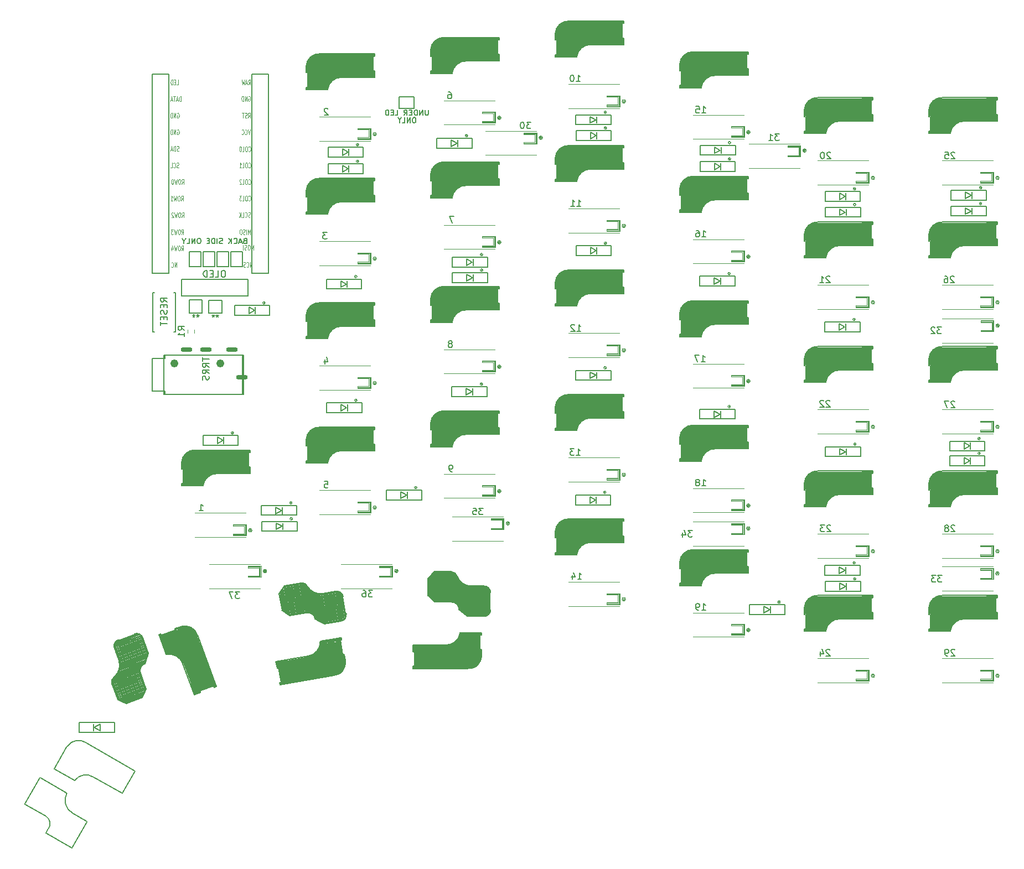
<source format=gbr>
%TF.GenerationSoftware,KiCad,Pcbnew,(6.0.4-0)*%
%TF.CreationDate,2022-08-10T17:19:40+09:00*%
%TF.ProjectId,KB62_L_rev1,4b423632-5f4c-45f7-9265-76312e6b6963,rev?*%
%TF.SameCoordinates,Original*%
%TF.FileFunction,Legend,Bot*%
%TF.FilePolarity,Positive*%
%FSLAX46Y46*%
G04 Gerber Fmt 4.6, Leading zero omitted, Abs format (unit mm)*
G04 Created by KiCad (PCBNEW (6.0.4-0)) date 2022-08-10 17:19:40*
%MOMM*%
%LPD*%
G01*
G04 APERTURE LIST*
%ADD10C,0.150000*%
%ADD11C,0.200000*%
%ADD12C,0.120000*%
%ADD13C,0.400000*%
%ADD14C,0.125000*%
%ADD15C,1.000000*%
%ADD16C,3.500000*%
%ADD17C,0.500000*%
%ADD18C,3.000000*%
%ADD19C,0.300000*%
%ADD20C,0.800000*%
%ADD21C,1.210000*%
%ADD22O,1.800000X0.700000*%
G04 APERTURE END LIST*
D10*
X89510000Y-77461700D02*
X89510000Y-46981700D01*
D11*
X138594280Y-114409470D02*
X138689520Y-114457090D01*
D12*
X153111000Y-124755000D02*
X160911000Y-124755000D01*
D13*
X109180190Y-140270820D02*
X110558930Y-140027710D01*
D14*
X93562860Y-56095910D02*
X93539050Y-56167340D01*
D11*
X192551420Y-78147570D02*
X192551420Y-78242810D01*
X192027610Y-96957090D02*
X191789520Y-96957090D01*
D12*
X120911000Y-94904700D02*
X120911000Y-94804700D01*
D15*
X156211000Y-80204698D02*
G75*
G03*
X153994680Y-82083230I-65000J-2170002D01*
G01*
D14*
X104203330Y-68625270D02*
X104227140Y-68589560D01*
D12*
X160911000Y-128105000D02*
X160911000Y-126505000D01*
D10*
X142341000Y-82104700D02*
X142341000Y-79854700D01*
D12*
X179761000Y-55104700D02*
X179761000Y-55004700D01*
X179761000Y-93104700D02*
X180061000Y-93104700D01*
D14*
X104360480Y-58848990D02*
X104431900Y-58813270D01*
D11*
X154637140Y-47157090D02*
X154732380Y-47299950D01*
D10*
X180461000Y-43954700D02*
X180661000Y-43954700D01*
D12*
X124221000Y-123875000D02*
X125921000Y-123875000D01*
X199011000Y-100105000D02*
X197111000Y-100105000D01*
X125921000Y-123775000D02*
X124221000Y-123775000D01*
D10*
X121516000Y-79910400D02*
X121516000Y-78410400D01*
D14*
X104003330Y-66291840D02*
X104027140Y-66148990D01*
X92943810Y-61313270D02*
X92991430Y-61241840D01*
D12*
X197111000Y-82554700D02*
X197111000Y-82654700D01*
D13*
X199511000Y-107955000D02*
X198111000Y-107955000D01*
D14*
X93631900Y-51091840D02*
X93679520Y-51163270D01*
D10*
X129622900Y-54466600D02*
X129699100Y-54428510D01*
X103550650Y-72585350D02*
X103511950Y-72624050D01*
X138261000Y-125405000D02*
X138261000Y-130005000D01*
D13*
X123311000Y-84704700D02*
X123311000Y-85404700D01*
D14*
X102979520Y-58098990D02*
X102931900Y-58098990D01*
D10*
X138416000Y-95620400D02*
X137516000Y-96120400D01*
D14*
X92836670Y-58763270D02*
X92908100Y-58798990D01*
D11*
X139641900Y-114457090D02*
X139927610Y-114457090D01*
D12*
X159011000Y-50404700D02*
X160711000Y-50404700D01*
D14*
X104312860Y-63148990D02*
X104241430Y-63184700D01*
D10*
X100222040Y-72314410D02*
X100183340Y-72237000D01*
D12*
X197178130Y-103660000D02*
G75*
G03*
X197178130Y-103660000I-212130J0D01*
G01*
X160711000Y-88404700D02*
X161011000Y-88404700D01*
D10*
X180661000Y-43604700D02*
X172261000Y-43604700D01*
X186251000Y-128235000D02*
X180851000Y-128235000D01*
D11*
X211741900Y-77957090D02*
X211646660Y-78004710D01*
D12*
X103560900Y-116055000D02*
X103560900Y-115955000D01*
X197111000Y-63504700D02*
X197111000Y-63604700D01*
D16*
X216761000Y-90504700D02*
X210061000Y-90504700D01*
D12*
X160911000Y-128455000D02*
X153111000Y-128455000D01*
D14*
X93924760Y-65755910D02*
X93900950Y-65827340D01*
D12*
X199852420Y-120055000D02*
G75*
G03*
X199852420Y-120055000I-141420J0D01*
G01*
D10*
X125432030Y-52499600D02*
X125315910Y-52538300D01*
D17*
X113211000Y-87304700D02*
X115911000Y-87304700D01*
D12*
X141761000Y-92404700D02*
X139961000Y-92404700D01*
D11*
X211175230Y-116438050D02*
X211222850Y-116390430D01*
D14*
X103693810Y-58598990D02*
X103717620Y-58741840D01*
X93786670Y-63741840D02*
X93810480Y-63598990D01*
D11*
X173075230Y-110009470D02*
X172980000Y-110057090D01*
D12*
X160711000Y-69354700D02*
X161011000Y-69354700D01*
X142702420Y-53704700D02*
G75*
G03*
X142702420Y-53704700I-141420J0D01*
G01*
X179761000Y-56404700D02*
X179761000Y-55204700D01*
D10*
X116126000Y-97350400D02*
X116126000Y-98850400D01*
D14*
X93012860Y-50448990D02*
X92727140Y-50448990D01*
X103193810Y-71048990D02*
X103170000Y-70906130D01*
D16*
X121511000Y-64754700D02*
X114811000Y-64754700D01*
D12*
X158847420Y-111040000D02*
G75*
G03*
X158847420Y-111040000I-141420J0D01*
G01*
D10*
X129813380Y-53933270D02*
X129775290Y-53780890D01*
D12*
X197111000Y-101605000D02*
X197111000Y-101505000D01*
D10*
X118566000Y-58480400D02*
X119466000Y-58980400D01*
X139911000Y-125405000D02*
X139911000Y-130005000D01*
X83691920Y-141287640D02*
X88014500Y-139714350D01*
X113011000Y-106555000D02*
X113011000Y-106195000D01*
D11*
X211599040Y-78385670D02*
X212170470Y-78957090D01*
D12*
X179761000Y-74054700D02*
X180061000Y-74054700D01*
D16*
X159611000Y-116905000D02*
X152911000Y-116905000D01*
D10*
X159686000Y-73300400D02*
X154286000Y-73300400D01*
D14*
X104241430Y-58134700D02*
X104217620Y-58170410D01*
D12*
X141861000Y-111555000D02*
X141861000Y-109955000D01*
X161011000Y-107455000D02*
X161011000Y-109155000D01*
X123511000Y-113355000D02*
X123511000Y-113455000D01*
D10*
X134361000Y-123205000D02*
X134361000Y-127805000D01*
X199711000Y-91304700D02*
X199511000Y-91304700D01*
D11*
X153494280Y-48061860D02*
X153541900Y-48109470D01*
D12*
X159011000Y-127905000D02*
X160711000Y-127905000D01*
X178061000Y-112355000D02*
X178061000Y-112255000D01*
D14*
X93548570Y-63813270D02*
X93596190Y-63848990D01*
D12*
X217881000Y-86224700D02*
X216181000Y-86224700D01*
X197016000Y-103660000D02*
G75*
G03*
X197016000Y-103660000I-50000J0D01*
G01*
X217861000Y-62004700D02*
X218161000Y-62004700D01*
D10*
X90742380Y-84156030D02*
X90742380Y-84632220D01*
D11*
X116394280Y-53257090D02*
X115775230Y-53257090D01*
D10*
X116185670Y-126444280D02*
X116984450Y-130974390D01*
X159686000Y-55670400D02*
X154286000Y-55670400D01*
D14*
X103202260Y-55560200D02*
X103178450Y-55595910D01*
D10*
X88389664Y-137236529D02*
G75*
G03*
X87687420Y-138742610I401936J-1104171D01*
G01*
X104750000Y-77461700D02*
X104750000Y-46981700D01*
X116116000Y-78410400D02*
X116116000Y-79910400D01*
D17*
X132261000Y-65754700D02*
X134961000Y-65754700D01*
D14*
X104441430Y-68232410D02*
X104417620Y-68196700D01*
D18*
X171891000Y-45104700D02*
X171891000Y-47344700D01*
D12*
X217881000Y-86324700D02*
X217881000Y-86424700D01*
D14*
X103698330Y-76102410D02*
X103722140Y-76066700D01*
D10*
X102002460Y-72198300D02*
X101963760Y-72237000D01*
D12*
X141661000Y-90904700D02*
X141961000Y-90904700D01*
D10*
X113011000Y-46804700D02*
X113211000Y-46804700D01*
X131237740Y-53157580D02*
X131237740Y-52499600D01*
D12*
X179761000Y-74154700D02*
X179761000Y-74054700D01*
D14*
X93641430Y-70798990D02*
X93546190Y-70798990D01*
D10*
X101150000Y-76447700D02*
X101150000Y-74161700D01*
X218561000Y-108105000D02*
X218761000Y-108105000D01*
X142361000Y-60804700D02*
X142561000Y-60804700D01*
D12*
X142784610Y-72754700D02*
G75*
G03*
X142784610Y-72754700I-223610J0D01*
G01*
D10*
X208461000Y-131945000D02*
X208261000Y-131945000D01*
X83362510Y-139651640D02*
X87591120Y-138112550D01*
D14*
X93496190Y-66434490D02*
X93591430Y-66434490D01*
D12*
X218922420Y-85524700D02*
G75*
G03*
X218922420Y-85524700I-141420J0D01*
G01*
D14*
X102979520Y-71548990D02*
X103074760Y-71548990D01*
D11*
X115822850Y-110261860D02*
X115870470Y-110309470D01*
D10*
X83669980Y-139326900D02*
X87616690Y-137890410D01*
D11*
X115870470Y-52304710D02*
X115822850Y-52352330D01*
D10*
X98120900Y-81614700D02*
X100120900Y-81614700D01*
D12*
X141961000Y-71854700D02*
X141961000Y-73554700D01*
D19*
X208361000Y-53404700D02*
X208361000Y-52504700D01*
D10*
X93937090Y-86037560D02*
X93937090Y-85656600D01*
D12*
X141271000Y-116695000D02*
X141271000Y-116595000D01*
D10*
X97394760Y-77224940D02*
X97347140Y-77320180D01*
D17*
X123211000Y-85304700D02*
X121811000Y-85304700D01*
D11*
X191794280Y-59052330D02*
X191746660Y-59147570D01*
X138499040Y-114266620D02*
X138546660Y-114361860D01*
D14*
X104360480Y-63898990D02*
X104431900Y-63863270D01*
X102860480Y-58170410D02*
X102836670Y-58241840D01*
D17*
X199411000Y-92004700D02*
X198011000Y-92004700D01*
D12*
X140073130Y-77014700D02*
G75*
G03*
X140073130Y-77014700I-212130J0D01*
G01*
D11*
X122884760Y-126438050D02*
X122741900Y-126438050D01*
X191937140Y-59957090D02*
X192032380Y-59957090D01*
D14*
X93539050Y-56167340D02*
X93491430Y-56238770D01*
D12*
X160711000Y-50404700D02*
X160711000Y-50304700D01*
D14*
X103717620Y-58206130D02*
X103693810Y-58348990D01*
D11*
X211699040Y-97485670D02*
X212270470Y-98057090D01*
D10*
X214786000Y-65560400D02*
X213886000Y-66060400D01*
D14*
X93924760Y-66005910D02*
X93948570Y-66041630D01*
D10*
X213866000Y-68480400D02*
X213866000Y-67480400D01*
D14*
X93736670Y-73411630D02*
X93689050Y-73340200D01*
D12*
X122611000Y-55504700D02*
X120911000Y-55504700D01*
D19*
X132161000Y-44204700D02*
X132161000Y-43304700D01*
D12*
X101938130Y-101940000D02*
G75*
G03*
X101938130Y-101940000I-212130J0D01*
G01*
X139961000Y-54204700D02*
X141661000Y-54204700D01*
D11*
X173927610Y-90295190D02*
X174022850Y-90342810D01*
D14*
X93562860Y-53555910D02*
X93539050Y-53627340D01*
D11*
X192599040Y-135152330D02*
X192551420Y-135247570D01*
X102820520Y-126257090D02*
X102201480Y-126257090D01*
D20*
X208861000Y-93704700D02*
X208861000Y-91904700D01*
D11*
X154832380Y-66399950D02*
X154927610Y-66495190D01*
D12*
X189251000Y-58734700D02*
X189251000Y-58634700D01*
D19*
X132161000Y-63254700D02*
X132161000Y-62354700D01*
D14*
X93229520Y-61134700D02*
X93253330Y-61063270D01*
D10*
X129361000Y-137655000D02*
X129361000Y-138005000D01*
D20*
X117899320Y-133859360D02*
X118211890Y-135632010D01*
D11*
X139022850Y-113457090D02*
X139070470Y-113933280D01*
D10*
X194711000Y-111354998D02*
G75*
G03*
X192494680Y-113233530I-65000J-2170002D01*
G01*
D14*
X93491430Y-56238770D02*
X93420000Y-56274490D01*
D10*
X125199800Y-53118870D02*
X125238500Y-53196280D01*
D14*
X94048570Y-63134700D02*
X94024760Y-63170410D01*
D10*
X136123201Y-123883100D02*
G75*
G03*
X138261000Y-125380000I2137799J778100D01*
G01*
D11*
X174027610Y-128295190D02*
X174122850Y-128342810D01*
D12*
X123511000Y-75354700D02*
X123511000Y-75454700D01*
D10*
X100120900Y-83614700D02*
X98120900Y-83614700D01*
D11*
X134822850Y-87952330D02*
X134775230Y-88047570D01*
D10*
X108566480Y-137942010D02*
X108763440Y-137907280D01*
D11*
X115775230Y-52447570D02*
X115775230Y-52542810D01*
D10*
X151111000Y-59854700D02*
X151111000Y-60854700D01*
D11*
X211222850Y-135152330D02*
X211270470Y-135247570D01*
D10*
X98712560Y-72198300D02*
X98635150Y-72275710D01*
D12*
X161752420Y-108355000D02*
G75*
G03*
X161752420Y-108355000I-141420J0D01*
G01*
D11*
X192980000Y-135057090D02*
X192741900Y-135057090D01*
X172789520Y-128057090D02*
X172980000Y-128057090D01*
D14*
X104503330Y-63720410D02*
X104527140Y-63577560D01*
X104154690Y-73891770D02*
X104202310Y-73927490D01*
X92420000Y-55524490D02*
X92348570Y-55560200D01*
D10*
X175661000Y-66254700D02*
X180661000Y-66254700D01*
X136761000Y-124855000D02*
X136761000Y-129255000D01*
D11*
X192175230Y-59861860D02*
X192222850Y-59766620D01*
D10*
X113211000Y-68094700D02*
X113011000Y-68094700D01*
D12*
X120911000Y-56804700D02*
X120911000Y-56904700D01*
X198811000Y-100205000D02*
X198811000Y-100105000D01*
X142784610Y-110855000D02*
G75*
G03*
X142784610Y-110855000I-223610J0D01*
G01*
X217851000Y-124345000D02*
X218151000Y-124345000D01*
D11*
X192646660Y-78004710D02*
X192599040Y-78052330D01*
D14*
X93608100Y-50627560D02*
X93584290Y-50770410D01*
D12*
X198811000Y-138405000D02*
X197111000Y-138405000D01*
D11*
X211270470Y-59433280D02*
X211222850Y-59385670D01*
X210122850Y-86709470D02*
X210170470Y-86661860D01*
D10*
X103400000Y-90049700D02*
X103400000Y-96049700D01*
D14*
X93420000Y-52984490D02*
X93491430Y-53020200D01*
D12*
X122711000Y-94904700D02*
X120911000Y-94904700D01*
D10*
X110500960Y-129909060D02*
X109313540Y-129077620D01*
D12*
X161711000Y-70254700D02*
G75*
G03*
X161711000Y-70254700I-100000J0D01*
G01*
D14*
X92539050Y-52984490D02*
X92420000Y-52984490D01*
D12*
X179761000Y-93304700D02*
X178061000Y-93304700D01*
D14*
X103849100Y-53341630D02*
X103896710Y-53305910D01*
D10*
X137361000Y-125205000D02*
X137361000Y-129755000D01*
D12*
X103760900Y-115955000D02*
X101860900Y-115955000D01*
D13*
X199511000Y-50804700D02*
X198111000Y-50804700D01*
D10*
X213761000Y-111354998D02*
G75*
G03*
X211544680Y-113233530I-65000J-2170002D01*
G01*
D13*
X161411000Y-98755000D02*
X161411000Y-99455000D01*
D18*
X114741000Y-102555000D02*
X114741000Y-104795000D01*
D14*
X104226070Y-50380990D02*
X104297500Y-50380990D01*
D10*
X98635150Y-72856280D02*
X98712560Y-72933690D01*
D12*
X110791000Y-115085000D02*
G75*
G03*
X110791000Y-115085000I-50000J0D01*
G01*
D10*
X161391000Y-79604700D02*
X161391000Y-77354700D01*
D11*
X210889520Y-59957090D02*
X211127610Y-59957090D01*
X211646660Y-78004710D02*
X211599040Y-78052330D01*
D10*
X199491000Y-91304700D02*
X199491000Y-89054700D01*
D18*
X190941000Y-71154700D02*
X190941000Y-73394700D01*
D14*
X103717620Y-58741840D02*
X103765240Y-58813270D01*
D10*
X113011000Y-87504700D02*
X113011000Y-87144700D01*
D14*
X93548570Y-68913270D02*
X93596190Y-68948990D01*
D12*
X95960900Y-114205000D02*
X103760900Y-114205000D01*
D14*
X93431900Y-58406130D02*
X93479520Y-58370410D01*
D11*
X172070470Y-116857090D02*
X171451420Y-116857090D01*
D10*
X139861000Y-136105000D02*
X139861000Y-135105000D01*
D12*
X178061000Y-55104700D02*
X179761000Y-55104700D01*
X179961000Y-113755000D02*
X179961000Y-112155000D01*
X126121000Y-123975000D02*
X124221000Y-123975000D01*
D10*
X111815170Y-124980980D02*
X112613950Y-129511090D01*
X132061000Y-43304700D02*
X132061000Y-44304700D01*
X103250000Y-76447700D02*
X103250000Y-74161700D01*
D17*
X180361000Y-104055000D02*
X178961000Y-104055000D01*
D11*
X208794280Y-124185670D02*
X208746660Y-124233280D01*
D14*
X103202260Y-56238770D02*
X103273690Y-56274490D01*
D12*
X179761000Y-131405000D02*
X178061000Y-131405000D01*
D10*
X218761000Y-50604700D02*
X210361000Y-50604700D01*
X151111000Y-60854700D02*
X151311000Y-60854700D01*
D14*
X93527140Y-58763270D02*
X93455710Y-58798990D01*
D12*
X88360840Y-140812100D02*
X83396710Y-139745610D01*
X217861000Y-101505000D02*
X217861000Y-100305000D01*
D11*
X211080000Y-116485670D02*
X211175230Y-116533280D01*
D10*
X134211000Y-123205000D02*
X134211000Y-127805000D01*
D14*
X93427140Y-71048990D02*
X93427140Y-71298990D01*
D11*
X183789100Y-57157090D02*
X184360520Y-57157090D01*
D12*
X123652420Y-75254700D02*
G75*
G03*
X123652420Y-75254700I-141420J0D01*
G01*
D10*
X218541000Y-129405000D02*
X218541000Y-127155000D01*
X118511000Y-66554698D02*
G75*
G03*
X116294680Y-68433230I-65000J-2170002D01*
G01*
X129554000Y-52233700D02*
X129554000Y-50455700D01*
X109747080Y-125345640D02*
X110545860Y-129875750D01*
D11*
X211175230Y-135104710D02*
X211222850Y-135152330D01*
X192980000Y-77957090D02*
X192741900Y-77957090D01*
D17*
X161311000Y-99355000D02*
X159911000Y-99355000D01*
D12*
X161752420Y-70254700D02*
G75*
G03*
X161752420Y-70254700I-141420J0D01*
G01*
X122911000Y-93404700D02*
X122911000Y-95104700D01*
D13*
X161411000Y-41604700D02*
X161411000Y-42304700D01*
D10*
X161611000Y-79604700D02*
X161411000Y-79604700D01*
D11*
X116108570Y-90309470D02*
X116346660Y-91023760D01*
D10*
X218761000Y-54204700D02*
X218761000Y-53204700D01*
D12*
X198811000Y-82454700D02*
X198811000Y-81254700D01*
D11*
X153827610Y-47204710D02*
X153732380Y-47157090D01*
D12*
X188351000Y-59534700D02*
X188351000Y-59634700D01*
D11*
X192651420Y-116247570D02*
X192651420Y-116342810D01*
D10*
X217066000Y-67230400D02*
X211666000Y-67230400D01*
X135411000Y-123205000D02*
X135411000Y-127805000D01*
D20*
X132661000Y-65454700D02*
X132661000Y-63654700D01*
D12*
X217981000Y-86324700D02*
X217981000Y-84924700D01*
D10*
X218761000Y-53204700D02*
X218561000Y-53204700D01*
D14*
X104003330Y-63256130D02*
X103955710Y-63184700D01*
D11*
X210794280Y-116104710D02*
X210746660Y-116152330D01*
D12*
X180943840Y-113055000D02*
G75*
G03*
X180943840Y-113055000I-282840J0D01*
G01*
D14*
X93639050Y-65720200D02*
X93591430Y-65684490D01*
D10*
X180851000Y-129735000D02*
X186251000Y-129735000D01*
X132861000Y-123205000D02*
X132861000Y-127805000D01*
D18*
X190941000Y-109255000D02*
X190941000Y-111495000D01*
D12*
X197111000Y-138305000D02*
X198811000Y-138305000D01*
D10*
X102389510Y-72275710D02*
X102312100Y-72198300D01*
X175661000Y-85304700D02*
X180661000Y-85304700D01*
D12*
X120911000Y-114155000D02*
X120911000Y-114055000D01*
D11*
X139022850Y-113885670D02*
X138927610Y-113838050D01*
D10*
X91742380Y-83298890D02*
X91742380Y-83536990D01*
D12*
X103760900Y-117905000D02*
X95960900Y-117905000D01*
D14*
X94046190Y-73697340D02*
X94236670Y-73697340D01*
D10*
X102626000Y-103840000D02*
X102626000Y-102340000D01*
D14*
X93024760Y-47904490D02*
X92786670Y-47904490D01*
D11*
X172694280Y-110009470D02*
X172646660Y-109961860D01*
D14*
X103940360Y-51130990D02*
X103940360Y-50380990D01*
D12*
X143171000Y-116695000D02*
X141271000Y-116695000D01*
D14*
X103987980Y-55845910D02*
X103964170Y-55703060D01*
D10*
X125161100Y-52964050D02*
X125199800Y-53118870D01*
D12*
X180943840Y-74954700D02*
G75*
G03*
X180943840Y-74954700I-282840J0D01*
G01*
D11*
X122741900Y-126438050D02*
X122646660Y-126485670D01*
D12*
X218051000Y-124345000D02*
X216151000Y-124345000D01*
D10*
X108441000Y-115735000D02*
X109341000Y-116235000D01*
X136261000Y-124205000D02*
X136261000Y-128355000D01*
X100680480Y-77415410D02*
X100632860Y-77224940D01*
X83809720Y-135178950D02*
X88132310Y-133605660D01*
D13*
X123311000Y-44104700D02*
X121911000Y-44104700D01*
D11*
X171784760Y-117238050D02*
X171641900Y-117238050D01*
D14*
X104464170Y-55524490D02*
X104297500Y-56274490D01*
D10*
X132061000Y-44304700D02*
X132261000Y-44304700D01*
D12*
X197111000Y-119255000D02*
X198911000Y-119255000D01*
D11*
X191889520Y-116438050D02*
X191794280Y-116485670D01*
D10*
X161411000Y-58304700D02*
X161611000Y-58304700D01*
D11*
X172599040Y-128247570D02*
X172646660Y-128152330D01*
D10*
X214646000Y-104450000D02*
X214646000Y-103450000D01*
D14*
X93689050Y-70834700D02*
X93641430Y-70798990D01*
D10*
X93413280Y-85656600D02*
X93413280Y-86037560D01*
D12*
X180061000Y-93104700D02*
X180061000Y-94804700D01*
D10*
X84198550Y-142752720D02*
X83309300Y-140309520D01*
X132661000Y-127830000D02*
X131636000Y-126805000D01*
D14*
X104297500Y-50380990D02*
X104368930Y-50416700D01*
D10*
X137561000Y-83104700D02*
X142561000Y-83104700D01*
D11*
X173932380Y-52099950D02*
X174027610Y-52195190D01*
D14*
X93641430Y-71548990D02*
X93689050Y-71513270D01*
D12*
X148311000Y-55964700D02*
X146311000Y-55964700D01*
X216161000Y-138405000D02*
X216161000Y-138305000D01*
X142561000Y-110955000D02*
X142561000Y-111055000D01*
X178051000Y-117365000D02*
X179751000Y-117365000D01*
D11*
X209175230Y-124757090D02*
X209270470Y-124709470D01*
D15*
X175261000Y-84904698D02*
G75*
G03*
X173044680Y-86783230I-65000J-2170002D01*
G01*
D14*
X93596190Y-63098990D02*
X93548570Y-63134700D01*
X93062860Y-55524490D02*
X92777140Y-56274490D01*
D11*
X116299040Y-109785670D02*
X116203810Y-109738050D01*
D12*
X177766000Y-77560400D02*
G75*
G03*
X177766000Y-77560400I-50000J0D01*
G01*
D14*
X92348570Y-53020200D02*
X92300950Y-53091630D01*
D10*
X180661000Y-85304700D02*
X180661000Y-84304700D01*
D11*
X192599040Y-78385670D02*
X193170470Y-78957090D01*
D10*
X113011000Y-106555000D02*
X116291000Y-106555000D01*
D12*
X160711000Y-126705000D02*
X159011000Y-126705000D01*
X129922420Y-110305000D02*
G75*
G03*
X129922420Y-110305000I-141420J0D01*
G01*
D10*
X83999730Y-142133370D02*
X88322320Y-140560070D01*
D11*
X192741900Y-135057090D02*
X192646660Y-135104710D01*
D10*
X83912330Y-135460860D02*
X88234920Y-133887570D01*
X100144630Y-72507940D02*
X100183340Y-72469230D01*
D11*
X191699040Y-59338050D02*
X191699040Y-59576140D01*
D13*
X123311000Y-101255000D02*
X121911000Y-101255000D01*
D14*
X103821310Y-55524490D02*
X103773690Y-55524490D01*
D10*
X151341000Y-79904700D02*
X151341000Y-82144700D01*
D14*
X93450950Y-73411630D02*
X93427140Y-73554490D01*
D12*
X139961000Y-53004700D02*
X139961000Y-52904700D01*
X180061000Y-132905000D02*
X178061000Y-132905000D01*
D10*
X137661000Y-125355000D02*
X137661000Y-129955000D01*
D12*
X159011000Y-108855000D02*
X160711000Y-108855000D01*
X178051000Y-115765000D02*
X178051000Y-115865000D01*
D11*
X192646660Y-135104710D02*
X192599040Y-135152330D01*
D13*
X123311000Y-65654700D02*
X123311000Y-66354700D01*
D15*
X175261000Y-123004998D02*
G75*
G03*
X173044680Y-124883530I-65000J-2170002D01*
G01*
D10*
X103473240Y-72701460D02*
X103473240Y-72817580D01*
X195451000Y-122975000D02*
X194551000Y-123475000D01*
D11*
X193222850Y-116152330D02*
X193175230Y-116104710D01*
D12*
X104684510Y-116855000D02*
G75*
G03*
X104684510Y-116855000I-223610J0D01*
G01*
D10*
X90742380Y-83584600D02*
X90790000Y-83727460D01*
D12*
X159011000Y-70954700D02*
X160911000Y-70954700D01*
D11*
X135299040Y-87952330D02*
X135251420Y-87904710D01*
D12*
X188451000Y-58134700D02*
X186651000Y-58134700D01*
D10*
X93881540Y-131566320D02*
X92941840Y-131908340D01*
D12*
X197111000Y-62104700D02*
X198911000Y-62104700D01*
D13*
X142361000Y-41604700D02*
X140961000Y-41604700D01*
D10*
X103550650Y-72237000D02*
X103511950Y-72314410D01*
D18*
X190941000Y-52104700D02*
X190941000Y-54344700D01*
D12*
X185563130Y-127835000D02*
G75*
G03*
X185563130Y-127835000I-212130J0D01*
G01*
D11*
X135156190Y-88285670D02*
X135251420Y-88333280D01*
D14*
X92515240Y-61348990D02*
X92515240Y-60598990D01*
D10*
X156611000Y-42504700D02*
X161611000Y-42504700D01*
D12*
X179761000Y-112355000D02*
X178061000Y-112355000D01*
D14*
X93691430Y-68198990D02*
X93596190Y-68198990D01*
D12*
X180884610Y-113055000D02*
G75*
G03*
X180884610Y-113055000I-223610J0D01*
G01*
D14*
X93974760Y-70870410D02*
X93950950Y-70941840D01*
D11*
X153880000Y-66399950D02*
X153975230Y-66495190D01*
D12*
X159011000Y-90104700D02*
X159011000Y-90004700D01*
X180061000Y-56704700D02*
X178061000Y-56704700D01*
D11*
X173170470Y-109676140D02*
X173170470Y-109866620D01*
D10*
X94165170Y-137316060D02*
X95875270Y-142014530D01*
X91218570Y-82298890D02*
X91218570Y-82632220D01*
D12*
X142661000Y-91804700D02*
G75*
G03*
X142661000Y-91804700I-100000J0D01*
G01*
X122711000Y-56804700D02*
X120911000Y-56804700D01*
D10*
X218761000Y-88704700D02*
X210361000Y-88704700D01*
D17*
X208461000Y-132105000D02*
X211161000Y-132105000D01*
D14*
X93324760Y-61348990D02*
X93277140Y-61313270D01*
D10*
X96814960Y-141672510D02*
X96746560Y-141484570D01*
D14*
X103845170Y-73498910D02*
X103868980Y-73463200D01*
D10*
X208261000Y-52504700D02*
X208261000Y-53504700D01*
X114517320Y-126484600D02*
X115290060Y-130866990D01*
D14*
X92548570Y-63098990D02*
X92500950Y-63134700D01*
D10*
X92790000Y-80449700D02*
X93040000Y-80449700D01*
D12*
X216161000Y-81154700D02*
X217861000Y-81154700D01*
D11*
X211122850Y-78433280D02*
X211170470Y-78528520D01*
D12*
X123734610Y-56204700D02*
G75*
G03*
X123734610Y-56204700I-223610J0D01*
G01*
D14*
X93584290Y-50770410D02*
X93584290Y-50877560D01*
X92739050Y-68948990D02*
X92429520Y-68948990D01*
X103896710Y-53305910D02*
X103920520Y-53270200D01*
D13*
X218561000Y-127005000D02*
X217161000Y-127005000D01*
D12*
X161611000Y-51304700D02*
X161611000Y-51404700D01*
D11*
X184074810Y-57157090D02*
X184074810Y-56157090D01*
D10*
X140211000Y-125405000D02*
X140211000Y-130005000D01*
D11*
X172980000Y-109485670D02*
X173075230Y-109438050D01*
D14*
X92631900Y-51198990D02*
X92465240Y-50448990D01*
D12*
X159011000Y-52004700D02*
X159011000Y-51904700D01*
X216151000Y-124345000D02*
X216151000Y-124245000D01*
D11*
X173122850Y-128152330D02*
X173170470Y-128247570D01*
D12*
X133061000Y-123305000D02*
X133061000Y-127755000D01*
D10*
X99430540Y-84014120D02*
X99314420Y-84168940D01*
D12*
X199711000Y-63004700D02*
X199711000Y-63104700D01*
D10*
X142561000Y-101155000D02*
X142361000Y-101155000D01*
X136461000Y-124555000D02*
X136461000Y-129005000D01*
D12*
X120676000Y-96950400D02*
G75*
G03*
X120676000Y-96950400I-50000J0D01*
G01*
D14*
X92453330Y-63706130D02*
X92477140Y-63777560D01*
D10*
X93020510Y-132124470D02*
X90915600Y-132890590D01*
X95151720Y-72972400D02*
X95151720Y-72159600D01*
D12*
X139961000Y-54404700D02*
X141861000Y-54404700D01*
D11*
X211841900Y-116057090D02*
X211746660Y-116104710D01*
D14*
X103003330Y-60711630D02*
X103050950Y-60783060D01*
D11*
X171499040Y-117761860D02*
X171546660Y-117809470D01*
D10*
X132291000Y-101455000D02*
X132291000Y-103695000D01*
X139761000Y-125405000D02*
X139761000Y-130005000D01*
X93460900Y-86132800D02*
X93508520Y-86180410D01*
X134511000Y-123205000D02*
X134511000Y-127805000D01*
D12*
X139961000Y-71954700D02*
X141661000Y-71954700D01*
D10*
X192351000Y-122225000D02*
X192351000Y-123725000D01*
X129561000Y-137655000D02*
X129361000Y-137655000D01*
D14*
X104312860Y-58848990D02*
X104360480Y-58848990D01*
D12*
X141961000Y-90904700D02*
X141961000Y-92604700D01*
X139961000Y-73354700D02*
X139961000Y-73454700D01*
D17*
X161311000Y-118405000D02*
X159911000Y-118405000D01*
D11*
X209741900Y-86138050D02*
X209646660Y-86185670D01*
D10*
X156446000Y-92620400D02*
X157346000Y-93120400D01*
D12*
X141661000Y-54204700D02*
X141661000Y-53004700D01*
D10*
X194586000Y-65240400D02*
X195486000Y-65740400D01*
X194616000Y-68650400D02*
X194616000Y-67650400D01*
X99460900Y-108155000D02*
X104460900Y-108155000D01*
D14*
X93420000Y-53734490D02*
X93372380Y-53734490D01*
X92403330Y-76527560D02*
X92427140Y-76563270D01*
D10*
X110190240Y-125267500D02*
X110989020Y-129797610D01*
D14*
X104178450Y-50416700D02*
X104226070Y-50380990D01*
D12*
X179861000Y-93204700D02*
X179861000Y-94604700D01*
X143171000Y-115095000D02*
X143171000Y-116695000D01*
D14*
X104527140Y-58527560D02*
X104527140Y-58420410D01*
D10*
X195516000Y-68150400D02*
X194616000Y-68650400D01*
X208261000Y-56104700D02*
X211541000Y-56104700D01*
D16*
X121511000Y-83804700D02*
X114811000Y-83804700D01*
D11*
X153637140Y-47157090D02*
X153541900Y-47204710D01*
D12*
X160711000Y-107455000D02*
X161011000Y-107455000D01*
D14*
X93241430Y-58656130D02*
X93241430Y-58584700D01*
X93974760Y-71120410D02*
X93998570Y-71156130D01*
D10*
X93960900Y-110055000D02*
X93960900Y-109695000D01*
D12*
X120838130Y-96950400D02*
G75*
G03*
X120838130Y-96950400I-212130J0D01*
G01*
D14*
X103479520Y-71548990D02*
X103431900Y-71513270D01*
X103487980Y-55845910D02*
X103464170Y-55703060D01*
X93546190Y-70798990D02*
X93498570Y-70834700D01*
D11*
X192980000Y-96957090D02*
X192741900Y-96957090D01*
D10*
X135361000Y-77414700D02*
X135361000Y-78914700D01*
X127718140Y-54466600D02*
X128099100Y-54466600D01*
X127986540Y-52654410D02*
X127986540Y-52770530D01*
X137811000Y-125355000D02*
X137811000Y-130005000D01*
X194666000Y-104310000D02*
X195566000Y-104810000D01*
D12*
X121007420Y-57830400D02*
G75*
G03*
X121007420Y-57830400I-141420J0D01*
G01*
D10*
X189441000Y-110655000D02*
X189441000Y-112895000D01*
D14*
X94096190Y-63098990D02*
X94048570Y-63134700D01*
X103098570Y-58384700D02*
X103074760Y-58241840D01*
D12*
X137672420Y-56454700D02*
G75*
G03*
X137672420Y-56454700I-141420J0D01*
G01*
D14*
X93750950Y-51198990D02*
X93870000Y-51198990D01*
D10*
X91028100Y-83156030D02*
X90932860Y-83156030D01*
D14*
X104479520Y-66291840D02*
X104503330Y-66220410D01*
D10*
X108957190Y-140157830D02*
X109017960Y-140502510D01*
D11*
X121980000Y-126438050D02*
X122075230Y-126485670D01*
D12*
X141861000Y-54754700D02*
X134061000Y-54754700D01*
X199011000Y-83004700D02*
X191211000Y-83004700D01*
D10*
X114995220Y-126603420D02*
X115794000Y-131133530D01*
X99546650Y-84168940D02*
X99430540Y-84014120D01*
D12*
X139961000Y-92504700D02*
X141861000Y-92504700D01*
X110953130Y-115085000D02*
G75*
G03*
X110953130Y-115085000I-212130J0D01*
G01*
D11*
X211122850Y-78195190D02*
X211170470Y-78385670D01*
D14*
X93596190Y-68198990D02*
X93548570Y-68234700D01*
D12*
X106111000Y-122295000D02*
X104111000Y-122295000D01*
X199111000Y-82754700D02*
X197111000Y-82754700D01*
D14*
X104003330Y-65756130D02*
X103955710Y-65684700D01*
D10*
X151111000Y-40804700D02*
X151111000Y-41804700D01*
D11*
X173837140Y-70957090D02*
X173932380Y-71099950D01*
D10*
X98299520Y-78082080D02*
X98775710Y-78082080D01*
D12*
X140053130Y-74644700D02*
G75*
G03*
X140053130Y-74644700I-212130J0D01*
G01*
D10*
X210361000Y-126805000D02*
G75*
G03*
X208261000Y-128705000I-100000J-2000000D01*
G01*
D11*
X102201480Y-127066620D02*
X102249100Y-127161860D01*
D12*
X160811000Y-107555000D02*
X160811000Y-108955000D01*
D14*
X92548570Y-63848990D02*
X92596190Y-63848990D01*
D10*
X191311000Y-50604700D02*
G75*
G03*
X189211000Y-52504700I-100000J-2000000D01*
G01*
D12*
X159011000Y-107555000D02*
X160711000Y-107555000D01*
X216181000Y-86324700D02*
X217981000Y-86324700D01*
D10*
X118511000Y-47504700D02*
X123511000Y-47504700D01*
D14*
X103479520Y-61354490D02*
X103479520Y-60604490D01*
D10*
X218541000Y-72254700D02*
X218541000Y-70004700D01*
D17*
X218461000Y-130105000D02*
X217061000Y-130105000D01*
D14*
X92689050Y-76420410D02*
X92712860Y-76277560D01*
D12*
X216181000Y-84924700D02*
X216181000Y-84824700D01*
D10*
X99912400Y-72585350D02*
X100067220Y-72546640D01*
D12*
X141661000Y-111355000D02*
X141661000Y-110155000D01*
D10*
X189411000Y-55744700D02*
X189211000Y-55744700D01*
X116366000Y-58230400D02*
X116366000Y-59730400D01*
D12*
X120911000Y-55304700D02*
X120911000Y-55404700D01*
D14*
X103122380Y-65648990D02*
X102812860Y-65648990D01*
D12*
X216327420Y-64410400D02*
G75*
G03*
X216327420Y-64410400I-141420J0D01*
G01*
D10*
X189211000Y-53504700D02*
X189411000Y-53504700D01*
D11*
X191746660Y-59147570D02*
X191699040Y-59338050D01*
D10*
X97632860Y-77082080D02*
X97490000Y-77129700D01*
X125238500Y-53196280D02*
X125315910Y-53273690D01*
D12*
X197111000Y-100105000D02*
X197111000Y-100205000D01*
D10*
X199711000Y-53204700D02*
X199511000Y-53204700D01*
X110485680Y-125215400D02*
X111284460Y-129745520D01*
D12*
X180061000Y-131205000D02*
X180061000Y-132905000D01*
D10*
X194551000Y-123475000D02*
X194551000Y-122475000D01*
X136361000Y-124355000D02*
X136361000Y-128505000D01*
D11*
X121789520Y-127057090D02*
X121694280Y-127009470D01*
D10*
X139161000Y-125405000D02*
X139161000Y-130005000D01*
X128099100Y-54466600D02*
X128099100Y-53666600D01*
X161611000Y-80604700D02*
X161611000Y-79604700D01*
X109495050Y-125643930D02*
X110207000Y-129681650D01*
X170391000Y-65554700D02*
X170391000Y-67794700D01*
D12*
X179961000Y-94704700D02*
X179961000Y-93104700D01*
D11*
X211651420Y-116342810D02*
X211699040Y-116485670D01*
D14*
X103812860Y-58098990D02*
X103765240Y-58134700D01*
D11*
X172741900Y-128961860D02*
X172646660Y-128819000D01*
D14*
X103773690Y-55524490D02*
X103702260Y-55560200D01*
X92427140Y-71120410D02*
X92403330Y-71156130D01*
D10*
X84037220Y-138873980D02*
X87936940Y-137454600D01*
D11*
X210889520Y-117057090D02*
X210794280Y-117009470D01*
X115775230Y-52542810D02*
X115822850Y-52685670D01*
D12*
X120911000Y-74454700D02*
X122611000Y-74454700D01*
D14*
X93420000Y-60598990D02*
X93300950Y-60598990D01*
D12*
X159011000Y-107655000D02*
X159011000Y-107555000D01*
X216161000Y-81154700D02*
X217961000Y-81154700D01*
D14*
X93443810Y-61348990D02*
X93324760Y-61348990D01*
D11*
X122646660Y-126485670D02*
X122599040Y-126533280D01*
D12*
X126121000Y-125725000D02*
X118321000Y-125725000D01*
D10*
X132261000Y-103695000D02*
X132061000Y-103695000D01*
X109894800Y-125319590D02*
X110693580Y-129849710D01*
D12*
X218974610Y-123445000D02*
G75*
G03*
X218974610Y-123445000I-223610J0D01*
G01*
D10*
X84532290Y-137310360D02*
X88854870Y-135737070D01*
D14*
X104440360Y-50952410D02*
X104416550Y-51023840D01*
D11*
X172694280Y-128104710D02*
X172789520Y-128057090D01*
X211222850Y-135580900D02*
X211175230Y-135628520D01*
D14*
X103955710Y-58813270D02*
X104003330Y-58741840D01*
X102836670Y-66327560D02*
X102860480Y-66363270D01*
D12*
X146311000Y-56164700D02*
X146311000Y-56264700D01*
X197128130Y-67000400D02*
G75*
G03*
X197128130Y-67000400I-212130J0D01*
G01*
D15*
X141861000Y-80104700D02*
X141861000Y-82604700D01*
D19*
X189311000Y-110555000D02*
X189311000Y-109655000D01*
D10*
X195566000Y-104810000D02*
X194666000Y-105310000D01*
D11*
X173170470Y-52433280D02*
X173122850Y-52385670D01*
X135446660Y-107047570D02*
X135446660Y-107285670D01*
D12*
X197111000Y-100205000D02*
X198911000Y-100205000D01*
D14*
X102812860Y-66256130D02*
X102836670Y-66327560D01*
D10*
X214546000Y-106220000D02*
X213646000Y-106720000D01*
D12*
X160711000Y-51704700D02*
X160711000Y-50504700D01*
D10*
X192416000Y-68900400D02*
X197816000Y-68900400D01*
D18*
X209991000Y-128305000D02*
X209991000Y-130545000D01*
D11*
X172789520Y-110057090D02*
X172694280Y-110009470D01*
D12*
X216161000Y-82454700D02*
X217861000Y-82454700D01*
D17*
X113211000Y-106355000D02*
X115911000Y-106355000D01*
D12*
X161011000Y-50304700D02*
X161011000Y-52004700D01*
X217861000Y-119155000D02*
X218161000Y-119155000D01*
D11*
X208746660Y-124233280D02*
X208699040Y-124328520D01*
D14*
X104027140Y-65898990D02*
X104003330Y-65756130D01*
D15*
X141861000Y-61054700D02*
X141861000Y-63554700D01*
D12*
X141961000Y-52804700D02*
X141961000Y-54504700D01*
D11*
X210746660Y-116390430D02*
X210794280Y-116438050D01*
D12*
X216151000Y-122745000D02*
X218051000Y-122745000D01*
D11*
X210984760Y-136057090D02*
X210889520Y-136009470D01*
X212080000Y-135057090D02*
X211841900Y-135057090D01*
D12*
X159011000Y-108955000D02*
X159011000Y-108855000D01*
X122811000Y-55304700D02*
X120911000Y-55304700D01*
D10*
X156611000Y-61554700D02*
X161611000Y-61554700D01*
D19*
X189311000Y-72454700D02*
X189311000Y-71554700D01*
D11*
X116299040Y-109357090D02*
X116346660Y-109833280D01*
D14*
X92381900Y-48618770D02*
X92453330Y-48654490D01*
D11*
X192270470Y-59576140D02*
X192270470Y-59338050D01*
D14*
X103531670Y-75780990D02*
X103460240Y-75816700D01*
D12*
X218902420Y-81954700D02*
G75*
G03*
X218902420Y-81954700I-141420J0D01*
G01*
D10*
X90932860Y-83156030D02*
X90837620Y-83203650D01*
D11*
X134865710Y-50138050D02*
X135056190Y-50138050D01*
X211746660Y-135104710D02*
X211699040Y-135152330D01*
D10*
X98927380Y-84168940D02*
X98811260Y-84014120D01*
D12*
X120767420Y-96950400D02*
G75*
G03*
X120767420Y-96950400I-141420J0D01*
G01*
D10*
X132061000Y-85004700D02*
X135341000Y-85004700D01*
D14*
X93998570Y-70834700D02*
X93974760Y-70870410D01*
D13*
X218561000Y-72354700D02*
X218561000Y-73054700D01*
D14*
X93277140Y-53413060D02*
X93372380Y-53413060D01*
X93450950Y-71441840D02*
X93498570Y-71513270D01*
D11*
X172646660Y-109152330D02*
X172599040Y-109247570D01*
D10*
X173216000Y-98310400D02*
X173216000Y-99810400D01*
D11*
X192599040Y-135485670D02*
X193170470Y-136057090D01*
D12*
X123652420Y-94304700D02*
G75*
G03*
X123652420Y-94304700I-141420J0D01*
G01*
D11*
X191599040Y-97242810D02*
X191646660Y-97385670D01*
D12*
X159011000Y-50504700D02*
X159011000Y-50404700D01*
D10*
X91266190Y-83536990D02*
X91218570Y-83346510D01*
D11*
X138546660Y-113457090D02*
X139022850Y-113457090D01*
X210746660Y-135152330D02*
X210794280Y-135104710D01*
D14*
X103154640Y-50952410D02*
X103178450Y-51023840D01*
D11*
X115575230Y-72066620D02*
X115622850Y-72161860D01*
X153399040Y-104357090D02*
X153732380Y-104738050D01*
D10*
X100061430Y-77939220D02*
X100156670Y-78034460D01*
X103937700Y-72159600D02*
X103666770Y-72159600D01*
D14*
X103745950Y-75923840D02*
X103722140Y-75852410D01*
X92665240Y-73804490D02*
X92355710Y-73804490D01*
D11*
X192175230Y-117057090D02*
X192270470Y-117009470D01*
X209270470Y-124709470D02*
X209318090Y-124661860D01*
D10*
X84014940Y-135742770D02*
X88337520Y-134169470D01*
D12*
X101867420Y-101940000D02*
G75*
G03*
X101867420Y-101940000I-141420J0D01*
G01*
X101860900Y-116055000D02*
X103660900Y-116055000D01*
X103560900Y-116155000D02*
X101860900Y-116155000D01*
D10*
X136123203Y-123883099D02*
G75*
G03*
X135262000Y-123181210I-900003J-225001D01*
G01*
D11*
X173832380Y-90199950D02*
X173927610Y-90295190D01*
D12*
X218761000Y-139105000D02*
X218761000Y-139205000D01*
D14*
X92477140Y-68234700D02*
X92453330Y-68270410D01*
D12*
X178061000Y-75754700D02*
X178061000Y-75654700D01*
D11*
X146941900Y-54738050D02*
X146846660Y-54785670D01*
D14*
X93377140Y-65934490D02*
X93377140Y-66184490D01*
D15*
X218061000Y-127405000D02*
X218061000Y-129905000D01*
D10*
X161391000Y-117705000D02*
X161391000Y-115455000D01*
D14*
X94000950Y-68448990D02*
X94024760Y-68520410D01*
D11*
X153399040Y-105166620D02*
X153446660Y-105261860D01*
D12*
X197098130Y-64590400D02*
G75*
G03*
X197098130Y-64590400I-212130J0D01*
G01*
D10*
X130681000Y-110705000D02*
X125281000Y-110705000D01*
D12*
X186651000Y-58134700D02*
X186651000Y-58034700D01*
X143271000Y-114995000D02*
X141271000Y-114995000D01*
X126221000Y-123975000D02*
X126221000Y-122275000D01*
D11*
X153399040Y-104928520D02*
X153399040Y-105166620D01*
D10*
X132261000Y-46544700D02*
X132061000Y-46544700D01*
X93746610Y-86228030D02*
X93841850Y-86180410D01*
D15*
X156211000Y-99254998D02*
G75*
G03*
X153994680Y-101133530I-65000J-2170002D01*
G01*
D14*
X92300950Y-53627340D02*
X92348570Y-53698770D01*
X93477140Y-63348990D02*
X93477140Y-63598990D01*
D10*
X83845830Y-141710500D02*
X88168410Y-140137210D01*
X90742380Y-84917940D02*
X90742380Y-85489370D01*
X84425360Y-136870400D02*
X88700960Y-135314210D01*
D12*
X188451000Y-59534700D02*
X188451000Y-58134700D01*
D14*
X103944330Y-53127340D02*
X103920520Y-53055910D01*
D11*
X210746660Y-135580900D02*
X210699040Y-135485670D01*
D20*
X113611000Y-67954700D02*
X113611000Y-66154700D01*
D10*
X84051040Y-142274320D02*
X88373620Y-140701030D01*
D12*
X216181000Y-86424700D02*
X216181000Y-86324700D01*
X159011000Y-89904700D02*
X159011000Y-90004700D01*
D10*
X216846000Y-106970000D02*
X216846000Y-105470000D01*
X93970000Y-80999700D02*
X93970000Y-78459700D01*
X170161000Y-68154700D02*
X170161000Y-67794700D01*
D11*
X135299040Y-88761860D02*
X135251420Y-88809470D01*
D12*
X216161000Y-120755000D02*
X218061000Y-120755000D01*
X103560900Y-117355000D02*
X103560900Y-116155000D01*
D11*
X153875230Y-47252330D02*
X153827610Y-47204710D01*
D12*
X120911000Y-112655000D02*
X120911000Y-112555000D01*
D11*
X192746660Y-59004710D02*
X192699040Y-59052330D01*
D14*
X92539050Y-53734490D02*
X92539050Y-52984490D01*
X103765240Y-63184700D02*
X103717620Y-63256130D01*
D10*
X97347140Y-77843990D02*
X97394760Y-77939220D01*
D12*
X217861000Y-62204700D02*
X216161000Y-62204700D01*
D10*
X135861000Y-123455000D02*
X135861000Y-127955000D01*
X111641000Y-115485000D02*
X106241000Y-115485000D01*
X137061000Y-125055000D02*
X137061000Y-129505000D01*
D11*
X173027610Y-71052330D02*
X173122850Y-71195190D01*
D10*
X153211000Y-57954700D02*
G75*
G03*
X151111000Y-59854700I-100000J-2000000D01*
G01*
D11*
X208789520Y-85757090D02*
X208694280Y-85804710D01*
D14*
X93450950Y-70906130D02*
X93427140Y-71048990D01*
X93810480Y-68448990D02*
X93786670Y-68306130D01*
X104031670Y-76530990D02*
X104079290Y-76530990D01*
D10*
X98209400Y-72159600D02*
X97822350Y-72159600D01*
D12*
X123611000Y-56204700D02*
G75*
G03*
X123611000Y-56204700I-100000J0D01*
G01*
D14*
X103297500Y-50380990D02*
X103226070Y-50416700D01*
D13*
X180461000Y-43804700D02*
X179061000Y-43804700D01*
D12*
X218984610Y-101005000D02*
G75*
G03*
X218984610Y-101005000I-223610J0D01*
G01*
X120911000Y-74354700D02*
X120911000Y-74454700D01*
D14*
X92277140Y-56095910D02*
X92300950Y-56167340D01*
D10*
X139631000Y-135105000D02*
X139631000Y-132865000D01*
D12*
X198811000Y-138205000D02*
X199111000Y-138205000D01*
D14*
X93300950Y-60598990D02*
X93229520Y-60634700D01*
D12*
X161011000Y-126505000D02*
X161011000Y-128205000D01*
X158927420Y-72900400D02*
G75*
G03*
X158927420Y-72900400I-141420J0D01*
G01*
D11*
X172980000Y-109485670D02*
X173075230Y-109533280D01*
D12*
X159011000Y-126605000D02*
X160811000Y-126605000D01*
D16*
X178661000Y-121605000D02*
X171961000Y-121605000D01*
D10*
X128063950Y-52886640D02*
X128141360Y-52925350D01*
D19*
X113111000Y-103855000D02*
X113111000Y-102955000D01*
D14*
X93310480Y-68198990D02*
X93191430Y-68948990D01*
D11*
X138689520Y-114457090D02*
X138927610Y-114457090D01*
X208889520Y-124138050D02*
X208794280Y-124185670D01*
D14*
X104479520Y-61247340D02*
X104503330Y-61175910D01*
D12*
X197111000Y-101705000D02*
X199011000Y-101705000D01*
X120911000Y-114055000D02*
X122811000Y-114055000D01*
D11*
X185217670Y-57157090D02*
X185312900Y-57109470D01*
D12*
X160711000Y-88604700D02*
X159011000Y-88604700D01*
D10*
X170161000Y-65554700D02*
X170361000Y-65554700D01*
X101963760Y-72894990D02*
X102002460Y-72933690D01*
D11*
X135446660Y-107285670D02*
X135399040Y-107380900D01*
D14*
X93736670Y-73947340D02*
X93760480Y-73804490D01*
D10*
X123311000Y-63304700D02*
X123511000Y-63304700D01*
X142361000Y-98905000D02*
X142561000Y-98905000D01*
D14*
X102955710Y-61354490D02*
X102955710Y-60604490D01*
D12*
X216161000Y-100205000D02*
X217861000Y-100205000D01*
X189392420Y-58734700D02*
G75*
G03*
X189392420Y-58734700I-141420J0D01*
G01*
D10*
X113211000Y-87144700D02*
X113011000Y-87144700D01*
D14*
X92643810Y-68198990D02*
X92524760Y-68198990D01*
D10*
X115142940Y-126577370D02*
X115950400Y-131156720D01*
D13*
X123311000Y-46604700D02*
X123311000Y-47304700D01*
D11*
X122646660Y-127009470D02*
X122741900Y-127057090D01*
X154022850Y-85404710D02*
X153927610Y-85357090D01*
D10*
X175416000Y-79210400D02*
X175416000Y-78210400D01*
X170391000Y-84604700D02*
X170391000Y-86844700D01*
X98811260Y-84014120D02*
X98617740Y-83936710D01*
D12*
X124221000Y-123775000D02*
X124221000Y-123875000D01*
D10*
X128025250Y-52847940D02*
X128063950Y-52886640D01*
D12*
X104111000Y-122395000D02*
X106011000Y-122395000D01*
D10*
X192386000Y-66490400D02*
X197786000Y-66490400D01*
X134161000Y-98555000D02*
G75*
G03*
X132061000Y-100455000I-100000J-2000000D01*
G01*
D14*
X92765240Y-58620410D02*
X92789050Y-58691840D01*
X103821360Y-73927490D02*
X103702310Y-73927490D01*
D11*
X211699040Y-59052330D02*
X211651420Y-59147570D01*
D10*
X125973900Y-53312400D02*
X126360940Y-53312400D01*
D14*
X104312860Y-61354490D02*
X104360480Y-61354490D01*
D10*
X172261000Y-119805000D02*
G75*
G03*
X170161000Y-121705000I-100000J-2000000D01*
G01*
D12*
X123511000Y-94304700D02*
X123511000Y-94404700D01*
D10*
X91218570Y-83346510D02*
X91170950Y-83251270D01*
D12*
X161611000Y-70354700D02*
X161611000Y-70454700D01*
D11*
X212270470Y-117057090D02*
X211651420Y-117057090D01*
D14*
X92465240Y-50448990D02*
X92298570Y-51198990D01*
D17*
X132261000Y-103855000D02*
X134961000Y-103855000D01*
D20*
X189811000Y-93704700D02*
X189811000Y-91904700D01*
D14*
X93431900Y-58048990D02*
X93312860Y-58048990D01*
D10*
X110042520Y-125293540D02*
X110841300Y-129823660D01*
D12*
X123511000Y-56304700D02*
X123511000Y-56404700D01*
D10*
X128025250Y-52577000D02*
X127986540Y-52654410D01*
D14*
X104079290Y-76530990D02*
X104150710Y-76495270D01*
D12*
X124221000Y-122475000D02*
X124221000Y-122375000D01*
D14*
X93260480Y-70798990D02*
X93141430Y-71548990D01*
D10*
X129699100Y-53704700D02*
X129622900Y-53666600D01*
X218761000Y-126805000D02*
X210361000Y-126805000D01*
X103550650Y-72933690D02*
X103628060Y-72972400D01*
X133011000Y-123205000D02*
X133011000Y-127805000D01*
X112562460Y-124899980D02*
X113352560Y-129380860D01*
D11*
X115822850Y-52685670D02*
X116394280Y-53257090D01*
X192032380Y-116438050D02*
X191889520Y-116438050D01*
D10*
X105261000Y-83694700D02*
X105261000Y-82694700D01*
D14*
X93515240Y-60741840D02*
X93491430Y-60670410D01*
D11*
X211175230Y-116533280D02*
X211222850Y-116580900D01*
D10*
X115447060Y-126574510D02*
X116237160Y-131055390D01*
D12*
X179761000Y-131205000D02*
X180061000Y-131205000D01*
X118321000Y-122025000D02*
X126121000Y-122025000D01*
X122611000Y-55404700D02*
X122611000Y-55304700D01*
D10*
X123511000Y-46504700D02*
X123311000Y-46504700D01*
D11*
X173122850Y-109390430D02*
X173170470Y-109295190D01*
D12*
X140002420Y-77014700D02*
G75*
G03*
X140002420Y-77014700I-141420J0D01*
G01*
D14*
X103074760Y-70798990D02*
X102979520Y-70798990D01*
D12*
X218984610Y-139105000D02*
G75*
G03*
X218984610Y-139105000I-223610J0D01*
G01*
D10*
X89540000Y-86449700D02*
X89540000Y-80449700D01*
D12*
X127044610Y-123075000D02*
G75*
G03*
X127044610Y-123075000I-223610J0D01*
G01*
X178061000Y-75654700D02*
X179961000Y-75654700D01*
D11*
X192551420Y-97242810D02*
X192599040Y-97385670D01*
D12*
X178061000Y-112155000D02*
X178061000Y-112255000D01*
D10*
X208261000Y-94204700D02*
X208261000Y-93844700D01*
D14*
X92520000Y-65791630D02*
X92567620Y-65863060D01*
D12*
X216161000Y-119255000D02*
X217961000Y-119255000D01*
X139961000Y-54504700D02*
X139961000Y-54404700D01*
D14*
X102836670Y-58706130D02*
X102860480Y-58777560D01*
X93310480Y-63098990D02*
X93191430Y-63848990D01*
D12*
X216161000Y-139905000D02*
X216161000Y-139805000D01*
X141271000Y-115095000D02*
X143171000Y-115095000D01*
D10*
X103589360Y-72507940D02*
X103666770Y-72546640D01*
D14*
X93689050Y-73340200D02*
X93641430Y-73304490D01*
X92617620Y-76563270D02*
X92665240Y-76491840D01*
D12*
X122911000Y-114155000D02*
X120911000Y-114155000D01*
D11*
X138546660Y-113933280D02*
X138499040Y-114028520D01*
D12*
X198811000Y-101505000D02*
X198811000Y-100305000D01*
X103860900Y-115955000D02*
X103860900Y-117655000D01*
X180061000Y-74054700D02*
X180061000Y-75754700D01*
D10*
X112110610Y-124928880D02*
X112900710Y-129409760D01*
D12*
X158836000Y-72900400D02*
G75*
G03*
X158836000Y-72900400I-50000J0D01*
G01*
X199993840Y-139105000D02*
G75*
G03*
X199993840Y-139105000I-282840J0D01*
G01*
D19*
X94060900Y-107355000D02*
X94060900Y-106455000D01*
D10*
X89500000Y-95499700D02*
X89500000Y-90549700D01*
D14*
X93546190Y-73304490D02*
X93498570Y-73340200D01*
D10*
X92050000Y-77461700D02*
X89510000Y-77461700D01*
D12*
X106702420Y-82044700D02*
G75*
G03*
X106702420Y-82044700I-141420J0D01*
G01*
D11*
X209746660Y-124709470D02*
X209841900Y-124757090D01*
X184931950Y-56538050D02*
X184836710Y-56585670D01*
D16*
X140561000Y-62254700D02*
X133861000Y-62254700D01*
D14*
X92546190Y-75848990D02*
X92498570Y-75848990D01*
D10*
X142561000Y-79504700D02*
X134161000Y-79504700D01*
X129813380Y-54199940D02*
X129813380Y-53933270D01*
D11*
X209599040Y-86233280D02*
X209551420Y-86328520D01*
D12*
X179861000Y-75554700D02*
X178061000Y-75554700D01*
D11*
X134770470Y-50185670D02*
X134865710Y-50138050D01*
X139546660Y-114409470D02*
X139641900Y-114457090D01*
D10*
X173266000Y-61890400D02*
X178666000Y-61890400D01*
D11*
X134922850Y-106952330D02*
X134970470Y-106904710D01*
D12*
X142784610Y-91804700D02*
G75*
G03*
X142784610Y-91804700I-223610J0D01*
G01*
D10*
X118488310Y-126545970D02*
X119113440Y-130091280D01*
D14*
X93950950Y-71048990D02*
X93974760Y-71120410D01*
D12*
X120911000Y-94904700D02*
X120911000Y-95004700D01*
D15*
X194311000Y-110954998D02*
G75*
G03*
X192094680Y-112833530I-65000J-2170002D01*
G01*
D11*
X154827610Y-104595190D02*
X154922850Y-104642810D01*
D17*
X170361000Y-125105000D02*
X173061000Y-125105000D01*
D15*
X156211000Y-118304998D02*
G75*
G03*
X153994680Y-120183530I-65000J-2170002D01*
G01*
D13*
X161411000Y-96255000D02*
X160011000Y-96255000D01*
D14*
X93750950Y-50448990D02*
X93679520Y-50484700D01*
D10*
X96634060Y-83926710D02*
X96440540Y-84004120D01*
D12*
X158756000Y-111040000D02*
G75*
G03*
X158756000Y-111040000I-50000J0D01*
G01*
D10*
X100183340Y-72237000D02*
X100144630Y-72198300D01*
D14*
X103598570Y-71548990D02*
X103479520Y-71548990D01*
X93998570Y-73661630D02*
X94046190Y-73697340D01*
D12*
X216087420Y-102800000D02*
G75*
G03*
X216087420Y-102800000I-141420J0D01*
G01*
D10*
X135341000Y-75044700D02*
X135341000Y-76544700D01*
D11*
X138499040Y-114028520D02*
X138499040Y-114266620D01*
D20*
X151711000Y-82004700D02*
X151711000Y-80204700D01*
D15*
X122811000Y-82604700D02*
X122811000Y-85104700D01*
D10*
X127565760Y-53666600D02*
X127299100Y-54085650D01*
D14*
X93372380Y-53734490D02*
X93300950Y-53698770D01*
X103273690Y-56274490D02*
X103321310Y-56274490D01*
D12*
X115011000Y-53554700D02*
X122811000Y-53554700D01*
D10*
X84190960Y-138711610D02*
X88372590Y-137189620D01*
X156466000Y-53510400D02*
X157366000Y-54010400D01*
X180661000Y-120155000D02*
X180661000Y-119805000D01*
X137211000Y-125155000D02*
X137211000Y-129605000D01*
D14*
X104345170Y-73213200D02*
X104297550Y-73177490D01*
D10*
X110337960Y-125241450D02*
X111136740Y-129771560D01*
D12*
X161611000Y-108355000D02*
X161611000Y-108455000D01*
D10*
X91742380Y-84632220D02*
X91742380Y-84156030D01*
X91742380Y-85203650D02*
X90742380Y-85203650D01*
D12*
X197111000Y-139905000D02*
X197111000Y-139805000D01*
X217861000Y-81054700D02*
X218161000Y-81054700D01*
D14*
X103892740Y-55560200D02*
X103821310Y-55524490D01*
D11*
X154637140Y-104357090D02*
X154732380Y-104499950D01*
D10*
X118693911Y-126992046D02*
G75*
G03*
X117535440Y-126180890I-984811J-173654D01*
G01*
X84204950Y-142697180D02*
X88527530Y-141123890D01*
D14*
X93739050Y-63813270D02*
X93786670Y-63741840D01*
D11*
X146227610Y-55309470D02*
X146275230Y-55261860D01*
X185074810Y-56538050D02*
X184931950Y-56538050D01*
D10*
X138561000Y-78664700D02*
X138561000Y-77664700D01*
X94764670Y-72972400D02*
X95151720Y-72972400D01*
X137541000Y-76294700D02*
X137541000Y-75294700D01*
D11*
X96960950Y-112857090D02*
X97056190Y-112999950D01*
D10*
X136611000Y-124705000D02*
X136611000Y-129155000D01*
X195641000Y-125935000D02*
X195641000Y-124935000D01*
D11*
X210746660Y-135819000D02*
X210699040Y-135628520D01*
D14*
X103944330Y-53698770D02*
X103872900Y-53734490D01*
X92310480Y-48083060D02*
X92286670Y-48225910D01*
D10*
X99004790Y-83936710D02*
X98811260Y-84014120D01*
X126360940Y-52499600D02*
X125973900Y-52499600D01*
D14*
X102931900Y-58848990D02*
X102979520Y-58848990D01*
D11*
X210794280Y-135104710D02*
X210889520Y-135057090D01*
X173551420Y-110057090D02*
X174122850Y-110057090D01*
D10*
X129554000Y-50455700D02*
X127268000Y-50455700D01*
X95821260Y-83810600D02*
X95821260Y-84004120D01*
X176366000Y-61140400D02*
X175466000Y-61640400D01*
D14*
X93900950Y-65827340D02*
X93900950Y-65934490D01*
D10*
X195551000Y-123475000D02*
X195551000Y-122475000D01*
D12*
X178051000Y-115865000D02*
X179951000Y-115865000D01*
D20*
X151711000Y-101055000D02*
X151711000Y-99255000D01*
D11*
X172789520Y-128676140D02*
X172694280Y-128628520D01*
D14*
X103479520Y-58848990D02*
X103479520Y-58098990D01*
D11*
X210027610Y-86757090D02*
X210122850Y-86709470D01*
D12*
X178061000Y-74054700D02*
X178061000Y-74154700D01*
D10*
X131663500Y-53234990D02*
X131624790Y-53273690D01*
X157446000Y-93620400D02*
X157446000Y-92620400D01*
D11*
X185312900Y-57109470D02*
X185360520Y-57061860D01*
D12*
X186651000Y-59634700D02*
X186651000Y-59534700D01*
D11*
X173837140Y-128057090D02*
X173932380Y-128199950D01*
D10*
X210361000Y-88704700D02*
G75*
G03*
X208261000Y-90604700I-100000J-2000000D01*
G01*
X159666000Y-53260400D02*
X154266000Y-53260400D01*
D14*
X92429520Y-63563270D02*
X92453330Y-63706130D01*
X94024760Y-68520410D02*
X94048570Y-68556130D01*
D12*
X120911000Y-113955000D02*
X120911000Y-113855000D01*
D15*
X118111000Y-104254998D02*
G75*
G03*
X115894680Y-106133530I-65000J-2170002D01*
G01*
D12*
X149193840Y-56764700D02*
G75*
G03*
X149193840Y-56764700I-282840J0D01*
G01*
D18*
X114741000Y-64454700D02*
X114741000Y-66694700D01*
D14*
X103745950Y-75995270D02*
X103745950Y-75923840D01*
D12*
X141271000Y-116595000D02*
X143071000Y-116595000D01*
X148011000Y-56264700D02*
X148011000Y-57464700D01*
D11*
X185360520Y-56157090D02*
X184741480Y-56157090D01*
D10*
X133311000Y-123205000D02*
X133311000Y-127805000D01*
D17*
X199411000Y-130105000D02*
X198011000Y-130105000D01*
D12*
X135761000Y-127805000D02*
X138611000Y-125505000D01*
X218761000Y-101005000D02*
X218761000Y-101105000D01*
D10*
X83794520Y-141569550D02*
X88117110Y-139996260D01*
D12*
X216161000Y-139705000D02*
X216161000Y-139605000D01*
D10*
X161611000Y-60554700D02*
X161411000Y-60554700D01*
D12*
X148011000Y-57564700D02*
X148011000Y-57664700D01*
D14*
X93900950Y-65934490D02*
X93924760Y-66005910D01*
D12*
X191211000Y-98355000D02*
X199011000Y-98355000D01*
D10*
X195616000Y-68650400D02*
X195616000Y-67650400D01*
X189411000Y-93844700D02*
X189211000Y-93844700D01*
D12*
X101860900Y-117655000D02*
X101860900Y-117555000D01*
X141271000Y-116595000D02*
X142971000Y-116595000D01*
D10*
X96003220Y-72972400D02*
X96003220Y-72159600D01*
D11*
X209984760Y-124138050D02*
X209841900Y-124138050D01*
D10*
X108441000Y-116735000D02*
X108441000Y-115735000D01*
D14*
X104222140Y-75959560D02*
X104198330Y-75888130D01*
D10*
X195486000Y-65740400D02*
X194586000Y-66240400D01*
D12*
X120666000Y-78010400D02*
G75*
G03*
X120666000Y-78010400I-50000J0D01*
G01*
D14*
X104250950Y-68160990D02*
X104179520Y-68196700D01*
X103698330Y-75816700D02*
X103650710Y-75780990D01*
D12*
X216161000Y-82554700D02*
X216161000Y-82454700D01*
X120916000Y-57830400D02*
G75*
G03*
X120916000Y-57830400I-50000J0D01*
G01*
D14*
X93498570Y-74018770D02*
X93546190Y-74054490D01*
D12*
X178061000Y-93204700D02*
X179861000Y-93204700D01*
D10*
X184051000Y-129485000D02*
X184051000Y-128485000D01*
D14*
X103607070Y-73713200D02*
X103630880Y-73641770D01*
X92765240Y-58227560D02*
X92741430Y-58370410D01*
D11*
X173170470Y-109247570D02*
X173122850Y-109152330D01*
D10*
X102389510Y-72856280D02*
X102428210Y-72778870D01*
D14*
X103491950Y-48654490D02*
X103396710Y-48118770D01*
D10*
X134661000Y-123205000D02*
X134661000Y-127805000D01*
X113011000Y-45804700D02*
X113011000Y-46804700D01*
D12*
X180661000Y-113055000D02*
X180661000Y-113155000D01*
D14*
X104297500Y-56274490D02*
X104130830Y-55524490D01*
X103822380Y-68910990D02*
X103893810Y-68875270D01*
D12*
X199852420Y-101005000D02*
G75*
G03*
X199852420Y-101005000I-141420J0D01*
G01*
D11*
X122741900Y-127057090D02*
X123027610Y-127057090D01*
D12*
X120911000Y-56904700D02*
X122811000Y-56904700D01*
X101860900Y-115955000D02*
X101860900Y-116055000D01*
D10*
X83319840Y-139826800D02*
X87595440Y-138270610D01*
D12*
X141271000Y-114995000D02*
X141271000Y-115095000D01*
X160911000Y-52254700D02*
X153111000Y-52254700D01*
D14*
X104217620Y-61283060D02*
X104241430Y-61318770D01*
D10*
X131392560Y-53312400D02*
X131315150Y-53273690D01*
D14*
X103678450Y-56203060D02*
X103702260Y-56238770D01*
D10*
X84102340Y-142415270D02*
X88424930Y-140841980D01*
X91694760Y-83156030D02*
X91742380Y-83298890D01*
D12*
X87484370Y-138257830D02*
X84348320Y-136366350D01*
D10*
X173216000Y-77960400D02*
X173216000Y-79460400D01*
X91075710Y-81870320D02*
X91170950Y-81822700D01*
X140961000Y-125705000D02*
X140961000Y-129705000D01*
X111641000Y-116985000D02*
X111641000Y-115485000D01*
D11*
X211170470Y-78385670D02*
X211170470Y-78766620D01*
D17*
X142261000Y-101855000D02*
X140861000Y-101855000D01*
D12*
X199111000Y-120855000D02*
X197111000Y-120855000D01*
X179861000Y-112255000D02*
X179861000Y-113655000D01*
D16*
X197711000Y-71454700D02*
X191011000Y-71454700D01*
D12*
X218061000Y-121105000D02*
X210261000Y-121105000D01*
X179761000Y-94504700D02*
X179761000Y-93304700D01*
D10*
X189211000Y-132305000D02*
X192491000Y-132305000D01*
D11*
X102391950Y-127257090D02*
X102677670Y-127257090D01*
D12*
X210251000Y-122395000D02*
X218051000Y-122395000D01*
D10*
X116126000Y-98850400D02*
X121526000Y-98850400D01*
X115590440Y-126523850D02*
X117535440Y-126180890D01*
D12*
X178061000Y-131305000D02*
X179761000Y-131305000D01*
D11*
X153970470Y-47538050D02*
X153922850Y-47347570D01*
X122075230Y-127009470D02*
X121980000Y-127057090D01*
D12*
X197111000Y-100205000D02*
X198811000Y-100205000D01*
D11*
X139022850Y-114409470D02*
X139070470Y-114361860D01*
X211746660Y-116104710D02*
X211699040Y-116152330D01*
D14*
X94024760Y-68270410D02*
X94000950Y-68341840D01*
D12*
X216236000Y-64410400D02*
G75*
G03*
X216236000Y-64410400I-50000J0D01*
G01*
X126121000Y-122375000D02*
X126121000Y-123975000D01*
D10*
X114022070Y-126267290D02*
X114786120Y-130600450D01*
D12*
X199111000Y-81054700D02*
X199111000Y-82754700D01*
D14*
X104154640Y-50809560D02*
X104249880Y-50809560D01*
D10*
X96390270Y-72856280D02*
X96467680Y-72933690D01*
D11*
X172451420Y-90057090D02*
X172880000Y-91057090D01*
D13*
X218561000Y-53304700D02*
X218561000Y-54004700D01*
D10*
X99022200Y-72972400D02*
X99022200Y-72159600D01*
D12*
X218061000Y-101705000D02*
X218061000Y-100105000D01*
X120911000Y-56704700D02*
X122611000Y-56704700D01*
D11*
X135056190Y-50757090D02*
X134865710Y-50757090D01*
D12*
X122811000Y-112455000D02*
X120911000Y-112455000D01*
X180051000Y-117465000D02*
X180051000Y-115765000D01*
D11*
X122122850Y-126533280D02*
X122170470Y-126628520D01*
X173837140Y-110057090D02*
X173837140Y-109057090D01*
X210646660Y-78433280D02*
X210694280Y-78385670D01*
D10*
X154206000Y-111440000D02*
X154206000Y-112940000D01*
D13*
X161411000Y-115305000D02*
X160011000Y-115305000D01*
D12*
X148211000Y-56064700D02*
X148211000Y-57664700D01*
D14*
X93312860Y-58048990D02*
X93241430Y-58084700D01*
D12*
X199934610Y-62904700D02*
G75*
G03*
X199934610Y-62904700I-223610J0D01*
G01*
D16*
X197711000Y-52404700D02*
X191011000Y-52404700D01*
D15*
X194311000Y-130004998D02*
G75*
G03*
X192094680Y-131883530I-65000J-2170002D01*
G01*
D14*
X103821310Y-56274490D02*
X103892740Y-56238770D01*
D12*
X149011000Y-56764700D02*
G75*
G03*
X149011000Y-56764700I-100000J0D01*
G01*
D11*
X211080000Y-116485670D02*
X211175230Y-116438050D01*
D12*
X139961000Y-73554700D02*
X139961000Y-73454700D01*
D10*
X138441000Y-75794700D02*
X137541000Y-76294700D01*
D12*
X120911000Y-75854700D02*
X120911000Y-75954700D01*
X122611000Y-93504700D02*
X122611000Y-93404700D01*
D10*
X112727550Y-124972410D02*
X113517650Y-129453290D01*
D11*
X145799040Y-54976140D02*
X145846660Y-55166620D01*
D10*
X142561000Y-41754700D02*
X142561000Y-41404700D01*
X129280050Y-53933270D02*
X129280050Y-54199940D01*
D11*
X191599040Y-78957090D02*
X192170470Y-78957090D01*
X154732380Y-47299950D02*
X154827610Y-47395190D01*
X134775230Y-88476140D02*
X134822850Y-88380900D01*
D10*
X141236000Y-126380000D02*
G75*
G03*
X140236000Y-125380000I-1000000J0D01*
G01*
D11*
X172694280Y-52909470D02*
X172789520Y-52957090D01*
D10*
X91361430Y-83679840D02*
X91313810Y-83632220D01*
D14*
X92474760Y-71084700D02*
X92427140Y-71120410D01*
D10*
X96739720Y-141465770D02*
X98854030Y-140696230D01*
D14*
X93950950Y-70941840D02*
X93950950Y-71048990D01*
X93427140Y-73554490D02*
X93427140Y-73804490D01*
D10*
X156406000Y-112690000D02*
X156406000Y-111690000D01*
X194711000Y-73254700D02*
X199711000Y-73254700D01*
X189411000Y-131945000D02*
X189211000Y-131945000D01*
D12*
X178061000Y-113655000D02*
X178061000Y-113555000D01*
D20*
X208861000Y-112755000D02*
X208861000Y-110955000D01*
D12*
X159011000Y-90004700D02*
X160911000Y-90004700D01*
D11*
X146799040Y-54833280D02*
X146751420Y-54928520D01*
X191746660Y-116533280D02*
X191699040Y-116628520D01*
D14*
X92950950Y-74054490D02*
X92831900Y-73304490D01*
D11*
X210884760Y-77957090D02*
X210980000Y-78004710D01*
D12*
X218984610Y-62904700D02*
G75*
G03*
X218984610Y-62904700I-223610J0D01*
G01*
D11*
X153499040Y-85547570D02*
X153499040Y-85642810D01*
D10*
X131624790Y-53273690D02*
X131547380Y-53312400D01*
X180461000Y-101105000D02*
X180661000Y-101105000D01*
X151311000Y-82144700D02*
X151111000Y-82144700D01*
X123511000Y-66554700D02*
X123511000Y-65554700D01*
D12*
X141861000Y-73454700D02*
X141861000Y-71854700D01*
D10*
X98775710Y-77082080D02*
X98299520Y-77082080D01*
X132011000Y-123855000D02*
X132011000Y-127155000D01*
D12*
X104111000Y-123895000D02*
X105811000Y-123895000D01*
D10*
X123511000Y-84604700D02*
X123311000Y-84604700D01*
D14*
X103622380Y-70834700D02*
X103574760Y-70798990D01*
D10*
X159646000Y-92370400D02*
X154246000Y-92370400D01*
D12*
X159011000Y-88504700D02*
X160811000Y-88504700D01*
D14*
X93491430Y-55560200D02*
X93539050Y-55631630D01*
X93427140Y-73804490D02*
X93450950Y-73947340D01*
D13*
X199511000Y-129505000D02*
X199511000Y-130205000D01*
D10*
X183051000Y-128485000D02*
X183951000Y-128985000D01*
D11*
X192222850Y-59766620D02*
X192270470Y-59576140D01*
D10*
X96440540Y-83810600D02*
X96440540Y-84004120D01*
D12*
X216158130Y-102800000D02*
G75*
G03*
X216158130Y-102800000I-212130J0D01*
G01*
X158998130Y-55270400D02*
G75*
G03*
X158998130Y-55270400I-212130J0D01*
G01*
X218151000Y-122645000D02*
X216151000Y-122645000D01*
X216161000Y-139605000D02*
X217861000Y-139605000D01*
D11*
X146275230Y-54452330D02*
X146227610Y-54404710D01*
D12*
X172161000Y-72304700D02*
X179961000Y-72304700D01*
X161834610Y-127405000D02*
G75*
G03*
X161834610Y-127405000I-223610J0D01*
G01*
D10*
X117819280Y-126207000D02*
X118600700Y-130638630D01*
X180461000Y-82054700D02*
X180661000Y-82054700D01*
D14*
X103722140Y-76066700D02*
X103745950Y-75995270D01*
D12*
X180751000Y-57684700D02*
X188551000Y-57684700D01*
D14*
X93760480Y-73804490D02*
X93760480Y-73554490D01*
X103868980Y-73248910D02*
X103845170Y-73213200D01*
D12*
X123611000Y-75254700D02*
G75*
G03*
X123611000Y-75254700I-100000J0D01*
G01*
X142561000Y-110855000D02*
X142561000Y-110955000D01*
D14*
X92872380Y-60598990D02*
X92824760Y-60598990D01*
D10*
X111581000Y-113045000D02*
X106181000Y-113045000D01*
D14*
X92379520Y-71227560D02*
X92379520Y-71406130D01*
D12*
X197111000Y-82754700D02*
X197111000Y-82654700D01*
D14*
X103178450Y-51023840D02*
X103226070Y-51095270D01*
D11*
X209651420Y-123757090D02*
X209984760Y-124138050D01*
D12*
X142561000Y-72754700D02*
X142561000Y-72854700D01*
D10*
X173216000Y-99810400D02*
X178616000Y-99810400D01*
D12*
X141661000Y-52904700D02*
X141661000Y-52804700D01*
D11*
X146132380Y-54357090D02*
X146037140Y-54357090D01*
D10*
X114398084Y-130415008D02*
G75*
G03*
X113036840Y-129461910I-1157184J-204092D01*
G01*
D11*
X122170470Y-126866620D02*
X122122850Y-126961860D01*
D14*
X103074760Y-63184700D02*
X103027140Y-63148990D01*
D10*
X83897130Y-141851460D02*
X88219710Y-140278170D01*
D11*
X212222850Y-116152330D02*
X212175230Y-116104710D01*
D10*
X123511000Y-85604700D02*
X123511000Y-84604700D01*
D12*
X180651000Y-116465000D02*
X180651000Y-116365000D01*
X160711000Y-107555000D02*
X160711000Y-107455000D01*
D10*
X93040000Y-80449700D02*
X93040000Y-86449700D01*
D12*
X179961000Y-114105000D02*
X172161000Y-114105000D01*
D10*
X159666000Y-54760400D02*
X159666000Y-53260400D01*
X213886000Y-66060400D02*
X213886000Y-65060400D01*
X121766000Y-62250400D02*
X121766000Y-60750400D01*
D12*
X188651000Y-59634700D02*
X188651000Y-57934700D01*
X172151000Y-115515000D02*
X179951000Y-115515000D01*
D10*
X189211000Y-91604700D02*
X189411000Y-91604700D01*
X99430540Y-83820600D02*
X99430540Y-84014120D01*
D13*
X142361000Y-79704700D02*
X140961000Y-79704700D01*
D11*
X208699040Y-124328520D02*
X208699040Y-124566620D01*
D10*
X96060900Y-104555000D02*
G75*
G03*
X93960900Y-106455000I-100000J-2000000D01*
G01*
D11*
X212075230Y-78004710D02*
X211980000Y-77957090D01*
D14*
X92379520Y-71406130D02*
X92403330Y-71477560D01*
D12*
X178061000Y-132905000D02*
X178061000Y-132805000D01*
D18*
X133791000Y-61954700D02*
X133791000Y-64194700D01*
D14*
X103170000Y-70906130D02*
X103122380Y-70834700D01*
D12*
X160711000Y-50304700D02*
X161011000Y-50304700D01*
X141271000Y-115295000D02*
X142971000Y-115295000D01*
D14*
X93491430Y-53698770D02*
X93420000Y-53734490D01*
D11*
X212270470Y-59957090D02*
X211651420Y-59957090D01*
X184741480Y-56157090D02*
X185074810Y-56538050D01*
D12*
X198911000Y-81154700D02*
X198911000Y-82554700D01*
D10*
X121766000Y-59730400D02*
X121766000Y-58230400D01*
X99109050Y-78082080D02*
X99585240Y-78082080D01*
X213761000Y-73254700D02*
X218761000Y-73254700D01*
D12*
X186651000Y-57934700D02*
X186651000Y-58034700D01*
D14*
X103987980Y-55953060D02*
X103987980Y-55845910D01*
D11*
X184836710Y-56585670D02*
X184789100Y-56633280D01*
D12*
X218061000Y-139805000D02*
X218061000Y-138205000D01*
D14*
X92870000Y-51198990D02*
X92870000Y-50448990D01*
D12*
X218851000Y-123445000D02*
G75*
G03*
X218851000Y-123445000I-100000J0D01*
G01*
D14*
X103193810Y-71298990D02*
X103193810Y-71048990D01*
D12*
X216181000Y-85024700D02*
X217881000Y-85024700D01*
X160711000Y-108855000D02*
X160711000Y-107655000D01*
D10*
X132061000Y-85004700D02*
X132061000Y-84644700D01*
D19*
X208361000Y-91504700D02*
X208361000Y-90604700D01*
D11*
X153446660Y-47347570D02*
X153399040Y-47538050D01*
D10*
X140661000Y-125505000D02*
X140661000Y-129905000D01*
D17*
X113211000Y-49204700D02*
X115911000Y-49204700D01*
D14*
X93448570Y-65720200D02*
X93400950Y-65791630D01*
D12*
X218181000Y-86424700D02*
X218181000Y-84724700D01*
D10*
X123311000Y-44254700D02*
X123511000Y-44254700D01*
X113011000Y-103955000D02*
X113211000Y-103955000D01*
D14*
X103960240Y-75816700D02*
X103936430Y-75852410D01*
D10*
X116366000Y-62250400D02*
X121766000Y-62250400D01*
D12*
X178051000Y-116065000D02*
X179751000Y-116065000D01*
D14*
X104479520Y-63791840D02*
X104503330Y-63720410D01*
D10*
X175466000Y-60640400D02*
X176366000Y-61140400D01*
X217086000Y-66310400D02*
X217086000Y-64810400D01*
D12*
X141271000Y-116495000D02*
X141271000Y-116595000D01*
X179961000Y-131205000D02*
X178061000Y-131205000D01*
X153111000Y-105705000D02*
X160911000Y-105705000D01*
X179861000Y-55104700D02*
X179861000Y-56504700D01*
X122711000Y-93504700D02*
X122711000Y-94904700D01*
D10*
X107290000Y-46981700D02*
X107290000Y-77461700D01*
X131911000Y-123955000D02*
X131911000Y-127055000D01*
D15*
X213361000Y-53804698D02*
G75*
G03*
X211144680Y-55683230I-65000J-2170002D01*
G01*
D14*
X103774760Y-68910990D02*
X103822380Y-68910990D01*
D12*
X215996000Y-102800000D02*
G75*
G03*
X215996000Y-102800000I-50000J0D01*
G01*
D14*
X104392790Y-73820340D02*
X104416600Y-73677490D01*
D16*
X140561000Y-43204700D02*
X133861000Y-43204700D01*
D10*
X97130900Y-83604700D02*
X95130900Y-83604700D01*
D15*
X98454930Y-140330680D02*
X96105700Y-141185730D01*
D10*
X125625550Y-52499600D02*
X125432030Y-52499600D01*
D11*
X191699040Y-116866620D02*
X191746660Y-116961860D01*
D10*
X99430540Y-84014120D02*
X99237010Y-83936710D01*
D12*
X216161000Y-63504700D02*
X216161000Y-63404700D01*
X113549520Y-129346130D02*
X115956830Y-126586170D01*
D14*
X103765240Y-61318770D02*
X103812860Y-61354490D01*
D10*
X180851000Y-128235000D02*
X180851000Y-129735000D01*
D12*
X177988130Y-57520400D02*
G75*
G03*
X177988130Y-57520400I-212130J0D01*
G01*
D14*
X94046190Y-71191840D02*
X94236670Y-71191840D01*
X93998570Y-73340200D02*
X93974760Y-73375910D01*
D10*
X91694760Y-83632220D02*
X91647140Y-83679840D01*
D11*
X146370470Y-54738050D02*
X146322850Y-54547570D01*
D12*
X178061000Y-113555000D02*
X179761000Y-113555000D01*
D14*
X94024760Y-63420410D02*
X94048570Y-63456130D01*
D10*
X197816000Y-68900400D02*
X197816000Y-67400400D01*
X170161000Y-102655000D02*
X170161000Y-103655000D01*
D12*
X104111000Y-122595000D02*
X105811000Y-122595000D01*
D11*
X139927610Y-114457090D02*
X140022850Y-114409470D01*
D14*
X103074760Y-58706130D02*
X103098570Y-58563270D01*
D10*
X90932860Y-81870320D02*
X91075710Y-81870320D01*
D11*
X210794280Y-135628520D02*
X210746660Y-135580900D01*
D10*
X208461000Y-112895000D02*
X208261000Y-112895000D01*
D15*
X179961000Y-44204700D02*
X179961000Y-46704700D01*
D10*
X135111000Y-123205000D02*
X135111000Y-127755000D01*
X180661000Y-46204700D02*
X180461000Y-46204700D01*
X121526000Y-98850400D02*
X121526000Y-97350400D01*
D14*
X93062860Y-53734490D02*
X93062860Y-52984490D01*
D12*
X139961000Y-110055000D02*
X141661000Y-110055000D01*
D14*
X93760480Y-71048990D02*
X93736670Y-70906130D01*
D11*
X211175230Y-135628520D02*
X211080000Y-135676140D01*
D10*
X218761000Y-73254700D02*
X218761000Y-72254700D01*
D14*
X103693810Y-60854490D02*
X103693810Y-61104490D01*
D10*
X157406000Y-112690000D02*
X157406000Y-111690000D01*
X197866000Y-104060000D02*
X192466000Y-104060000D01*
D11*
X154737140Y-86357090D02*
X154737140Y-85357090D01*
D10*
X102061000Y-83944700D02*
X107461000Y-83944700D01*
D14*
X104503330Y-66220410D02*
X104527140Y-66077560D01*
D12*
X216181000Y-86224700D02*
X216181000Y-86324700D01*
X120911000Y-75854700D02*
X120911000Y-75754700D01*
X142702420Y-72754700D02*
G75*
G03*
X142702420Y-72754700I-141420J0D01*
G01*
D11*
X134675230Y-50566620D02*
X134675230Y-50328520D01*
D14*
X103693810Y-63398990D02*
X103693810Y-63648990D01*
D12*
X104560900Y-116855000D02*
G75*
G03*
X104560900Y-116855000I-100000J0D01*
G01*
D15*
X137161000Y-44604698D02*
G75*
G03*
X134944680Y-46483230I-65000J-2170002D01*
G01*
D12*
X101860900Y-116155000D02*
X101860900Y-116055000D01*
D10*
X142361000Y-41754700D02*
X142561000Y-41754700D01*
X96545090Y-72972400D02*
X96699910Y-72972400D01*
D14*
X103702260Y-56238770D02*
X103773690Y-56274490D01*
X93496190Y-65684490D02*
X93448570Y-65720200D01*
D10*
X113211000Y-106195000D02*
X113011000Y-106195000D01*
D11*
X193170470Y-97957090D02*
X192551420Y-97957090D01*
D10*
X151311000Y-120245000D02*
X151111000Y-120245000D01*
D13*
X218561000Y-88904700D02*
X217161000Y-88904700D01*
D10*
X189211000Y-75154700D02*
X192491000Y-75154700D01*
D12*
X139982420Y-74644700D02*
G75*
G03*
X139982420Y-74644700I-141420J0D01*
G01*
D11*
X121646660Y-126961860D02*
X121599040Y-126866620D01*
D12*
X161611000Y-127505000D02*
X161611000Y-127605000D01*
X197111000Y-120655000D02*
X197111000Y-120555000D01*
X216161000Y-101705000D02*
X218061000Y-101705000D01*
X160911000Y-109055000D02*
X160911000Y-107455000D01*
D14*
X93586670Y-53305910D02*
X93586670Y-53413060D01*
X103241430Y-66398990D02*
X103479520Y-66398990D01*
D11*
X116203810Y-109738050D02*
X115965710Y-109738050D01*
D12*
X122811000Y-74354700D02*
X120911000Y-74354700D01*
D11*
X209699040Y-124661860D02*
X209746660Y-124709470D01*
D12*
X123511000Y-94404700D02*
X123511000Y-94504700D01*
X110881860Y-129765740D02*
X112794150Y-125062210D01*
D14*
X103717620Y-66291840D02*
X103765240Y-66363270D01*
D11*
X209551420Y-86328520D02*
X209551420Y-86566620D01*
D14*
X92950950Y-71548990D02*
X92831900Y-70798990D01*
X103908100Y-58848990D02*
X103955710Y-58813270D01*
D12*
X199011000Y-119155000D02*
X197111000Y-119155000D01*
X141961000Y-92604700D02*
X139961000Y-92604700D01*
D11*
X153827610Y-48109470D02*
X153875230Y-48061860D01*
D10*
X142561000Y-63054700D02*
X142361000Y-63054700D01*
D14*
X103431900Y-71513270D02*
X103408100Y-71477560D01*
D12*
X106711000Y-123095000D02*
X106711000Y-122995000D01*
D10*
X151111000Y-82504700D02*
X151111000Y-82144700D01*
D12*
X180802420Y-74954700D02*
G75*
G03*
X180802420Y-74954700I-141420J0D01*
G01*
D10*
X98557740Y-72624050D02*
X98596440Y-72778870D01*
D12*
X159011000Y-69554700D02*
X159011000Y-69454700D01*
D14*
X92300950Y-55631630D02*
X92277140Y-55703060D01*
D12*
X215996000Y-105070000D02*
G75*
G03*
X215996000Y-105070000I-50000J0D01*
G01*
D10*
X218761000Y-69654700D02*
X210361000Y-69654700D01*
X100013810Y-77748750D02*
X100061430Y-77939220D01*
D12*
X217851000Y-124245000D02*
X217851000Y-124345000D01*
D11*
X173837140Y-109057090D02*
X173932380Y-109199950D01*
D14*
X104031670Y-75780990D02*
X103960240Y-75816700D01*
X103130830Y-50809560D02*
X103154640Y-50952410D01*
D11*
X146941900Y-55357090D02*
X147227610Y-55357090D01*
X147322850Y-55309470D02*
X147370470Y-55261860D01*
D10*
X83869150Y-133880310D02*
X87252040Y-132649040D01*
X176316000Y-99060400D02*
X175416000Y-99560400D01*
X154206000Y-112940000D02*
X159606000Y-112940000D01*
D16*
X178661000Y-102555000D02*
X171961000Y-102555000D01*
D11*
X147370470Y-54357090D02*
X146751420Y-54357090D01*
X209651420Y-124328520D02*
X209651420Y-124566620D01*
D14*
X93046190Y-73518770D02*
X92950950Y-74054490D01*
X103797550Y-73534630D02*
X103845170Y-73498910D01*
D12*
X106852420Y-123095000D02*
G75*
G03*
X106852420Y-123095000I-141420J0D01*
G01*
X218081000Y-88174700D02*
X210281000Y-88174700D01*
D11*
X212175230Y-97104710D02*
X212080000Y-97057090D01*
D12*
X219043840Y-139105000D02*
G75*
G03*
X219043840Y-139105000I-282840J0D01*
G01*
D14*
X92943810Y-60634700D02*
X92872380Y-60598990D01*
D17*
X94160900Y-109855000D02*
X96860900Y-109855000D01*
D10*
X194641000Y-125935000D02*
X194641000Y-124935000D01*
D11*
X174027610Y-71195190D02*
X174122850Y-71242810D01*
D12*
X178061000Y-55204700D02*
X178061000Y-55104700D01*
D10*
X142561000Y-98905000D02*
X142561000Y-98555000D01*
D20*
X132661000Y-46404700D02*
X132661000Y-44604700D01*
D10*
X125432030Y-53312400D02*
X125625550Y-53312400D01*
D14*
X103774760Y-68160990D02*
X103703330Y-68196700D01*
X103812860Y-66398990D02*
X103908100Y-66398990D01*
D10*
X100442380Y-77082080D02*
X100251900Y-77082080D01*
D12*
X186651000Y-58034700D02*
X188551000Y-58034700D01*
D14*
X92500950Y-63813270D02*
X92548570Y-63848990D01*
D11*
X193122850Y-97052330D02*
X193075230Y-97004710D01*
D14*
X103479520Y-71191840D02*
X103574760Y-71156130D01*
D12*
X122611000Y-74454700D02*
X122611000Y-74354700D01*
D14*
X103372900Y-53734490D02*
X103372900Y-52984490D01*
D12*
X218161000Y-82754700D02*
X216161000Y-82754700D01*
X178051000Y-117265000D02*
X178051000Y-117365000D01*
D11*
X173837140Y-129057090D02*
X173837140Y-128057090D01*
X191841900Y-59004710D02*
X191794280Y-59052330D01*
D10*
X208461000Y-93844700D02*
X208261000Y-93844700D01*
D14*
X104217620Y-58777560D02*
X104241430Y-58813270D01*
D11*
X172646660Y-109390430D02*
X172694280Y-109438050D01*
D12*
X144012420Y-115795000D02*
G75*
G03*
X144012420Y-115795000I-141420J0D01*
G01*
D13*
X218561000Y-129505000D02*
X218561000Y-130205000D01*
D11*
X121694280Y-126057090D02*
X121884760Y-126057090D01*
D10*
X100013810Y-77415410D02*
X100013810Y-77748750D01*
D14*
X103812860Y-58848990D02*
X103908100Y-58848990D01*
D12*
X178061000Y-112255000D02*
X179761000Y-112255000D01*
D11*
X209318090Y-123757090D02*
X208699040Y-123757090D01*
D12*
X198811000Y-119155000D02*
X199111000Y-119155000D01*
D10*
X91742380Y-82298890D02*
X90742380Y-82298890D01*
D12*
X123793840Y-113355000D02*
G75*
G03*
X123793840Y-113355000I-282840J0D01*
G01*
D15*
X199011000Y-89304700D02*
X199011000Y-91804700D01*
D11*
X211122850Y-78861860D02*
X211075230Y-78909470D01*
D14*
X104491950Y-48654490D02*
X104491950Y-47904490D01*
D12*
X218161000Y-120855000D02*
X216161000Y-120855000D01*
D14*
X103717620Y-63256130D02*
X103693810Y-63398990D01*
D12*
X141661000Y-91104700D02*
X139961000Y-91104700D01*
D14*
X104745950Y-75780990D02*
X104460240Y-76530990D01*
X92403330Y-71477560D02*
X92427140Y-71513270D01*
D10*
X161611000Y-115455000D02*
X161611000Y-115105000D01*
X123291000Y-103655000D02*
X123291000Y-101405000D01*
D11*
X134922850Y-107619000D02*
X134875230Y-107428520D01*
D14*
X104370000Y-68518130D02*
X104417620Y-68482410D01*
D17*
X142261000Y-63754700D02*
X140861000Y-63754700D01*
D14*
X103960240Y-76495270D02*
X104031670Y-76530990D01*
X103908100Y-66398990D02*
X103955710Y-66363270D01*
X103654640Y-51130990D02*
X103654640Y-50380990D01*
D17*
X132261000Y-84804700D02*
X134961000Y-84804700D01*
D14*
X104312860Y-58098990D02*
X104241430Y-58134700D01*
D10*
X157306000Y-112190000D02*
X156406000Y-112690000D01*
D13*
X129561000Y-135305000D02*
X129561000Y-134605000D01*
D14*
X93015240Y-60777560D02*
X92991430Y-60706130D01*
X103098570Y-66363270D02*
X103122380Y-66327560D01*
D12*
X115011000Y-110705000D02*
X122811000Y-110705000D01*
D10*
X218761000Y-70004700D02*
X218761000Y-69654700D01*
D15*
X134761000Y-134805002D02*
G75*
G03*
X136977320Y-132926470I65000J2170002D01*
G01*
D10*
X93841850Y-86180410D02*
X93889470Y-86132800D01*
D12*
X106611000Y-82044700D02*
G75*
G03*
X106611000Y-82044700I-50000J0D01*
G01*
D11*
X193270470Y-117057090D02*
X192651420Y-117057090D01*
D15*
X118111000Y-66154698D02*
G75*
G03*
X115894680Y-68033230I-65000J-2170002D01*
G01*
D10*
X84322760Y-136588490D02*
X88645340Y-135015200D01*
D11*
X154732380Y-104499950D02*
X154827610Y-104595190D01*
D10*
X161411000Y-77354700D02*
X161611000Y-77354700D01*
D11*
X173075230Y-128628520D02*
X172980000Y-128676140D01*
D10*
X189441000Y-129705000D02*
X189441000Y-131945000D01*
D12*
X161011000Y-71054700D02*
X159011000Y-71054700D01*
D10*
X129573440Y-53118870D02*
X129612140Y-53196280D01*
X139861000Y-132505000D02*
X136581000Y-132505000D01*
D11*
X172694280Y-128628520D02*
X172646660Y-128580900D01*
X208889520Y-124757090D02*
X209175230Y-124757090D01*
D14*
X92310480Y-48475910D02*
X92334290Y-48547340D01*
D10*
X176376000Y-58670400D02*
X175476000Y-59170400D01*
D14*
X92691430Y-63706130D02*
X92715240Y-63563270D01*
D11*
X153932380Y-123309470D02*
X154170470Y-124023760D01*
D12*
X123734610Y-94304700D02*
G75*
G03*
X123734610Y-94304700I-223610J0D01*
G01*
X197038130Y-84560400D02*
G75*
G03*
X197038130Y-84560400I-212130J0D01*
G01*
D10*
X214766000Y-67980400D02*
X213866000Y-68480400D01*
D12*
X161893840Y-89304700D02*
G75*
G03*
X161893840Y-89304700I-282840J0D01*
G01*
D10*
X213866000Y-67480400D02*
X214766000Y-67980400D01*
D17*
X113211000Y-68254700D02*
X115911000Y-68254700D01*
D10*
X135316000Y-96370400D02*
X140716000Y-96370400D01*
D17*
X151311000Y-44204700D02*
X154011000Y-44204700D01*
D14*
X93491430Y-60670410D02*
X93467620Y-60634700D01*
D18*
X114741000Y-45404700D02*
X114741000Y-47644700D01*
D11*
X209841900Y-124138050D02*
X209746660Y-124185670D01*
D14*
X93498570Y-73340200D02*
X93450950Y-73411630D01*
D10*
X116116000Y-79910400D02*
X121516000Y-79910400D01*
D11*
X116299040Y-52304710D02*
X116203810Y-52257090D01*
D18*
X152841000Y-97555000D02*
X152841000Y-99795000D01*
D12*
X216151000Y-122645000D02*
X216151000Y-122745000D01*
D14*
X104107070Y-73284630D02*
X104083260Y-73427490D01*
X104178450Y-51095270D02*
X104154640Y-51059560D01*
D10*
X99796290Y-72894990D02*
X99757590Y-72817580D01*
X111581000Y-114545000D02*
X111581000Y-113045000D01*
D14*
X103241430Y-58848990D02*
X103479520Y-58848990D01*
D10*
X170161000Y-125305000D02*
X170161000Y-124945000D01*
D12*
X219043840Y-62904700D02*
G75*
G03*
X219043840Y-62904700I-282840J0D01*
G01*
X218984610Y-81954700D02*
G75*
G03*
X218984610Y-81954700I-223610J0D01*
G01*
X120911000Y-76054700D02*
X120911000Y-75954700D01*
D14*
X92777140Y-53734490D02*
X92777140Y-52984490D01*
X92477140Y-63777560D02*
X92500950Y-63813270D01*
D10*
X213761000Y-130404998D02*
G75*
G03*
X211544680Y-132283530I-65000J-2170002D01*
G01*
X95821260Y-84004120D02*
X95705150Y-84158940D01*
X118566000Y-62000400D02*
X118566000Y-61000400D01*
D14*
X93591430Y-66434490D02*
X93639050Y-66398770D01*
D10*
X115742510Y-126522420D02*
X116541290Y-131052540D01*
D12*
X160711000Y-107655000D02*
X159011000Y-107655000D01*
D10*
X172261000Y-81704700D02*
G75*
G03*
X170161000Y-83604700I-100000J-2000000D01*
G01*
D14*
X92617620Y-75884700D02*
X92546190Y-75848990D01*
X93324760Y-60991840D02*
X93420000Y-60956130D01*
D12*
X218051000Y-126095000D02*
X210251000Y-126095000D01*
D14*
X93024760Y-48261630D02*
X92858100Y-48261630D01*
D12*
X140028130Y-94470400D02*
G75*
G03*
X140028130Y-94470400I-212130J0D01*
G01*
X104460900Y-116955000D02*
X104460900Y-117055000D01*
D10*
X125238500Y-52615710D02*
X125199800Y-52693120D01*
D14*
X92427140Y-75884700D02*
X92403330Y-75920410D01*
X103027140Y-58134700D02*
X102979520Y-58098990D01*
D12*
X104111000Y-122495000D02*
X104111000Y-122395000D01*
D10*
X100067220Y-72159600D02*
X99873700Y-72159600D01*
X161611000Y-99655000D02*
X161611000Y-98655000D01*
D11*
X115670470Y-72209470D02*
X115765710Y-72257090D01*
D14*
X92689050Y-70798990D02*
X92379520Y-70798990D01*
D12*
X172161000Y-110405000D02*
X179961000Y-110405000D01*
D17*
X189411000Y-74954700D02*
X192111000Y-74954700D01*
D14*
X103178450Y-56203060D02*
X103202260Y-56238770D01*
D12*
X139961000Y-92304700D02*
X141661000Y-92304700D01*
D10*
X99372000Y-76447700D02*
X101150000Y-76447700D01*
D11*
X210746660Y-116580900D02*
X210794280Y-116533280D01*
X173170470Y-71766620D02*
X173122850Y-71861860D01*
D10*
X107461000Y-82444700D02*
X102061000Y-82444700D01*
D14*
X94286670Y-63848990D02*
X94286670Y-63098990D01*
D18*
X171891000Y-121305000D02*
X171891000Y-123545000D01*
D12*
X178051000Y-117465000D02*
X178051000Y-117365000D01*
X160911000Y-90004700D02*
X160911000Y-88404700D01*
D14*
X103611000Y-47904490D02*
X103491950Y-48654490D01*
X103706240Y-53698770D02*
X103682430Y-53663060D01*
D10*
X96351570Y-72701460D02*
X96390270Y-72856280D01*
D11*
X102391950Y-126638050D02*
X102296710Y-126685670D01*
D10*
X133761000Y-123205000D02*
X133761000Y-127805000D01*
D12*
X218061000Y-119155000D02*
X216161000Y-119155000D01*
D14*
X93212860Y-75848990D02*
X92927140Y-76598990D01*
X104003330Y-58206130D02*
X103955710Y-58134700D01*
X104345170Y-73891770D02*
X104392790Y-73820340D01*
D17*
X151311000Y-63254700D02*
X154011000Y-63254700D01*
D13*
X96652590Y-141518770D02*
X95994810Y-141758180D01*
D11*
X192746660Y-116104710D02*
X192699040Y-116152330D01*
D19*
X208361000Y-129605000D02*
X208361000Y-128705000D01*
D11*
X139070470Y-113933280D02*
X139022850Y-113885670D01*
D10*
X195426000Y-85710400D02*
X194526000Y-86210400D01*
D12*
X142971000Y-115295000D02*
X142971000Y-116495000D01*
D10*
X84429680Y-137028450D02*
X88799250Y-135438060D01*
X211446000Y-104700000D02*
X216846000Y-104700000D01*
D11*
X191884760Y-78957090D02*
X191884760Y-77957090D01*
D10*
X199511000Y-50954700D02*
X199711000Y-50954700D01*
D14*
X93062860Y-52984490D02*
X92777140Y-53734490D01*
D11*
X172980000Y-71338050D02*
X173075230Y-71385670D01*
D10*
X189211000Y-109655000D02*
X189211000Y-110655000D01*
X129186390Y-52499600D02*
X128799340Y-52499600D01*
D12*
X199811000Y-139105000D02*
G75*
G03*
X199811000Y-139105000I-100000J0D01*
G01*
X218861000Y-62904700D02*
G75*
G03*
X218861000Y-62904700I-100000J0D01*
G01*
X179761000Y-55004700D02*
X180061000Y-55004700D01*
D10*
X176466000Y-61640400D02*
X176466000Y-60640400D01*
D14*
X92550950Y-58584700D02*
X92312860Y-58584700D01*
X104122380Y-70798990D02*
X104122380Y-71548990D01*
D12*
X197111000Y-81054700D02*
X197111000Y-81154700D01*
X160811000Y-50404700D02*
X160811000Y-51804700D01*
X180751000Y-116565000D02*
G75*
G03*
X180751000Y-116565000I-100000J0D01*
G01*
D10*
X180661000Y-66254700D02*
X180661000Y-65254700D01*
D14*
X102860480Y-71298990D02*
X102884290Y-71441840D01*
D17*
X199411000Y-72954700D02*
X198011000Y-72954700D01*
D12*
X161011000Y-88404700D02*
X161011000Y-90104700D01*
D10*
X91400000Y-95549700D02*
X89500000Y-95549700D01*
D12*
X179851000Y-117365000D02*
X179851000Y-115965000D01*
D10*
X154286000Y-57170400D02*
X159686000Y-57170400D01*
D12*
X141761000Y-54304700D02*
X139961000Y-54304700D01*
D18*
X190941000Y-90204700D02*
X190941000Y-92444700D01*
D12*
X139957420Y-94470400D02*
G75*
G03*
X139957420Y-94470400I-141420J0D01*
G01*
X185492420Y-127835000D02*
G75*
G03*
X185492420Y-127835000I-141420J0D01*
G01*
D14*
X103693810Y-61104490D02*
X103717620Y-61247340D01*
D12*
X197111000Y-82454700D02*
X198811000Y-82454700D01*
D11*
X209699040Y-124233280D02*
X209651420Y-124328520D01*
D10*
X91170950Y-81822700D02*
X91218570Y-81775080D01*
D12*
X179961000Y-75654700D02*
X179961000Y-74054700D01*
X180661000Y-132105000D02*
X180661000Y-132205000D01*
X197111000Y-63404700D02*
X198811000Y-63404700D01*
D11*
X211170470Y-78766620D02*
X211122850Y-78861860D01*
D14*
X92900950Y-66434490D02*
X92781900Y-65684490D01*
D11*
X135156190Y-87857090D02*
X134965710Y-87857090D01*
D12*
X180761000Y-132105000D02*
G75*
G03*
X180761000Y-132105000I-100000J0D01*
G01*
D10*
X213761000Y-130405000D02*
X218761000Y-130405000D01*
X129612140Y-53196280D02*
X129689550Y-53273690D01*
D12*
X153111000Y-86654700D02*
X160911000Y-86654700D01*
D10*
X113011000Y-84904700D02*
X113211000Y-84904700D01*
D11*
X191746660Y-59766620D02*
X191794280Y-59861860D01*
D14*
X102812860Y-66077560D02*
X102812860Y-66256130D01*
X93393810Y-50984700D02*
X93155710Y-50984700D01*
D12*
X210261000Y-60254700D02*
X218061000Y-60254700D01*
D10*
X191311000Y-88704700D02*
G75*
G03*
X189211000Y-90604700I-100000J-2000000D01*
G01*
D17*
X90754990Y-132917130D02*
X91678440Y-135454300D01*
D12*
X180943840Y-132105000D02*
G75*
G03*
X180943840Y-132105000I-282840J0D01*
G01*
D11*
X135156190Y-88285670D02*
X135251420Y-88238050D01*
D16*
X96882680Y-139519500D02*
X94591140Y-133223560D01*
D11*
X210694280Y-77957090D02*
X210884760Y-77957090D01*
D12*
X126821000Y-123075000D02*
X126821000Y-122975000D01*
D11*
X173170470Y-109295190D02*
X173170470Y-109247570D01*
D12*
X160811000Y-51804700D02*
X159011000Y-51804700D01*
D11*
X102249100Y-126733280D02*
X102201480Y-126828520D01*
D10*
X134811000Y-123205000D02*
X134811000Y-127805000D01*
D20*
X113611000Y-106055000D02*
X113611000Y-104255000D01*
D14*
X104027140Y-63398990D02*
X104003330Y-63256130D01*
D11*
X173122850Y-109961860D02*
X173075230Y-110009470D01*
D14*
X93400950Y-66327340D02*
X93448570Y-66398770D01*
D11*
X135346660Y-88476140D02*
X135346660Y-88666620D01*
D12*
X216161000Y-101605000D02*
X216161000Y-101505000D01*
D10*
X129361000Y-135405000D02*
X129561000Y-135405000D01*
D15*
X118111000Y-85204698D02*
G75*
G03*
X115894680Y-87083230I-65000J-2170002D01*
G01*
D12*
X159011000Y-128005000D02*
X159011000Y-127905000D01*
D14*
X104479520Y-63256130D02*
X104431900Y-63184700D01*
X103941430Y-68803840D02*
X103965240Y-68732410D01*
D11*
X173075230Y-128104710D02*
X173122850Y-128152330D01*
D12*
X148011000Y-57664700D02*
X148311000Y-57664700D01*
D11*
X173118090Y-90057090D02*
X172451420Y-90057090D01*
D12*
X153111000Y-67604700D02*
X160911000Y-67604700D01*
D10*
X94160900Y-109695000D02*
X93960900Y-109695000D01*
D14*
X92665240Y-76491840D02*
X92689050Y-76420410D01*
D10*
X111962890Y-124954930D02*
X112761670Y-129485040D01*
D14*
X92420000Y-53734490D02*
X92539050Y-53734490D01*
X103679520Y-68839560D02*
X103703330Y-68875270D01*
D10*
X216846000Y-105470000D02*
X211446000Y-105470000D01*
D12*
X139961000Y-52804700D02*
X139961000Y-52904700D01*
X161893840Y-127405000D02*
G75*
G03*
X161893840Y-127405000I-282840J0D01*
G01*
D14*
X103396710Y-48118770D02*
X103301480Y-48654490D01*
X104503330Y-60783060D02*
X104479520Y-60711630D01*
X93455710Y-58798990D02*
X93336670Y-58798990D01*
D10*
X99796290Y-72662760D02*
X99835000Y-72624050D01*
D14*
X93141430Y-74054490D02*
X93046190Y-73518770D01*
D20*
X189811000Y-131805000D02*
X189811000Y-130005000D01*
D11*
X173122850Y-71861860D02*
X173075230Y-71909470D01*
D10*
X88916800Y-135687920D02*
X88389690Y-137236600D01*
D18*
X171891000Y-83204700D02*
X171891000Y-85444700D01*
D10*
X161411000Y-96405000D02*
X161611000Y-96405000D01*
D12*
X216161000Y-81054700D02*
X216161000Y-81154700D01*
D10*
X123511000Y-63304700D02*
X123511000Y-62954700D01*
D11*
X210889520Y-135676140D02*
X210794280Y-135628520D01*
X192032380Y-58957090D02*
X191937140Y-58957090D01*
X210746660Y-116961860D02*
X210699040Y-116866620D01*
X134822850Y-88761860D02*
X134775230Y-88666620D01*
X210699040Y-116676140D02*
X210746660Y-116580900D01*
D12*
X180061000Y-112155000D02*
X180061000Y-113855000D01*
D11*
X172022850Y-117809470D02*
X172070470Y-117761860D01*
D10*
X103511950Y-72314410D02*
X103511950Y-72391820D01*
D12*
X217961000Y-100205000D02*
X217961000Y-101605000D01*
D13*
X108746070Y-137808800D02*
X108624520Y-137119440D01*
D12*
X199011000Y-120755000D02*
X199011000Y-119155000D01*
D10*
X170391000Y-103655000D02*
X170391000Y-105895000D01*
D11*
X135399040Y-107380900D02*
X135351420Y-107428520D01*
D10*
X137561000Y-64054698D02*
G75*
G03*
X135344680Y-65933230I-65000J-2170002D01*
G01*
X208491000Y-91604700D02*
X208491000Y-93844700D01*
D11*
X135399040Y-106952330D02*
X135446660Y-107047570D01*
X139641900Y-113838050D02*
X139546660Y-113885670D01*
D12*
X158816000Y-52860400D02*
G75*
G03*
X158816000Y-52860400I-50000J0D01*
G01*
D14*
X104027140Y-60854490D02*
X104003330Y-60711630D01*
D15*
X122811000Y-101655000D02*
X122811000Y-104155000D01*
D10*
X130681000Y-112205000D02*
X130681000Y-110705000D01*
X156611000Y-99655000D02*
X161611000Y-99655000D01*
D11*
X173932380Y-71099950D02*
X174027610Y-71195190D01*
D10*
X96699910Y-72972400D02*
X96777320Y-72933690D01*
D14*
X104027140Y-61104490D02*
X104027140Y-60854490D01*
X93739050Y-63134700D02*
X93691430Y-63098990D01*
D19*
X151211000Y-41704700D02*
X151211000Y-40804700D01*
D10*
X170391000Y-122705000D02*
X170391000Y-124945000D01*
D11*
X192599040Y-97052330D02*
X192551420Y-97147570D01*
D15*
X179961000Y-101355000D02*
X179961000Y-103855000D01*
D12*
X197082420Y-124285000D02*
G75*
G03*
X197082420Y-124285000I-141420J0D01*
G01*
D10*
X100222040Y-72933690D02*
X100105930Y-72972400D01*
D12*
X218984610Y-120055000D02*
G75*
G03*
X218984610Y-120055000I-223610J0D01*
G01*
X161893840Y-108355000D02*
G75*
G03*
X161893840Y-108355000I-282840J0D01*
G01*
D10*
X194526000Y-86210400D02*
X194526000Y-85210400D01*
X89790000Y-86449700D02*
X89540000Y-86449700D01*
X156611000Y-118705000D02*
X161611000Y-118705000D01*
X134361000Y-134405000D02*
X129361000Y-134405000D01*
D11*
X153922850Y-47966620D02*
X153970470Y-47776140D01*
D10*
X101150000Y-74161700D02*
X99372000Y-74161700D01*
D14*
X93300950Y-53698770D02*
X93277140Y-53663060D01*
X103392790Y-73927490D02*
X103392790Y-73177490D01*
D10*
X114838810Y-126580220D02*
X115628910Y-131061100D01*
X95821260Y-84004120D02*
X95627740Y-83926710D01*
D14*
X103464170Y-56095910D02*
X103487980Y-55953060D01*
D10*
X129361000Y-138005000D02*
X137761000Y-138005000D01*
D14*
X92524760Y-68198990D02*
X92477140Y-68234700D01*
X103384290Y-71334700D02*
X103408100Y-71263270D01*
D12*
X123611000Y-94304700D02*
G75*
G03*
X123611000Y-94304700I-100000J0D01*
G01*
D10*
X113017160Y-125175200D02*
X113781210Y-129508360D01*
D18*
X94849110Y-133055180D02*
X92744200Y-133821300D01*
D12*
X179951000Y-115865000D02*
X179951000Y-117465000D01*
D11*
X192218090Y-97957090D02*
X191599040Y-97957090D01*
D12*
X218761000Y-120155000D02*
X218761000Y-120255000D01*
D10*
X101150960Y-72159600D02*
X101615410Y-72624050D01*
D14*
X94236670Y-73304490D02*
X94046190Y-73304490D01*
X103241430Y-63898990D02*
X103479520Y-63898990D01*
D11*
X146227610Y-54404710D02*
X146132380Y-54357090D01*
X211746660Y-59004710D02*
X211699040Y-59052330D01*
D14*
X103964170Y-55703060D02*
X103940360Y-55631630D01*
X93039050Y-61027560D02*
X93039050Y-60920410D01*
D11*
X208699040Y-124566620D02*
X208746660Y-124661860D01*
D12*
X218751000Y-123345000D02*
X218751000Y-123245000D01*
D10*
X98209400Y-72546640D02*
X97938460Y-72546640D01*
X102061000Y-82444700D02*
X102061000Y-83944700D01*
D14*
X92477140Y-63170410D02*
X92453330Y-63241840D01*
X104745950Y-76530990D02*
X104745950Y-75780990D01*
D10*
X93413280Y-86037560D02*
X93460900Y-86132800D01*
D14*
X102774760Y-68910990D02*
X102989050Y-68482410D01*
D10*
X194641000Y-124935000D02*
X195541000Y-125435000D01*
D12*
X216161000Y-101505000D02*
X217861000Y-101505000D01*
X148011000Y-57464700D02*
X146311000Y-57464700D01*
D10*
X170161000Y-122705000D02*
X170361000Y-122705000D01*
X151111000Y-120605000D02*
X151111000Y-120245000D01*
D11*
X115908570Y-71638050D02*
X115765710Y-71638050D01*
X173737140Y-91057090D02*
X173737140Y-90057090D01*
D10*
X189441000Y-72554700D02*
X189441000Y-74794700D01*
D12*
X120911000Y-112455000D02*
X120911000Y-112555000D01*
D11*
X173551420Y-52957090D02*
X174122850Y-52957090D01*
X211080000Y-117057090D02*
X210889520Y-117057090D01*
D18*
X209991000Y-90204700D02*
X209991000Y-92444700D01*
D11*
X210270470Y-123757090D02*
X209651420Y-123757090D01*
D15*
X218061000Y-70254700D02*
X218061000Y-72754700D01*
D11*
X116346660Y-91023760D02*
X115727610Y-91023760D01*
D12*
X161711000Y-127405000D02*
G75*
G03*
X161711000Y-127405000I-100000J0D01*
G01*
D10*
X90742380Y-81679840D02*
X90790000Y-81775080D01*
D11*
X139451420Y-114028520D02*
X139451420Y-114266620D01*
D14*
X103678500Y-73177490D02*
X103607070Y-73213200D01*
D13*
X99001820Y-140663720D02*
X98522990Y-139348150D01*
D11*
X154351420Y-105357090D02*
X154922850Y-105357090D01*
D10*
X218761000Y-107755000D02*
X210361000Y-107755000D01*
D14*
X92729520Y-61277560D02*
X92753330Y-61313270D01*
D10*
X161411000Y-115455000D02*
X161611000Y-115455000D01*
X119316000Y-79660400D02*
X119316000Y-78660400D01*
D18*
X152841000Y-59454700D02*
X152841000Y-61694700D01*
D14*
X92253330Y-55953060D02*
X92277140Y-56095910D01*
X93515240Y-60813270D02*
X93515240Y-60741840D01*
X103693810Y-66148990D02*
X103717620Y-66291840D01*
D11*
X154927610Y-85595190D02*
X155022850Y-85642810D01*
D10*
X98828670Y-72159600D02*
X98712560Y-72198300D01*
X192416000Y-67400400D02*
X192416000Y-68900400D01*
D20*
X151711000Y-43904700D02*
X151711000Y-42104700D01*
D10*
X127018920Y-53312400D02*
X127018920Y-52499600D01*
D12*
X161611000Y-89404700D02*
X161611000Y-89504700D01*
D10*
X93413280Y-86894700D02*
X93556140Y-86799460D01*
D12*
X141961000Y-73554700D02*
X139961000Y-73554700D01*
X179761000Y-131305000D02*
X179761000Y-131205000D01*
X189351000Y-58734700D02*
G75*
G03*
X189351000Y-58734700I-100000J0D01*
G01*
X143871000Y-115795000D02*
X143871000Y-115695000D01*
D10*
X109693490Y-125329700D02*
X108862060Y-126517120D01*
X99835000Y-72624050D02*
X99912400Y-72585350D01*
D12*
X217961000Y-63504700D02*
X216161000Y-63504700D01*
X103760900Y-117555000D02*
X103760900Y-115955000D01*
D14*
X104431900Y-65684700D02*
X104360480Y-65648990D01*
X92253330Y-53413060D02*
X92277140Y-53555910D01*
D11*
X154837140Y-123357090D02*
X154932380Y-123499950D01*
X171499040Y-117333280D02*
X171451420Y-117428520D01*
D14*
X92277140Y-61348990D02*
X92515240Y-61348990D01*
D11*
X138689520Y-113838050D02*
X138594280Y-113885670D01*
D18*
X133791000Y-100055000D02*
X133791000Y-102295000D01*
D14*
X93300950Y-55560200D02*
X93348570Y-55524490D01*
D10*
X109341000Y-116235000D02*
X108441000Y-116735000D01*
D18*
X95690900Y-106055000D02*
X95690900Y-108295000D01*
D10*
X115111000Y-62954700D02*
G75*
G03*
X113011000Y-64854700I-100000J-2000000D01*
G01*
D13*
X123311000Y-63154700D02*
X121911000Y-63154700D01*
D10*
X137561000Y-77664700D02*
X138461000Y-78164700D01*
X100632860Y-77939220D02*
X100680480Y-77748750D01*
D11*
X211127610Y-59957090D02*
X211222850Y-59909470D01*
D14*
X103060480Y-68910990D02*
X103060480Y-68160990D01*
D11*
X172789520Y-129009470D02*
X172741900Y-128961860D01*
D12*
X218902420Y-139105000D02*
G75*
G03*
X218902420Y-139105000I-141420J0D01*
G01*
X141661000Y-110155000D02*
X139961000Y-110155000D01*
D11*
X135351420Y-107857090D02*
X135160950Y-107857090D01*
D10*
X83758420Y-135038000D02*
X88081010Y-133464700D01*
X132061000Y-100455000D02*
X132061000Y-101455000D01*
X96893430Y-72430530D02*
X96854730Y-72275710D01*
X102466920Y-72624050D02*
X102466920Y-72507940D01*
D15*
X179961000Y-63254700D02*
X179961000Y-65754700D01*
D14*
X92348570Y-53698770D02*
X92420000Y-53734490D01*
D10*
X98120900Y-83614700D02*
X98120900Y-81614700D01*
D14*
X93974760Y-73625910D02*
X93998570Y-73661630D01*
X93710480Y-65934490D02*
X93686670Y-65791630D01*
D10*
X97299520Y-77653510D02*
X97347140Y-77843990D01*
D19*
X139761000Y-135205000D02*
X139761000Y-136105000D01*
D12*
X141661000Y-72054700D02*
X139961000Y-72054700D01*
X146311000Y-57564700D02*
X148111000Y-57564700D01*
X141661000Y-73254700D02*
X141661000Y-72054700D01*
X139961000Y-92604700D02*
X139961000Y-92504700D01*
X178061000Y-94604700D02*
X178061000Y-94504700D01*
D11*
X115870470Y-109785670D02*
X115822850Y-109833280D01*
D10*
X109008350Y-126339010D02*
X109511930Y-129194950D01*
D11*
X193175230Y-59004710D02*
X193080000Y-58957090D01*
X208646660Y-85852330D02*
X208599040Y-85947570D01*
D17*
X123211000Y-66254700D02*
X121811000Y-66254700D01*
D12*
X179951000Y-117465000D02*
X178051000Y-117465000D01*
D14*
X103170000Y-71441840D02*
X103193810Y-71298990D01*
D12*
X159011000Y-50304700D02*
X159011000Y-50404700D01*
D10*
X113541320Y-125844350D02*
X114261960Y-129931300D01*
D14*
X93000950Y-63848990D02*
X92881900Y-63098990D01*
D19*
X132161000Y-101355000D02*
X132161000Y-100455000D01*
D14*
X104392790Y-73284630D02*
X104345170Y-73213200D01*
D10*
X199511000Y-108105000D02*
X199711000Y-108105000D01*
D12*
X178061000Y-132805000D02*
X179961000Y-132805000D01*
D11*
X209032380Y-124138050D02*
X208889520Y-124138050D01*
D10*
X99049900Y-76447700D02*
X99049900Y-74161700D01*
D12*
X126821000Y-122975000D02*
X126821000Y-122875000D01*
X139891000Y-74644700D02*
G75*
G03*
X139891000Y-74644700I-50000J0D01*
G01*
D14*
X104217620Y-63827560D02*
X104241430Y-63863270D01*
D11*
X101868140Y-126257090D02*
X101201480Y-126257090D01*
D10*
X194711000Y-130404998D02*
G75*
G03*
X192494680Y-132283530I-65000J-2170002D01*
G01*
D14*
X104079290Y-75780990D02*
X104031670Y-75780990D01*
D12*
X158907420Y-52860400D02*
G75*
G03*
X158907420Y-52860400I-141420J0D01*
G01*
D14*
X92996190Y-65898770D02*
X92900950Y-66434490D01*
D10*
X99426000Y-103590000D02*
X99426000Y-102590000D01*
D11*
X145846660Y-54547570D02*
X145799040Y-54738050D01*
D10*
X156611000Y-80604700D02*
X161611000Y-80604700D01*
D12*
X198911000Y-100205000D02*
X198911000Y-101605000D01*
D14*
X103989050Y-68589560D02*
X103989050Y-68482410D01*
D12*
X217861000Y-139605000D02*
X217861000Y-138405000D01*
D14*
X103555480Y-76530990D02*
X103507860Y-76495270D01*
D10*
X109089470Y-126223160D02*
X109627780Y-129276070D01*
D14*
X102812860Y-61354490D02*
X103098570Y-61354490D01*
D11*
X210889520Y-59338050D02*
X210794280Y-59385670D01*
D10*
X132061000Y-63354700D02*
X132261000Y-63354700D01*
D12*
X199011000Y-82654700D02*
X199011000Y-81054700D01*
D14*
X93191430Y-63848990D02*
X93096190Y-63313270D01*
D12*
X198911000Y-138305000D02*
X198911000Y-139705000D01*
D14*
X93450950Y-73947340D02*
X93498570Y-74018770D01*
D12*
X161711000Y-51204700D02*
G75*
G03*
X161711000Y-51204700I-100000J0D01*
G01*
D10*
X175661000Y-47204698D02*
G75*
G03*
X173444680Y-49083230I-65000J-2170002D01*
G01*
X105161000Y-83194700D02*
X104261000Y-83694700D01*
X123291000Y-84604700D02*
X123291000Y-82354700D01*
X151341000Y-41804700D02*
X151341000Y-44044700D01*
X170361000Y-86844700D02*
X170161000Y-86844700D01*
D11*
X122027610Y-126152330D02*
X122122850Y-126295190D01*
D12*
X120757420Y-78010400D02*
G75*
G03*
X120757420Y-78010400I-141420J0D01*
G01*
D11*
X210980000Y-78338050D02*
X211075230Y-78385670D01*
D14*
X104182430Y-53341630D02*
X104230050Y-53377340D01*
X104003330Y-61247340D02*
X104027140Y-61104490D01*
D12*
X218061000Y-140155000D02*
X210261000Y-140155000D01*
D14*
X104253860Y-47940200D02*
X104230050Y-47975910D01*
D19*
X113111000Y-84804700D02*
X113111000Y-83904700D01*
D11*
X172599040Y-71528520D02*
X172646660Y-71433280D01*
D10*
X156486000Y-73550400D02*
X157386000Y-74050400D01*
D11*
X192599040Y-78052330D02*
X192551420Y-78147570D01*
D12*
X120911000Y-95004700D02*
X122811000Y-95004700D01*
X216161000Y-120855000D02*
X216161000Y-120755000D01*
D11*
X173122850Y-71433280D02*
X173170470Y-71528520D01*
X172646660Y-128819000D02*
X172599040Y-128628520D01*
D15*
X179961000Y-82304700D02*
X179961000Y-84804700D01*
D14*
X103465240Y-68910990D02*
X103465240Y-68160990D01*
D12*
X179961000Y-56604700D02*
X179961000Y-55004700D01*
D14*
X92824760Y-60598990D02*
X92753330Y-60634700D01*
D12*
X160911000Y-50304700D02*
X159011000Y-50304700D01*
D10*
X161391000Y-98655000D02*
X161391000Y-96405000D01*
X132561000Y-123305000D02*
X132561000Y-127705000D01*
X109441000Y-116735000D02*
X109441000Y-115735000D01*
D20*
X208861000Y-74654700D02*
X208861000Y-72854700D01*
D14*
X104297550Y-73927490D02*
X104345170Y-73891770D01*
D12*
X197111000Y-82554700D02*
X197111000Y-82454700D01*
D10*
X214866000Y-68480400D02*
X214866000Y-67480400D01*
X199711000Y-110355000D02*
X199511000Y-110355000D01*
D14*
X93739050Y-68913270D02*
X93786670Y-68841840D01*
D10*
X138561000Y-125405000D02*
X138561000Y-130005000D01*
D14*
X94024760Y-63170410D02*
X94000950Y-63241840D01*
D10*
X113241000Y-84904700D02*
X113241000Y-87144700D01*
X133461000Y-123205000D02*
X133461000Y-127805000D01*
X113211000Y-49044700D02*
X113011000Y-49044700D01*
X96556650Y-84158940D02*
X96440540Y-84004120D01*
X132261000Y-123605000D02*
X132261000Y-127405000D01*
D11*
X153694280Y-123690430D02*
X153694280Y-124357090D01*
D12*
X216161000Y-100205000D02*
X217961000Y-100205000D01*
X94868400Y-86157440D02*
X94868400Y-86631960D01*
X217961000Y-139705000D02*
X216161000Y-139705000D01*
D14*
X103812860Y-61354490D02*
X103908100Y-61354490D01*
D12*
X199011000Y-102055000D02*
X191211000Y-102055000D01*
D10*
X151311000Y-44044700D02*
X151111000Y-44044700D01*
D14*
X104241430Y-63863270D02*
X104312860Y-63898990D01*
X104245950Y-76209560D02*
X104245950Y-76102410D01*
D19*
X208361000Y-110555000D02*
X208361000Y-109655000D01*
D11*
X211127610Y-59338050D02*
X210889520Y-59338050D01*
D10*
X178676000Y-57920400D02*
X173276000Y-57920400D01*
D12*
X122811000Y-95004700D02*
X122811000Y-93404700D01*
D13*
X104260900Y-107255000D02*
X104260900Y-107955000D01*
D14*
X104222140Y-76352410D02*
X104245950Y-76209560D01*
X93691430Y-63848990D02*
X93739050Y-63813270D01*
D17*
X129661000Y-134705000D02*
X131061000Y-134705000D01*
D12*
X161893840Y-51204700D02*
G75*
G03*
X161893840Y-51204700I-282840J0D01*
G01*
D11*
X211222850Y-116152330D02*
X211175230Y-116104710D01*
D10*
X93970000Y-78459700D02*
X104130000Y-78459700D01*
D12*
X198811000Y-120555000D02*
X198811000Y-119355000D01*
X104111000Y-123995000D02*
X104111000Y-123895000D01*
D14*
X93210480Y-65684490D02*
X93091430Y-66434490D01*
D11*
X135018090Y-107761860D02*
X134922850Y-107619000D01*
D10*
X132291000Y-44304700D02*
X132291000Y-46544700D01*
D13*
X142361000Y-63154700D02*
X142361000Y-63854700D01*
D12*
X110893130Y-112645000D02*
G75*
G03*
X110893130Y-112645000I-212130J0D01*
G01*
D10*
X137686000Y-130030000D02*
X136411000Y-129005000D01*
D12*
X101860900Y-117455000D02*
X101860900Y-117355000D01*
X218161000Y-81054700D02*
X218161000Y-82754700D01*
X160911000Y-88404700D02*
X159011000Y-88404700D01*
D14*
X103487980Y-55953060D02*
X103487980Y-55845910D01*
D11*
X154351420Y-48157090D02*
X154922850Y-48157090D01*
D14*
X92908100Y-58048990D02*
X92836670Y-58084700D01*
X92286670Y-48225910D02*
X92286670Y-48333060D01*
D10*
X90498640Y-132797590D02*
X90836930Y-132674460D01*
X125281000Y-110705000D02*
X125281000Y-112205000D01*
D14*
X93527140Y-58263270D02*
X93527140Y-58191840D01*
D12*
X180792420Y-116565000D02*
G75*
G03*
X180792420Y-116565000I-141420J0D01*
G01*
D10*
X108381000Y-114295000D02*
X108381000Y-113295000D01*
D19*
X113111000Y-46704700D02*
X113111000Y-45804700D01*
D12*
X142843840Y-91804700D02*
G75*
G03*
X142843840Y-91804700I-282840J0D01*
G01*
D10*
X118326000Y-98600400D02*
X118326000Y-97600400D01*
D11*
X184741480Y-56966620D02*
X184789100Y-57061860D01*
D14*
X102931900Y-58098990D02*
X102884290Y-58134700D01*
D10*
X172261000Y-43604700D02*
G75*
G03*
X170161000Y-45504700I-100000J-2000000D01*
G01*
D14*
X103849100Y-52984490D02*
X103730050Y-52984490D01*
D12*
X124221000Y-122475000D02*
X124221000Y-122575000D01*
X160811000Y-69454700D02*
X160811000Y-70854700D01*
D14*
X94096190Y-68198990D02*
X94048570Y-68234700D01*
D12*
X120828130Y-78010400D02*
G75*
G03*
X120828130Y-78010400I-212130J0D01*
G01*
D10*
X132061000Y-81404700D02*
X132061000Y-82404700D01*
X109693490Y-125329700D02*
X112253990Y-124878210D01*
D14*
X92277140Y-53555910D02*
X92300950Y-53627340D01*
X92667620Y-63777560D02*
X92691430Y-63706130D01*
D11*
X134870470Y-87904710D02*
X134822850Y-87952330D01*
D14*
X92453330Y-47904490D02*
X92381900Y-47940200D01*
D11*
X211175230Y-116104710D02*
X211080000Y-116057090D01*
D14*
X92991430Y-61241840D02*
X93015240Y-61170410D01*
X104198330Y-76423840D02*
X104222140Y-76352410D01*
D12*
X161752420Y-89304700D02*
G75*
G03*
X161752420Y-89304700I-141420J0D01*
G01*
D10*
X218761000Y-72254700D02*
X218561000Y-72254700D01*
D14*
X102931900Y-71513270D02*
X102979520Y-71548990D01*
D12*
X218081000Y-86424700D02*
X216181000Y-86424700D01*
X159011000Y-88404700D02*
X159011000Y-88504700D01*
D14*
X104503330Y-61175910D02*
X104527140Y-61033060D01*
D10*
X180661000Y-119805000D02*
X172261000Y-119805000D01*
D11*
X135199040Y-49995190D02*
X135246660Y-50185670D01*
D14*
X103074760Y-71548990D02*
X103122380Y-71513270D01*
D10*
X172261000Y-62654700D02*
G75*
G03*
X170161000Y-64554700I-100000J-2000000D01*
G01*
X83647180Y-134439980D02*
X87781830Y-132935090D01*
X90790000Y-83251270D02*
X90742380Y-83346510D01*
D14*
X103178450Y-50488130D02*
X103154640Y-50559560D01*
X102860480Y-63184700D02*
X102836670Y-63220410D01*
X92429520Y-68413270D02*
X92453330Y-68520410D01*
D17*
X118241150Y-133494460D02*
X115582170Y-133963310D01*
D14*
X104206240Y-48154490D02*
X104230050Y-48225910D01*
D10*
X213646000Y-103450000D02*
X214546000Y-103950000D01*
D11*
X135256190Y-106857090D02*
X135351420Y-106904710D01*
D10*
X100537620Y-78034460D02*
X100632860Y-77939220D01*
D14*
X93786670Y-63206130D02*
X93739050Y-63134700D01*
D20*
X132661000Y-84504700D02*
X132661000Y-82704700D01*
D14*
X92334290Y-48547340D02*
X92381900Y-48618770D01*
D12*
X199111000Y-138205000D02*
X199111000Y-139905000D01*
D10*
X99757590Y-72817580D02*
X99757590Y-72740170D01*
D16*
X216761000Y-109555000D02*
X210061000Y-109555000D01*
D10*
X138431000Y-58354700D02*
X138431000Y-56854700D01*
D11*
X135299040Y-88190430D02*
X135346660Y-88095190D01*
D12*
X178061000Y-56404700D02*
X179761000Y-56404700D01*
D10*
X91400000Y-90049700D02*
X91400000Y-90549700D01*
D12*
X106811000Y-123095000D02*
G75*
G03*
X106811000Y-123095000I-100000J0D01*
G01*
D14*
X94186670Y-66434490D02*
X94186670Y-65684490D01*
D12*
X159011000Y-69454700D02*
X160711000Y-69454700D01*
D11*
X122599040Y-126533280D02*
X122551420Y-126628520D01*
X191699040Y-116628520D02*
X191699040Y-116866620D01*
D17*
X199411000Y-53904700D02*
X198011000Y-53904700D01*
D10*
X142561000Y-64054700D02*
X142561000Y-63054700D01*
D14*
X103892790Y-73391770D02*
X103892790Y-73320340D01*
X93300950Y-53020200D02*
X93348570Y-52984490D01*
D12*
X161011000Y-109155000D02*
X159011000Y-109155000D01*
D14*
X93586670Y-55953060D02*
X93562860Y-56095910D01*
X103892790Y-73320340D02*
X103868980Y-73248910D01*
D11*
X210222850Y-124709470D02*
X210270470Y-124661860D01*
D12*
X216161000Y-82554700D02*
X216161000Y-82654700D01*
D10*
X127481000Y-110955000D02*
X128381000Y-111455000D01*
D14*
X103507860Y-76495270D02*
X103484050Y-76459560D01*
D12*
X216161000Y-138305000D02*
X217861000Y-138305000D01*
X122811000Y-76304700D02*
X115011000Y-76304700D01*
D14*
X103955710Y-63863270D02*
X104003330Y-63791840D01*
D10*
X97870950Y-78082080D02*
X97870950Y-77082080D01*
D12*
X141661000Y-71854700D02*
X141961000Y-71854700D01*
D10*
X119466000Y-61500400D02*
X118566000Y-62000400D01*
D14*
X103074760Y-58241840D02*
X103050950Y-58170410D01*
X103944330Y-53198770D02*
X103944330Y-53127340D01*
D13*
X142361000Y-101255000D02*
X142361000Y-101955000D01*
D10*
X137561000Y-45004700D02*
X142561000Y-45004700D01*
D14*
X104015760Y-48440200D02*
X103777670Y-48440200D01*
D12*
X159011000Y-51704700D02*
X160711000Y-51704700D01*
D19*
X151211000Y-79804700D02*
X151211000Y-78904700D01*
D10*
X115831640Y-131203050D02*
X114398020Y-130415020D01*
X83963630Y-135601810D02*
X88286220Y-134028520D01*
D14*
X104182430Y-53020200D02*
X104158620Y-53055910D01*
D13*
X161411000Y-58154700D02*
X160011000Y-58154700D01*
D15*
X175261000Y-103954998D02*
G75*
G03*
X173044680Y-105833530I-65000J-2170002D01*
G01*
D11*
X209746660Y-124185670D02*
X209699040Y-124233280D01*
D12*
X122711000Y-74454700D02*
X122711000Y-75854700D01*
D14*
X102908100Y-63148990D02*
X102860480Y-63184700D01*
X93500950Y-63741840D02*
X93548570Y-63813270D01*
D12*
X216161000Y-100305000D02*
X216161000Y-100205000D01*
X180802420Y-94004700D02*
G75*
G03*
X180802420Y-94004700I-141420J0D01*
G01*
D14*
X92429520Y-63384700D02*
X92429520Y-63563270D01*
D10*
X118511000Y-104655000D02*
X123511000Y-104655000D01*
D12*
X179851000Y-115965000D02*
X178051000Y-115965000D01*
X120911000Y-55404700D02*
X122611000Y-55404700D01*
D14*
X92286670Y-48333060D02*
X92310480Y-48475910D01*
X103706240Y-53413060D02*
X103753860Y-53377340D01*
X94096190Y-63491840D02*
X94286670Y-63491840D01*
D15*
X122811000Y-44504700D02*
X122811000Y-47004700D01*
D10*
X199511000Y-70004700D02*
X199711000Y-70004700D01*
D11*
X121884760Y-126057090D02*
X121980000Y-126104710D01*
D10*
X216846000Y-103200000D02*
X211446000Y-103200000D01*
D14*
X102908100Y-65934700D02*
X102860480Y-65970410D01*
D10*
X102626000Y-102340000D02*
X97226000Y-102340000D01*
X140761000Y-78914700D02*
X140761000Y-77414700D01*
D11*
X192127610Y-59004710D02*
X192032380Y-58957090D01*
X191694280Y-135390430D02*
X191694280Y-136057090D01*
X192551420Y-78242810D02*
X192599040Y-78385670D01*
D16*
X216761000Y-128605000D02*
X210061000Y-128605000D01*
D12*
X101860900Y-117355000D02*
X103560900Y-117355000D01*
X216181000Y-84724700D02*
X216181000Y-84824700D01*
D10*
X102118580Y-72972400D02*
X102195990Y-72972400D01*
D14*
X102812860Y-58384700D02*
X102812860Y-58563270D01*
X92643810Y-63813270D02*
X92667620Y-63777560D01*
D17*
X189411000Y-94004700D02*
X192111000Y-94004700D01*
D11*
X173170470Y-128485670D02*
X173122850Y-128580900D01*
X192841900Y-58957090D02*
X192746660Y-59004710D01*
D14*
X104527140Y-61033060D02*
X104527140Y-60925910D01*
D10*
X123511000Y-82004700D02*
X115111000Y-82004700D01*
D16*
X178661000Y-64454700D02*
X171961000Y-64454700D01*
D10*
X94413280Y-85656600D02*
X93413280Y-85656600D01*
X218761000Y-110355000D02*
X218561000Y-110355000D01*
X136911000Y-124955000D02*
X136911000Y-129355000D01*
X140361000Y-125405000D02*
X140361000Y-129955000D01*
D12*
X197111000Y-138205000D02*
X197111000Y-138305000D01*
X158927420Y-55270400D02*
G75*
G03*
X158927420Y-55270400I-141420J0D01*
G01*
D10*
X119566000Y-59480400D02*
X119566000Y-58480400D01*
X99372000Y-74161700D02*
X99372000Y-76447700D01*
X170161000Y-106255000D02*
X170161000Y-105895000D01*
D12*
X218161000Y-100105000D02*
X218161000Y-101805000D01*
D10*
X132061000Y-104055000D02*
X132061000Y-103695000D01*
D12*
X178061000Y-132705000D02*
X178061000Y-132605000D01*
X216161000Y-120655000D02*
X216161000Y-120755000D01*
D11*
X191599040Y-97147570D02*
X191599040Y-97242810D01*
D12*
X129993130Y-110305000D02*
G75*
G03*
X129993130Y-110305000I-212130J0D01*
G01*
X180661000Y-55904700D02*
X180661000Y-56004700D01*
D10*
X84350570Y-136737990D02*
X83675080Y-134882100D01*
X109017960Y-140502510D02*
X117290350Y-139043870D01*
D12*
X122611000Y-74554700D02*
X120911000Y-74554700D01*
D10*
X178616000Y-98310400D02*
X173216000Y-98310400D01*
X170391000Y-46504700D02*
X170391000Y-48744700D01*
D12*
X179961000Y-55004700D02*
X178061000Y-55004700D01*
D10*
X97490000Y-78034460D02*
X97632860Y-78082080D01*
D14*
X92753330Y-60634700D02*
X92729520Y-60670410D01*
X92715240Y-68270410D02*
X92691430Y-68234700D01*
D12*
X197111000Y-62104700D02*
X198811000Y-62104700D01*
X216161000Y-82754700D02*
X216161000Y-82654700D01*
X197057420Y-67000400D02*
G75*
G03*
X197057420Y-67000400I-141420J0D01*
G01*
D17*
X218461000Y-72954700D02*
X217061000Y-72954700D01*
D10*
X116037950Y-126470330D02*
X116836730Y-131000440D01*
X161611000Y-98655000D02*
X161411000Y-98655000D01*
D11*
X210794280Y-116438050D02*
X210889520Y-116485670D01*
D10*
X134061000Y-123205000D02*
X134061000Y-127805000D01*
D14*
X103812860Y-63148990D02*
X103765240Y-63184700D01*
D11*
X153446660Y-105261860D02*
X153494280Y-105309470D01*
X210794280Y-59385670D02*
X210746660Y-59433280D01*
D10*
X170161000Y-49104700D02*
X173441000Y-49104700D01*
X180441000Y-103355000D02*
X180441000Y-101105000D01*
D12*
X189474610Y-58734700D02*
G75*
G03*
X189474610Y-58734700I-223610J0D01*
G01*
D10*
X194711000Y-92304700D02*
X199711000Y-92304700D01*
D17*
X208461000Y-94004700D02*
X211161000Y-94004700D01*
D11*
X145941900Y-55309470D02*
X146037140Y-55357090D01*
D14*
X92777140Y-56274490D02*
X92777140Y-55524490D01*
D12*
X198811000Y-119355000D02*
X197111000Y-119355000D01*
D10*
X135961000Y-123605000D02*
X135961000Y-128005000D01*
D14*
X92472380Y-65684490D02*
X92520000Y-65791630D01*
D12*
X120911000Y-94804700D02*
X122611000Y-94804700D01*
D10*
X97394760Y-77939220D02*
X97490000Y-78034460D01*
X100537620Y-77129700D02*
X100442380Y-77082080D01*
D11*
X172599040Y-71766620D02*
X172599040Y-71528520D01*
D12*
X104460900Y-116855000D02*
X104460900Y-116955000D01*
D10*
X178676000Y-59420400D02*
X178676000Y-57920400D01*
D12*
X186651000Y-59434700D02*
X186651000Y-59534700D01*
D10*
X128451000Y-53312400D02*
X128451000Y-52499600D01*
D12*
X122911000Y-74354700D02*
X122911000Y-76054700D01*
D10*
X132061000Y-82404700D02*
X132261000Y-82404700D01*
D11*
X210794280Y-59909470D02*
X210889520Y-59957090D01*
D14*
X94236670Y-74054490D02*
X94236670Y-73304490D01*
D10*
X175416000Y-98560400D02*
X176316000Y-99060400D01*
X123511000Y-65554700D02*
X123311000Y-65554700D01*
X132411000Y-123455000D02*
X132411000Y-127555000D01*
D14*
X103297500Y-51130990D02*
X103416550Y-51130990D01*
D10*
X135561000Y-123255000D02*
X135561000Y-127805000D01*
D12*
X110822420Y-112645000D02*
G75*
G03*
X110822420Y-112645000I-141420J0D01*
G01*
D14*
X93539050Y-53627340D02*
X93491430Y-53698770D01*
D12*
X217861000Y-81254700D02*
X216161000Y-81254700D01*
D11*
X211075230Y-78385670D02*
X211122850Y-78433280D01*
D12*
X180761000Y-113055000D02*
G75*
G03*
X180761000Y-113055000I-100000J0D01*
G01*
D14*
X103408100Y-71477560D02*
X103384290Y-71406130D01*
D10*
X103666770Y-72159600D02*
X103589360Y-72198300D01*
X121766000Y-60750400D02*
X116366000Y-60750400D01*
D11*
X211651420Y-59147570D02*
X211651420Y-59242810D01*
D10*
X123511000Y-82354700D02*
X123511000Y-82004700D01*
X109342500Y-129097900D02*
X108882330Y-126488160D01*
D12*
X197153130Y-124285000D02*
G75*
G03*
X197153130Y-124285000I-212130J0D01*
G01*
D10*
X208261000Y-90604700D02*
X208261000Y-91604700D01*
D11*
X138927610Y-114457090D02*
X139022850Y-114409470D01*
D15*
X199011000Y-127405000D02*
X199011000Y-129905000D01*
D10*
X199711000Y-89054700D02*
X199711000Y-88704700D01*
D12*
X160711000Y-70754700D02*
X160711000Y-69554700D01*
X143271000Y-116695000D02*
X143271000Y-114995000D01*
D10*
X84370260Y-138327090D02*
X88504900Y-136822200D01*
X211446000Y-105470000D02*
X211446000Y-106970000D01*
D14*
X103765240Y-60640200D02*
X103717620Y-60711630D01*
D12*
X160711000Y-126505000D02*
X161011000Y-126505000D01*
D11*
X122170470Y-126485670D02*
X122170470Y-126866620D01*
D10*
X142561000Y-79854700D02*
X142561000Y-79504700D01*
D12*
X159011000Y-69454700D02*
X160811000Y-69454700D01*
D14*
X104027140Y-63648990D02*
X104027140Y-63398990D01*
X104440360Y-50559560D02*
X104464170Y-50702410D01*
D15*
X160911000Y-96655000D02*
X160911000Y-99155000D01*
D10*
X137686000Y-130030000D02*
X140236000Y-130030000D01*
D12*
X160811000Y-88504700D02*
X160811000Y-89904700D01*
D13*
X180461000Y-120005000D02*
X179061000Y-120005000D01*
D12*
X95913400Y-86157440D02*
X95913400Y-86631960D01*
D10*
X132261000Y-84644700D02*
X132061000Y-84644700D01*
D12*
X120911000Y-93504700D02*
X122711000Y-93504700D01*
D11*
X172599040Y-52528520D02*
X172599040Y-52766620D01*
D14*
X103654690Y-73891770D02*
X103630880Y-73856060D01*
D12*
X110882420Y-115085000D02*
G75*
G03*
X110882420Y-115085000I-141420J0D01*
G01*
X178061000Y-94604700D02*
X178061000Y-94704700D01*
D11*
X121599040Y-126866620D02*
X121599040Y-126628520D01*
D12*
X199711000Y-120155000D02*
X199711000Y-120255000D01*
D10*
X141111000Y-125905000D02*
X141111000Y-129505000D01*
X139661000Y-132865000D02*
X139861000Y-132865000D01*
D14*
X93253330Y-61063270D02*
X93277140Y-61027560D01*
D12*
X198811000Y-62204700D02*
X197111000Y-62204700D01*
D19*
X170261000Y-122605000D02*
X170261000Y-121705000D01*
D10*
X97130900Y-81604700D02*
X97130900Y-83604700D01*
D11*
X134875230Y-107428520D02*
X134875230Y-107047570D01*
D14*
X92691430Y-68234700D02*
X92643810Y-68198990D01*
D17*
X170361000Y-87004700D02*
X173061000Y-87004700D01*
D12*
X198911000Y-101605000D02*
X197111000Y-101605000D01*
D11*
X172694280Y-70957090D02*
X172884760Y-70957090D01*
D14*
X104027140Y-58598990D02*
X104027140Y-58348990D01*
D12*
X177928130Y-97910400D02*
G75*
G03*
X177928130Y-97910400I-212130J0D01*
G01*
D14*
X103812860Y-63898990D02*
X103908100Y-63898990D01*
D12*
X199711000Y-120055000D02*
X199711000Y-120155000D01*
D10*
X138261000Y-125380000D02*
X140236000Y-125380000D01*
D12*
X178061000Y-56504700D02*
X178061000Y-56404700D01*
D14*
X93584290Y-50877560D02*
X93608100Y-51020410D01*
D12*
X197111000Y-101605000D02*
X197111000Y-101705000D01*
D11*
X135065710Y-107476140D02*
X134970470Y-107428520D01*
D10*
X94413280Y-86228030D02*
X93937090Y-85894700D01*
D15*
X141861000Y-99155000D02*
X141861000Y-101655000D01*
D12*
X105811000Y-122595000D02*
X105811000Y-123795000D01*
D14*
X93096190Y-68413270D02*
X93000950Y-68948990D01*
D10*
X189211000Y-128705000D02*
X189211000Y-129705000D01*
D12*
X121078130Y-57830400D02*
G75*
G03*
X121078130Y-57830400I-212130J0D01*
G01*
D14*
X93289050Y-58477560D02*
X93336670Y-58441840D01*
D17*
X208461000Y-55904700D02*
X211161000Y-55904700D01*
D12*
X104111000Y-122495000D02*
X104111000Y-122595000D01*
D14*
X94048570Y-63456130D02*
X94096190Y-63491840D01*
X103702310Y-73927490D02*
X103654690Y-73891770D01*
D11*
X172980000Y-128676140D02*
X172789520Y-128676140D01*
D10*
X132111000Y-123755000D02*
X132111000Y-127255000D01*
D12*
X172161000Y-91354700D02*
X179961000Y-91354700D01*
X141861000Y-109955000D02*
X139961000Y-109955000D01*
X180802420Y-55904700D02*
G75*
G03*
X180802420Y-55904700I-141420J0D01*
G01*
D10*
X191311000Y-69654700D02*
G75*
G03*
X189211000Y-71554700I-100000J-2000000D01*
G01*
D14*
X92741430Y-58477560D02*
X92765240Y-58620410D01*
D12*
X199852420Y-81954700D02*
G75*
G03*
X199852420Y-81954700I-141420J0D01*
G01*
D10*
X104750000Y-46981700D02*
X107290000Y-46981700D01*
X130386240Y-53312400D02*
X130386240Y-52499600D01*
D12*
X179861000Y-132705000D02*
X178061000Y-132705000D01*
D11*
X210789520Y-78338050D02*
X210980000Y-78338050D01*
D10*
X151111000Y-120605000D02*
X154391000Y-120605000D01*
X199511000Y-89054700D02*
X199711000Y-89054700D01*
X180661000Y-104355000D02*
X180661000Y-103355000D01*
D11*
X171927610Y-117857090D02*
X172022850Y-117809470D01*
D10*
X102195990Y-72972400D02*
X102312100Y-72933690D01*
D12*
X199111000Y-101805000D02*
X197111000Y-101805000D01*
D10*
X208491000Y-129705000D02*
X208491000Y-131945000D01*
D14*
X103392740Y-55560200D02*
X103321310Y-55524490D01*
D11*
X192646660Y-97004710D02*
X192599040Y-97052330D01*
D10*
X123311000Y-101405000D02*
X123511000Y-101405000D01*
D15*
X213361000Y-130004998D02*
G75*
G03*
X211144680Y-131883530I-65000J-2170002D01*
G01*
D14*
X93739050Y-68234700D02*
X93691430Y-68198990D01*
D10*
X115111000Y-101055000D02*
G75*
G03*
X113011000Y-102955000I-100000J-2000000D01*
G01*
D11*
X154070470Y-85452330D02*
X154022850Y-85404710D01*
D10*
X192351000Y-123725000D02*
X197751000Y-123725000D01*
X123511000Y-101055000D02*
X115111000Y-101055000D01*
X117072000Y-126287990D02*
X117870780Y-130818110D01*
D12*
X210261000Y-136455000D02*
X218061000Y-136455000D01*
D10*
X151111000Y-79904700D02*
X151311000Y-79904700D01*
X123291000Y-46504700D02*
X123291000Y-44254700D01*
D14*
X94000950Y-63848990D02*
X94167620Y-63491840D01*
X93191430Y-48654490D02*
X93429520Y-48654490D01*
D10*
X98712560Y-72933690D02*
X98828670Y-72972400D01*
D11*
X145894280Y-55261860D02*
X145941900Y-55309470D01*
D14*
X103765240Y-58134700D02*
X103717620Y-58206130D01*
X102884290Y-70906130D02*
X102860480Y-71048990D01*
D10*
X197726000Y-84960400D02*
X192326000Y-84960400D01*
X119226000Y-98100400D02*
X118326000Y-98600400D01*
X94165182Y-137316056D02*
G75*
G03*
X91641910Y-135875900I-2061382J-681144D01*
G01*
D12*
X141661000Y-91004700D02*
X141661000Y-90904700D01*
X196936000Y-64590400D02*
G75*
G03*
X196936000Y-64590400I-50000J0D01*
G01*
D10*
X153211000Y-115105000D02*
G75*
G03*
X151111000Y-117005000I-100000J-2000000D01*
G01*
D12*
X146311000Y-55964700D02*
X146311000Y-56064700D01*
D13*
X180461000Y-46304700D02*
X180461000Y-47004700D01*
D14*
X93348570Y-52984490D02*
X93420000Y-52984490D01*
D12*
X104111000Y-123795000D02*
X104111000Y-123895000D01*
X216151000Y-122845000D02*
X216151000Y-122945000D01*
D11*
X139451420Y-114266620D02*
X139499040Y-114361860D01*
D12*
X158998130Y-72900400D02*
G75*
G03*
X158998130Y-72900400I-212130J0D01*
G01*
X180943840Y-55904700D02*
G75*
G03*
X180943840Y-55904700I-282840J0D01*
G01*
D15*
X218061000Y-108355000D02*
X218061000Y-110855000D01*
X118111000Y-47104698D02*
G75*
G03*
X115894680Y-48983230I-65000J-2170002D01*
G01*
D12*
X217951000Y-124245000D02*
X217951000Y-122845000D01*
X159011000Y-51804700D02*
X159011000Y-51704700D01*
D10*
X94413280Y-86894700D02*
X93413280Y-86894700D01*
D14*
X103893810Y-68196700D02*
X103822380Y-68160990D01*
D11*
X192551420Y-135342810D02*
X192599040Y-135485670D01*
D12*
X142784610Y-53704700D02*
G75*
G03*
X142784610Y-53704700I-223610J0D01*
G01*
X124221000Y-122275000D02*
X124221000Y-122375000D01*
D14*
X103050950Y-60783060D02*
X103098570Y-60818770D01*
D10*
X170161000Y-64554700D02*
X170161000Y-65554700D01*
X151111000Y-101555000D02*
X154391000Y-101555000D01*
D11*
X139499040Y-114361860D02*
X139546660Y-114409470D01*
X115822850Y-52352330D02*
X115775230Y-52447570D01*
D10*
X136061000Y-123855000D02*
X136061000Y-128055000D01*
D11*
X96960950Y-113857090D02*
X96960950Y-112857090D01*
D10*
X151111000Y-117005000D02*
X151111000Y-118005000D01*
D11*
X192127610Y-59909470D02*
X192175230Y-59861860D01*
D14*
X94286670Y-68948990D02*
X94286670Y-68198990D01*
X104464170Y-50702410D02*
X104464170Y-50809560D01*
X103098570Y-58563270D02*
X103098570Y-58384700D01*
X104203330Y-68839560D02*
X104179520Y-68768130D01*
D10*
X116333390Y-126418230D02*
X117132170Y-130948350D01*
X123511000Y-43904700D02*
X115111000Y-43904700D01*
X117367440Y-126235900D02*
X118166220Y-130766020D01*
D11*
X172789520Y-52957090D02*
X173027610Y-52957090D01*
D12*
X159011000Y-70854700D02*
X159011000Y-70954700D01*
X115956830Y-126586170D02*
X116738250Y-131017810D01*
D10*
X119326000Y-98600400D02*
X119326000Y-97600400D01*
D14*
X103630880Y-73641770D02*
X103654690Y-73606060D01*
D12*
X219063840Y-85524700D02*
G75*
G03*
X219063840Y-85524700I-282840J0D01*
G01*
X178051000Y-115965000D02*
X178051000Y-115865000D01*
X121078130Y-60350400D02*
G75*
G03*
X121078130Y-60350400I-212130J0D01*
G01*
D10*
X129470520Y-54466600D02*
X129622900Y-54466600D01*
D11*
X172694280Y-109533280D02*
X172789520Y-109485670D01*
D10*
X138411000Y-125405000D02*
X138411000Y-130005000D01*
X83651500Y-134598030D02*
X87880110Y-133058940D01*
D11*
X209741900Y-86757090D02*
X210027610Y-86757090D01*
D12*
X199011000Y-121105000D02*
X191211000Y-121105000D01*
D14*
X93062860Y-56274490D02*
X93062860Y-55524490D01*
D11*
X191789520Y-96957090D02*
X191694280Y-97004710D01*
D10*
X109154150Y-140123100D02*
X108957190Y-140157830D01*
D14*
X103674520Y-76530990D02*
X103555480Y-76530990D01*
X103965240Y-68732410D02*
X103989050Y-68589560D01*
D10*
X101615410Y-72972400D02*
X101615410Y-72159600D01*
X132711000Y-123205000D02*
X132711000Y-127805000D01*
D14*
X92741430Y-58370410D02*
X92741430Y-58477560D01*
D10*
X191311000Y-126805000D02*
G75*
G03*
X189211000Y-128705000I-100000J-2000000D01*
G01*
D14*
X94000950Y-63241840D02*
X94000950Y-63348990D01*
D12*
X188551000Y-58034700D02*
X188551000Y-59634700D01*
D11*
X153541900Y-48109470D02*
X153637140Y-48157090D01*
D10*
X211666000Y-68730400D02*
X217066000Y-68730400D01*
X210361000Y-107755000D02*
G75*
G03*
X208261000Y-109655000I-100000J-2000000D01*
G01*
D11*
X135199040Y-50661860D02*
X135151420Y-50709470D01*
D10*
X109251700Y-125991470D02*
X109859470Y-129438300D01*
X211446000Y-103200000D02*
X211446000Y-104700000D01*
X213646000Y-106720000D02*
X213646000Y-105720000D01*
X189211000Y-94204700D02*
X189211000Y-93844700D01*
X113159050Y-125404040D02*
X113888380Y-129540230D01*
D11*
X173170470Y-109866620D02*
X173122850Y-109961860D01*
D14*
X93586670Y-55845910D02*
X93586670Y-55953060D01*
D10*
X208261000Y-75154700D02*
X211541000Y-75154700D01*
D14*
X93265240Y-58727560D02*
X93241430Y-58656130D01*
D15*
X94404284Y-136803365D02*
G75*
G03*
X91880970Y-135363210I-2061384J-681135D01*
G01*
D12*
X218061000Y-81054700D02*
X216161000Y-81054700D01*
D10*
X161611000Y-96055000D02*
X153211000Y-96055000D01*
D14*
X104003330Y-60711630D02*
X103955710Y-60640200D01*
D10*
X93960900Y-106455000D02*
X93960900Y-107455000D01*
X84168850Y-136165630D02*
X88491430Y-134592330D01*
D12*
X120911000Y-56804700D02*
X120911000Y-56704700D01*
X198811000Y-62104700D02*
X198811000Y-62004700D01*
D14*
X93024760Y-48654490D02*
X93024760Y-47904490D01*
D10*
X170161000Y-84604700D02*
X170361000Y-84604700D01*
X91170950Y-83251270D02*
X91123330Y-83203650D01*
D12*
X178061000Y-113755000D02*
X179961000Y-113755000D01*
X199711000Y-62904700D02*
X199711000Y-63004700D01*
X148111000Y-57564700D02*
X148111000Y-56164700D01*
D20*
X170761000Y-67654700D02*
X170761000Y-65854700D01*
D12*
X217861000Y-138305000D02*
X217861000Y-138205000D01*
X210261000Y-98355000D02*
X218061000Y-98355000D01*
D10*
X96351570Y-72430530D02*
X96351570Y-72701460D01*
D14*
X103440360Y-56167340D02*
X103464170Y-56095910D01*
D12*
X123793840Y-75254700D02*
G75*
G03*
X123793840Y-75254700I-282840J0D01*
G01*
D10*
X102312100Y-72198300D02*
X102195990Y-72159600D01*
D12*
X188351000Y-58234700D02*
X188351000Y-59434700D01*
D11*
X153784760Y-66257090D02*
X153880000Y-66399950D01*
D14*
X102884290Y-71441840D02*
X102931900Y-71513270D01*
D10*
X118326000Y-97600400D02*
X119226000Y-98100400D01*
X129805670Y-52499600D02*
X129689550Y-52538300D01*
D12*
X139961000Y-111655000D02*
X139961000Y-111555000D01*
X216161000Y-100105000D02*
X216161000Y-100205000D01*
D10*
X180661000Y-63004700D02*
X180661000Y-62654700D01*
D14*
X93500950Y-68306130D02*
X93477140Y-68448990D01*
D20*
X189811000Y-112755000D02*
X189811000Y-110955000D01*
D12*
X139961000Y-91104700D02*
X139961000Y-91004700D01*
D14*
X92277140Y-55703060D02*
X92253330Y-55845910D01*
D11*
X134865710Y-50757090D02*
X134770470Y-50709470D01*
D14*
X104027140Y-66148990D02*
X104027140Y-65898990D01*
D12*
X196967420Y-84560400D02*
G75*
G03*
X196967420Y-84560400I-141420J0D01*
G01*
D11*
X172599040Y-109295190D02*
X172646660Y-109390430D01*
D10*
X151111000Y-44404700D02*
X154391000Y-44404700D01*
X173276000Y-57920400D02*
X173276000Y-59420400D01*
D14*
X93641430Y-73304490D02*
X93546190Y-73304490D01*
D11*
X211222850Y-116961860D02*
X211175230Y-117009470D01*
D12*
X178061000Y-75454700D02*
X179761000Y-75454700D01*
D11*
X134875230Y-107047570D02*
X134922850Y-106952330D01*
D14*
X92598570Y-58798990D02*
X92431900Y-58048990D01*
D10*
X121766000Y-58230400D02*
X116366000Y-58230400D01*
D12*
X139961000Y-73454700D02*
X141861000Y-73454700D01*
X177978130Y-59990400D02*
G75*
G03*
X177978130Y-59990400I-212130J0D01*
G01*
D14*
X94000950Y-68948990D02*
X94167620Y-68591840D01*
D11*
X153970470Y-47776140D02*
X153970470Y-47538050D01*
D10*
X84536600Y-137468410D02*
X88812210Y-135912220D01*
D12*
X216398130Y-64410400D02*
G75*
G03*
X216398130Y-64410400I-212130J0D01*
G01*
D14*
X103416550Y-50380990D02*
X103297500Y-50380990D01*
D10*
X93960900Y-110055000D02*
X97240900Y-110055000D01*
D14*
X104312860Y-66398990D02*
X104360480Y-66398990D01*
D11*
X192170470Y-135723760D02*
X191551420Y-135723760D01*
X135065710Y-107809470D02*
X135018090Y-107761860D01*
D10*
X178616000Y-99810400D02*
X178616000Y-98310400D01*
D11*
X116203810Y-52257090D02*
X115965710Y-52257090D01*
D10*
X129534730Y-52964050D02*
X129573440Y-53118870D01*
D11*
X154837140Y-124357090D02*
X154837140Y-123357090D01*
X191841900Y-59909470D02*
X191937140Y-59957090D01*
D10*
X176316000Y-78710400D02*
X175416000Y-79210400D01*
D14*
X92836670Y-58084700D02*
X92789050Y-58156130D01*
D12*
X198811000Y-100105000D02*
X199111000Y-100105000D01*
D14*
X104083260Y-73427490D02*
X104083260Y-73677490D01*
D13*
X199511000Y-91404700D02*
X199511000Y-92104700D01*
D12*
X139961000Y-91004700D02*
X141661000Y-91004700D01*
D10*
X199711000Y-108105000D02*
X199711000Y-107755000D01*
D14*
X93046190Y-71013270D02*
X92950950Y-71548990D01*
D11*
X210789520Y-78957090D02*
X210694280Y-78909470D01*
X172789520Y-71338050D02*
X172980000Y-71338050D01*
X135346660Y-88095190D02*
X135346660Y-88047570D01*
D14*
X92300950Y-53091630D02*
X92277140Y-53163060D01*
D12*
X180661000Y-113155000D02*
X180661000Y-113255000D01*
D10*
X98209400Y-72972400D02*
X98209400Y-72159600D01*
D12*
X158836000Y-55270400D02*
G75*
G03*
X158836000Y-55270400I-50000J0D01*
G01*
X188551000Y-61384700D02*
X180751000Y-61384700D01*
D10*
X151111000Y-44404700D02*
X151111000Y-44044700D01*
D14*
X92453330Y-63241840D02*
X92429520Y-63384700D01*
D12*
X139961000Y-110155000D02*
X139961000Y-110055000D01*
X180884610Y-55904700D02*
G75*
G03*
X180884610Y-55904700I-223610J0D01*
G01*
D14*
X104420520Y-52984490D02*
X104230050Y-52984490D01*
D12*
X139961000Y-109955000D02*
X139961000Y-110055000D01*
X160711000Y-88504700D02*
X160711000Y-88404700D01*
D11*
X210699040Y-59766620D02*
X210746660Y-59861860D01*
D10*
X98775710Y-77558270D02*
X98442380Y-77558270D01*
X180441000Y-65254700D02*
X180441000Y-63004700D01*
X127299100Y-54085650D02*
X127032430Y-53666600D01*
X214886000Y-66060400D02*
X214886000Y-65060400D01*
D15*
X194311000Y-91904698D02*
G75*
G03*
X192094680Y-93783230I-65000J-2170002D01*
G01*
D12*
X178061000Y-94504700D02*
X179761000Y-94504700D01*
D11*
X121694280Y-126485670D02*
X121789520Y-126438050D01*
D10*
X90837620Y-83203650D02*
X90790000Y-83251270D01*
X114352240Y-126412160D02*
X115124970Y-130794560D01*
D11*
X210699040Y-135247570D02*
X210746660Y-135152330D01*
D17*
X142261000Y-44704700D02*
X140861000Y-44704700D01*
D18*
X117394250Y-137502410D02*
X117005280Y-135296440D01*
D12*
X180884610Y-94004700D02*
G75*
G03*
X180884610Y-94004700I-223610J0D01*
G01*
D13*
X218561000Y-107955000D02*
X217161000Y-107955000D01*
D12*
X219033840Y-123445000D02*
G75*
G03*
X219033840Y-123445000I-282840J0D01*
G01*
X179861000Y-74154700D02*
X179861000Y-75554700D01*
X148911000Y-56764700D02*
X148911000Y-56664700D01*
X218861000Y-139105000D02*
G75*
G03*
X218861000Y-139105000I-100000J0D01*
G01*
D10*
X218761000Y-92304700D02*
X218761000Y-91304700D01*
D17*
X218461000Y-92004700D02*
X217061000Y-92004700D01*
D11*
X102296710Y-126685670D02*
X102249100Y-126733280D01*
D10*
X154286000Y-74800400D02*
X159686000Y-74800400D01*
D11*
X154170470Y-124023760D02*
X153551420Y-124023760D01*
X211599040Y-78052330D02*
X211551420Y-78147570D01*
D14*
X104479520Y-58741840D02*
X104503330Y-58670410D01*
X104503330Y-63327560D02*
X104479520Y-63256130D01*
D12*
X180874610Y-116565000D02*
G75*
G03*
X180874610Y-116565000I-223610J0D01*
G01*
D10*
X175661000Y-123404998D02*
G75*
G03*
X173444680Y-125283530I-65000J-2170002D01*
G01*
D11*
X211080000Y-116057090D02*
X210889520Y-116057090D01*
X173122850Y-52385670D02*
X173027610Y-52338050D01*
D10*
X128799340Y-53312400D02*
X129186390Y-53312400D01*
X118316000Y-78660400D02*
X119216000Y-79160400D01*
X98811260Y-84014120D02*
X98695150Y-84168940D01*
D12*
X216151000Y-124245000D02*
X217851000Y-124245000D01*
D10*
X100326000Y-103090000D02*
X99426000Y-103590000D01*
X100632860Y-77224940D02*
X100537620Y-77129700D01*
X96390270Y-72275710D02*
X96351570Y-72430530D01*
D11*
X193080000Y-58957090D02*
X192841900Y-58957090D01*
X173932380Y-128199950D02*
X174027610Y-128295190D01*
D13*
X218561000Y-69854700D02*
X217161000Y-69854700D01*
D12*
X134061000Y-51054700D02*
X141861000Y-51054700D01*
X199993840Y-81954700D02*
G75*
G03*
X199993840Y-81954700I-282840J0D01*
G01*
D10*
X189211000Y-132305000D02*
X189211000Y-131945000D01*
D12*
X191211000Y-79304700D02*
X199011000Y-79304700D01*
D14*
X104154640Y-51059560D02*
X104154640Y-50809560D01*
D11*
X210127610Y-124757090D02*
X210222850Y-124709470D01*
D10*
X115594780Y-126548470D02*
X116393570Y-131078580D01*
D12*
X141761000Y-71954700D02*
X141761000Y-73354700D01*
D15*
X179961000Y-120405000D02*
X179961000Y-122905000D01*
D12*
X161011000Y-128205000D02*
X159011000Y-128205000D01*
X177826000Y-57520400D02*
G75*
G03*
X177826000Y-57520400I-50000J0D01*
G01*
D14*
X93467620Y-60634700D02*
X93420000Y-60598990D01*
D12*
X197111000Y-81154700D02*
X198811000Y-81154700D01*
D10*
X130850700Y-53312400D02*
X130850700Y-52499600D01*
D11*
X174027610Y-52195190D02*
X174122850Y-52242810D01*
D14*
X93300950Y-56238770D02*
X93277140Y-56203060D01*
X92498570Y-76598990D02*
X92546190Y-76598990D01*
D10*
X103250000Y-74161700D02*
X101472000Y-74161700D01*
D12*
X139911000Y-77014700D02*
G75*
G03*
X139911000Y-77014700I-50000J0D01*
G01*
D10*
X208261000Y-132305000D02*
X211541000Y-132305000D01*
D17*
X142261000Y-82804700D02*
X140861000Y-82804700D01*
D12*
X110109120Y-125383340D02*
X110881860Y-129765740D01*
D11*
X173837140Y-51957090D02*
X173932380Y-52099950D01*
D12*
X141271000Y-115195000D02*
X141271000Y-115095000D01*
D14*
X103273690Y-55524490D02*
X103202260Y-55560200D01*
D10*
X199711000Y-72254700D02*
X199511000Y-72254700D01*
D12*
X179861000Y-113655000D02*
X178061000Y-113655000D01*
D10*
X199711000Y-92304700D02*
X199711000Y-91304700D01*
X139311000Y-125405000D02*
X139311000Y-130005000D01*
D11*
X154827610Y-47395190D02*
X154922850Y-47442810D01*
D14*
X93948570Y-65720200D02*
X93924760Y-65755910D01*
D11*
X211841900Y-135057090D02*
X211746660Y-135104710D01*
D12*
X216181000Y-84824700D02*
X218081000Y-84824700D01*
D10*
X123291000Y-65554700D02*
X123291000Y-63304700D01*
X161611000Y-77354700D02*
X161611000Y-77004700D01*
D20*
X170761000Y-124805000D02*
X170761000Y-123005000D01*
D11*
X210889520Y-116057090D02*
X210794280Y-116104710D01*
D13*
X199511000Y-72354700D02*
X199511000Y-73054700D01*
D11*
X211699040Y-135485670D02*
X212270470Y-136057090D01*
D12*
X177907420Y-59990400D02*
G75*
G03*
X177907420Y-59990400I-141420J0D01*
G01*
D10*
X140061000Y-125405000D02*
X140061000Y-130005000D01*
D17*
X208461000Y-74954700D02*
X211161000Y-74954700D01*
D11*
X211699040Y-97152330D02*
X211651420Y-97247570D01*
D10*
X104261000Y-83694700D02*
X104261000Y-82694700D01*
X118268930Y-133652030D02*
X118465890Y-133617300D01*
X151311000Y-101195000D02*
X151111000Y-101195000D01*
D12*
X178061000Y-131305000D02*
X179861000Y-131305000D01*
D11*
X173122850Y-52909470D02*
X173170470Y-52861860D01*
X134770470Y-50709470D02*
X134722850Y-50661860D01*
D10*
X102118580Y-72159600D02*
X102002460Y-72198300D01*
D11*
X211080000Y-135676140D02*
X210889520Y-135676140D01*
D14*
X103650710Y-76138130D02*
X103698330Y-76102410D01*
D11*
X171451420Y-116857090D02*
X171784760Y-117238050D01*
D12*
X139961000Y-111455000D02*
X139961000Y-111355000D01*
D14*
X93641430Y-74054490D02*
X93689050Y-74018770D01*
D12*
X98211000Y-122045000D02*
X106011000Y-122045000D01*
D11*
X115575230Y-71257090D02*
X115908570Y-71638050D01*
D10*
X138111000Y-125405000D02*
X138111000Y-129955000D01*
D14*
X93691430Y-63098990D02*
X93596190Y-63098990D01*
X93277140Y-56203060D02*
X93277140Y-55953060D01*
D10*
X96854730Y-72275710D02*
X96777320Y-72198300D01*
X197751000Y-123725000D02*
X197751000Y-122225000D01*
D11*
X210889520Y-116485670D02*
X211080000Y-116485670D01*
D10*
X128141360Y-52925350D02*
X128451000Y-52925350D01*
X132261000Y-65594700D02*
X132061000Y-65594700D01*
D14*
X92474760Y-71548990D02*
X92617620Y-71548990D01*
D12*
X161611000Y-127405000D02*
X161611000Y-127505000D01*
D14*
X92429520Y-68341840D02*
X92429520Y-68413270D01*
D12*
X160911000Y-90354700D02*
X153111000Y-90354700D01*
D15*
X99060900Y-107754998D02*
G75*
G03*
X96844580Y-109633530I-65000J-2170002D01*
G01*
D14*
X92643810Y-63134700D02*
X92596190Y-63098990D01*
D12*
X161893840Y-70254700D02*
G75*
G03*
X161893840Y-70254700I-282840J0D01*
G01*
X139961000Y-52904700D02*
X141761000Y-52904700D01*
D14*
X104083260Y-73677490D02*
X104107070Y-73820340D01*
D12*
X141661000Y-53004700D02*
X139961000Y-53004700D01*
D10*
X156611000Y-80604698D02*
G75*
G03*
X154394680Y-82483230I-65000J-2170002D01*
G01*
X151111000Y-63454700D02*
X151111000Y-63094700D01*
D11*
X211699040Y-116152330D02*
X211651420Y-116247570D01*
D12*
X122811000Y-75954700D02*
X122811000Y-74354700D01*
D10*
X142561000Y-102155000D02*
X142561000Y-101155000D01*
D11*
X211270470Y-116247570D02*
X211222850Y-116152330D01*
D12*
X217961000Y-101605000D02*
X216161000Y-101605000D01*
X199934610Y-120055000D02*
G75*
G03*
X199934610Y-120055000I-223610J0D01*
G01*
D14*
X104527140Y-60925910D02*
X104503330Y-60783060D01*
D12*
X159011000Y-126505000D02*
X159011000Y-126605000D01*
X197111000Y-63704700D02*
X197111000Y-63604700D01*
D14*
X103226070Y-50416700D02*
X103178450Y-50488130D01*
D11*
X212122850Y-78052330D02*
X212075230Y-78004710D01*
D14*
X93562860Y-55703060D02*
X93586670Y-55845910D01*
D12*
X199011000Y-63604700D02*
X199011000Y-62004700D01*
D10*
X96949900Y-74161700D02*
X95171900Y-74161700D01*
X114673730Y-126507790D02*
X115463830Y-130988660D01*
X83732510Y-134089670D02*
X87491280Y-132721590D01*
D12*
X180051000Y-115765000D02*
X178051000Y-115765000D01*
D18*
X152841000Y-116605000D02*
X152841000Y-118845000D01*
D20*
X189811000Y-74654700D02*
X189811000Y-72854700D01*
D10*
X140236000Y-130030000D02*
G75*
G03*
X141236000Y-129030000I0J1000000D01*
G01*
D14*
X93027140Y-58798990D02*
X93027140Y-58048990D01*
X104360480Y-60604490D02*
X104312860Y-60604490D01*
X92381900Y-47940200D02*
X92334290Y-48011630D01*
D11*
X135346660Y-88047570D02*
X135299040Y-87952330D01*
X184931950Y-57157090D02*
X185217670Y-57157090D01*
D14*
X93710480Y-66184490D02*
X93710480Y-65934490D01*
D10*
X161611000Y-57954700D02*
X153211000Y-57954700D01*
D11*
X102201480Y-126828520D02*
X102201480Y-127066620D01*
D10*
X129394330Y-54428510D02*
X129470520Y-54466600D01*
X135231000Y-57104700D02*
X136131000Y-57604700D01*
D12*
X161611000Y-89304700D02*
X161611000Y-89404700D01*
D15*
X199011000Y-70254700D02*
X199011000Y-72754700D01*
D12*
X172161000Y-53254700D02*
X179961000Y-53254700D01*
D10*
X213646000Y-105720000D02*
X214546000Y-106220000D01*
X83640610Y-141146690D02*
X87963200Y-139573400D01*
X151341000Y-60854700D02*
X151341000Y-63094700D01*
X180661000Y-103355000D02*
X180461000Y-103355000D01*
D11*
X193075230Y-78004710D02*
X192980000Y-77957090D01*
X153732380Y-48157090D02*
X153827610Y-48109470D01*
D15*
X199011000Y-108355000D02*
X199011000Y-110855000D01*
D11*
X154737140Y-67257090D02*
X154737140Y-66257090D01*
D14*
X104416600Y-73677490D02*
X104416600Y-73427490D01*
X103717620Y-60711630D02*
X103693810Y-60854490D01*
D10*
X170361000Y-67794700D02*
X170161000Y-67794700D01*
X97490000Y-77129700D02*
X97394760Y-77224940D01*
D12*
X197111000Y-138305000D02*
X198911000Y-138305000D01*
D13*
X142361000Y-60654700D02*
X140961000Y-60654700D01*
D11*
X134965710Y-88285670D02*
X135156190Y-88285670D01*
D10*
X199491000Y-110355000D02*
X199491000Y-108105000D01*
D14*
X93539050Y-53091630D02*
X93562860Y-53163060D01*
D12*
X126021000Y-123875000D02*
X126021000Y-122475000D01*
X122911000Y-95104700D02*
X120911000Y-95104700D01*
D10*
X199711000Y-50604700D02*
X191311000Y-50604700D01*
X97822350Y-72972400D02*
X98209400Y-72972400D01*
D14*
X103812860Y-65648990D02*
X103765240Y-65684700D01*
D11*
X154737140Y-66257090D02*
X154832380Y-66399950D01*
D14*
X102812860Y-65648990D02*
X102979520Y-65934700D01*
D18*
X152841000Y-40404700D02*
X152841000Y-42644700D01*
D15*
X218061000Y-89304700D02*
X218061000Y-91804700D01*
D10*
X151341000Y-98955000D02*
X151341000Y-101195000D01*
X103666770Y-72546640D02*
X103550650Y-72585350D01*
D12*
X219043840Y-101005000D02*
G75*
G03*
X219043840Y-101005000I-282840J0D01*
G01*
D14*
X103650710Y-75780990D02*
X103531670Y-75780990D01*
D12*
X141761000Y-110055000D02*
X141761000Y-111455000D01*
D11*
X172789520Y-52338050D02*
X172694280Y-52385670D01*
X193080000Y-116057090D02*
X192841900Y-116057090D01*
D10*
X129775290Y-54352320D02*
X129813380Y-54199940D01*
D12*
X161611000Y-108455000D02*
X161611000Y-108555000D01*
D10*
X84272753Y-133600397D02*
G75*
G03*
X83675080Y-134882100I342047J-939703D01*
G01*
D14*
X103896710Y-53020200D02*
X103849100Y-52984490D01*
D12*
X160811000Y-126605000D02*
X160811000Y-128005000D01*
D10*
X103937700Y-72972400D02*
X103937700Y-72159600D01*
D14*
X104274760Y-68910990D02*
X104227140Y-68875270D01*
D13*
X161411000Y-39104700D02*
X160011000Y-39104700D01*
D12*
X125921000Y-123875000D02*
X125921000Y-123975000D01*
X159011000Y-51904700D02*
X160911000Y-51904700D01*
X197111000Y-120655000D02*
X197111000Y-120755000D01*
D10*
X97299520Y-77510650D02*
X97299520Y-77653510D01*
D11*
X153546660Y-85452330D02*
X153499040Y-85547570D01*
D14*
X94286670Y-68198990D02*
X94096190Y-68198990D01*
D11*
X173027610Y-52338050D02*
X172789520Y-52338050D01*
D10*
X126360940Y-53312400D02*
X126360940Y-52499600D01*
D14*
X102836670Y-58241840D02*
X102812860Y-58384700D01*
D12*
X180761000Y-94004700D02*
G75*
G03*
X180761000Y-94004700I-100000J0D01*
G01*
D11*
X153970470Y-105309470D02*
X154018090Y-105261860D01*
X97056190Y-112999950D02*
X97151420Y-113095190D01*
D12*
X218781000Y-85424700D02*
X218781000Y-85324700D01*
D15*
X109603140Y-139790070D02*
X109169020Y-137328060D01*
D11*
X211841900Y-58957090D02*
X211746660Y-59004710D01*
X192841900Y-116057090D02*
X192746660Y-116104710D01*
D10*
X159686000Y-57170400D02*
X159686000Y-55670400D01*
X194526000Y-85210400D02*
X195426000Y-85710400D01*
X134161000Y-41404700D02*
G75*
G03*
X132061000Y-43304700I-100000J-2000000D01*
G01*
D11*
X173932380Y-109199950D02*
X174027610Y-109295190D01*
D14*
X103622380Y-71120410D02*
X103646190Y-71084700D01*
D12*
X137581000Y-56454700D02*
G75*
G03*
X137581000Y-56454700I-50000J0D01*
G01*
D14*
X103693810Y-58348990D02*
X103693810Y-58598990D01*
D20*
X170761000Y-86704700D02*
X170761000Y-84904700D01*
D10*
X192386000Y-64990400D02*
X192386000Y-66490400D01*
D12*
X143971000Y-115795000D02*
G75*
G03*
X143971000Y-115795000I-100000J0D01*
G01*
D20*
X139261000Y-133005000D02*
X139261000Y-134805000D01*
D12*
X199934610Y-81954700D02*
G75*
G03*
X199934610Y-81954700I-223610J0D01*
G01*
D10*
X100680480Y-77748750D02*
X100680480Y-77415410D01*
D12*
X141861000Y-54404700D02*
X141861000Y-52804700D01*
D14*
X104230050Y-53377340D02*
X104420520Y-53377340D01*
D11*
X172646660Y-52433280D02*
X172599040Y-52528520D01*
X211318090Y-97057090D02*
X210651420Y-97057090D01*
D10*
X156611000Y-42504698D02*
G75*
G03*
X154394680Y-44383230I-65000J-2170002D01*
G01*
X151111000Y-63454700D02*
X154391000Y-63454700D01*
D17*
X123211000Y-104355000D02*
X121811000Y-104355000D01*
D14*
X93039050Y-60920410D02*
X93015240Y-60777560D01*
D12*
X161611000Y-51204700D02*
X161611000Y-51304700D01*
D14*
X103460240Y-76388130D02*
X103460240Y-76316700D01*
D10*
X161611000Y-41504700D02*
X161411000Y-41504700D01*
D14*
X93950950Y-71548990D02*
X94117620Y-71191840D01*
D12*
X158918130Y-111040000D02*
G75*
G03*
X158918130Y-111040000I-212130J0D01*
G01*
D10*
X129361000Y-134405000D02*
X129361000Y-135405000D01*
D14*
X92453330Y-68270410D02*
X92429520Y-68341840D01*
D11*
X153446660Y-104833280D02*
X153399040Y-104928520D01*
D10*
X192441000Y-124685000D02*
X192441000Y-126185000D01*
D11*
X191646660Y-97052330D02*
X191599040Y-97147570D01*
D14*
X93631900Y-50556130D02*
X93608100Y-50627560D01*
X104301480Y-47904490D02*
X104253860Y-47940200D01*
D10*
X84220150Y-136306580D02*
X88542740Y-134733290D01*
D13*
X180461000Y-65354700D02*
X180461000Y-66054700D01*
D14*
X93870000Y-51198990D02*
X93870000Y-50448990D01*
D12*
X178061000Y-56704700D02*
X178061000Y-56604700D01*
X123511000Y-113455000D02*
X123511000Y-113555000D01*
X218761000Y-120055000D02*
X218761000Y-120155000D01*
D11*
X209884760Y-86138050D02*
X209741900Y-86138050D01*
D12*
X179761000Y-55204700D02*
X178061000Y-55204700D01*
D11*
X192551420Y-97147570D02*
X192551420Y-97242810D01*
D12*
X159011000Y-88604700D02*
X159011000Y-88504700D01*
X143071000Y-115195000D02*
X141271000Y-115195000D01*
D11*
X115822850Y-109833280D02*
X115775230Y-109928520D01*
D12*
X199011000Y-63954700D02*
X191211000Y-63954700D01*
X142561000Y-91804700D02*
X142561000Y-91904700D01*
D10*
X151111000Y-78904700D02*
X151111000Y-79904700D01*
D12*
X161611000Y-70254700D02*
X161611000Y-70354700D01*
D11*
X122551420Y-126866620D02*
X122599040Y-126961860D01*
D10*
X213761000Y-92304698D02*
G75*
G03*
X211544680Y-94183230I-65000J-2170002D01*
G01*
D11*
X211175230Y-136057090D02*
X210984760Y-136057090D01*
X193170470Y-78957090D02*
X192551420Y-78957090D01*
D12*
X178061000Y-112255000D02*
X179861000Y-112255000D01*
D14*
X93274760Y-50448990D02*
X93108100Y-51198990D01*
D10*
X159686000Y-74800400D02*
X159686000Y-73300400D01*
X161611000Y-96405000D02*
X161611000Y-96055000D01*
D11*
X173075230Y-71385670D02*
X173122850Y-71433280D01*
X140070470Y-113457090D02*
X139451420Y-113457090D01*
D15*
X160911000Y-58554700D02*
X160911000Y-61054700D01*
D12*
X158958130Y-91970400D02*
G75*
G03*
X158958130Y-91970400I-212130J0D01*
G01*
D10*
X113848300Y-126145620D02*
X114621030Y-130528020D01*
D14*
X103507860Y-76209560D02*
X103555480Y-76173840D01*
D11*
X210170470Y-85757090D02*
X209551420Y-85757090D01*
D14*
X104431900Y-58134700D02*
X104360480Y-58098990D01*
D10*
X106181000Y-114545000D02*
X111581000Y-114545000D01*
D11*
X172694280Y-71385670D02*
X172789520Y-71338050D01*
D10*
X102428210Y-72353120D02*
X102389510Y-72275710D01*
D14*
X93870000Y-50448990D02*
X93750950Y-50448990D01*
D12*
X122711000Y-55404700D02*
X122711000Y-56804700D01*
X122611000Y-94804700D02*
X122611000Y-93604700D01*
D14*
X92453330Y-68520410D02*
X92739050Y-68948990D01*
D12*
X216161000Y-62204700D02*
X216161000Y-62104700D01*
X160711000Y-127905000D02*
X160711000Y-126705000D01*
D10*
X195666000Y-105310000D02*
X195666000Y-104310000D01*
D12*
X148111000Y-56164700D02*
X146311000Y-56164700D01*
D11*
X115965710Y-52257090D02*
X115870470Y-52304710D01*
D10*
X93651380Y-86704220D02*
X93699000Y-86608990D01*
X119566000Y-62000400D02*
X119566000Y-61000400D01*
D14*
X103892790Y-73891770D02*
X103821360Y-73927490D01*
D10*
X103628060Y-72972400D02*
X103937700Y-72972400D01*
D12*
X218751000Y-123445000D02*
X218751000Y-123345000D01*
D14*
X92753330Y-61313270D02*
X92824760Y-61348990D01*
D10*
X194711000Y-54204700D02*
X199711000Y-54204700D01*
D11*
X211651420Y-59242810D02*
X211699040Y-59385670D01*
D12*
X218161000Y-139905000D02*
X216161000Y-139905000D01*
D10*
X175416000Y-78210400D02*
X176316000Y-78710400D01*
D12*
X196992420Y-121825000D02*
G75*
G03*
X196992420Y-121825000I-141420J0D01*
G01*
D10*
X99624060Y-83936710D02*
X99430540Y-84014120D01*
D12*
X198911000Y-82554700D02*
X197111000Y-82554700D01*
D11*
X172980000Y-128057090D02*
X173075230Y-128104710D01*
D10*
X95171900Y-76447700D02*
X96949900Y-76447700D01*
D14*
X103460240Y-76316700D02*
X103484050Y-76245270D01*
D12*
X180943840Y-94004700D02*
G75*
G03*
X180943840Y-94004700I-282840J0D01*
G01*
D14*
X94286670Y-63098990D02*
X94096190Y-63098990D01*
D12*
X120911000Y-55504700D02*
X120911000Y-55404700D01*
X134061000Y-108205000D02*
X141861000Y-108205000D01*
D11*
X172789520Y-109057090D02*
X172694280Y-109104710D01*
X191646660Y-97385670D02*
X192218090Y-97957090D01*
D14*
X103154640Y-50559560D02*
X103130830Y-50702410D01*
D16*
X121511000Y-45704700D02*
X114811000Y-45704700D01*
D10*
X194711000Y-130405000D02*
X199711000Y-130405000D01*
X111667450Y-125007020D02*
X112466230Y-129537140D01*
D12*
X139961000Y-73354700D02*
X139961000Y-73254700D01*
D10*
X100120900Y-81614700D02*
X100120900Y-83614700D01*
D14*
X103130830Y-50702410D02*
X103130830Y-50809560D01*
D10*
X180661000Y-65254700D02*
X180461000Y-65254700D01*
X102195990Y-72159600D02*
X102118580Y-72159600D01*
D11*
X192741900Y-96957090D02*
X192646660Y-97004710D01*
D15*
X213361000Y-91904698D02*
G75*
G03*
X211144680Y-93783230I-65000J-2170002D01*
G01*
D10*
X99049900Y-74161700D02*
X97271900Y-74161700D01*
D12*
X178061000Y-55104700D02*
X179861000Y-55104700D01*
D11*
X123170470Y-126057090D02*
X122551420Y-126057090D01*
X192699040Y-116152330D02*
X192651420Y-116247570D01*
D14*
X103955710Y-63184700D02*
X103908100Y-63148990D01*
D10*
X100156670Y-78034460D02*
X100251900Y-78082080D01*
X218541000Y-53204700D02*
X218541000Y-50954700D01*
D14*
X104158620Y-53305910D02*
X104182430Y-53341630D01*
D10*
X99585240Y-78082080D02*
X99585240Y-77082080D01*
D14*
X103050950Y-58777560D02*
X103074760Y-58706130D01*
D12*
X142702420Y-91804700D02*
G75*
G03*
X142702420Y-91804700I-141420J0D01*
G01*
D10*
X125315910Y-53273690D02*
X125432030Y-53312400D01*
D11*
X135256190Y-107476140D02*
X135065710Y-107476140D01*
D12*
X199811000Y-62904700D02*
G75*
G03*
X199811000Y-62904700I-100000J0D01*
G01*
D17*
X108740370Y-137200550D02*
X110119100Y-136957450D01*
D12*
X120911000Y-112555000D02*
X122611000Y-112555000D01*
D10*
X161411000Y-39254700D02*
X161611000Y-39254700D01*
X108392830Y-136957210D02*
X108566480Y-137942010D01*
D12*
X160911000Y-71304700D02*
X153111000Y-71304700D01*
X142661000Y-53704700D02*
G75*
G03*
X142661000Y-53704700I-100000J0D01*
G01*
X122611000Y-93404700D02*
X122911000Y-93404700D01*
D11*
X154451420Y-67257090D02*
X155022850Y-67257090D01*
D12*
X161711000Y-108355000D02*
G75*
G03*
X161711000Y-108355000I-100000J0D01*
G01*
D10*
X189211000Y-113255000D02*
X189211000Y-112895000D01*
X107461000Y-83944700D02*
X107461000Y-82444700D01*
D11*
X192551420Y-135247570D02*
X192551420Y-135342810D01*
D10*
X84926990Y-143072890D02*
X88215910Y-141875820D01*
X176416000Y-79210400D02*
X176416000Y-78210400D01*
X199711000Y-73254700D02*
X199711000Y-72254700D01*
X135316000Y-94870400D02*
X135316000Y-96370400D01*
D13*
X161411000Y-60654700D02*
X161411000Y-61354700D01*
D11*
X139499040Y-113933280D02*
X139451420Y-114028520D01*
D12*
X139961000Y-73254700D02*
X141661000Y-73254700D01*
X142661000Y-110855000D02*
G75*
G03*
X142661000Y-110855000I-100000J0D01*
G01*
X142971000Y-116695000D02*
X143271000Y-116695000D01*
D10*
X95875270Y-142014530D02*
X96814960Y-141672510D01*
D11*
X138927610Y-113838050D02*
X138689520Y-113838050D01*
D10*
X135261000Y-123205000D02*
X135261000Y-127805000D01*
D14*
X93427140Y-71298990D02*
X93450950Y-71441840D01*
X103872900Y-53734490D02*
X103753860Y-53734490D01*
X93253330Y-61277560D02*
X93229520Y-61206130D01*
D10*
X176416000Y-99560400D02*
X176416000Y-98560400D01*
D12*
X123734610Y-75254700D02*
G75*
G03*
X123734610Y-75254700I-223610J0D01*
G01*
D11*
X210889520Y-136009470D02*
X210841900Y-135961860D01*
D12*
X122611000Y-112655000D02*
X120911000Y-112655000D01*
D14*
X92253330Y-55845910D02*
X92253330Y-55953060D01*
D11*
X97151420Y-113095190D02*
X97246660Y-113142810D01*
D12*
X160711000Y-126605000D02*
X160711000Y-126505000D01*
X160911000Y-69354700D02*
X159011000Y-69354700D01*
D10*
X194711000Y-54204698D02*
G75*
G03*
X192494680Y-56083230I-65000J-2170002D01*
G01*
D12*
X125921000Y-122575000D02*
X125921000Y-123775000D01*
D14*
X92348570Y-55560200D02*
X92300950Y-55631630D01*
D10*
X138541000Y-76294700D02*
X138541000Y-75294700D01*
D14*
X103693810Y-65898990D02*
X103693810Y-66148990D01*
D11*
X153922850Y-47347570D02*
X153875230Y-47252330D01*
D12*
X198811000Y-81254700D02*
X197111000Y-81254700D01*
D10*
X103550650Y-72469230D02*
X103589360Y-72507940D01*
D18*
X209991000Y-52104700D02*
X209991000Y-54344700D01*
D11*
X153446660Y-47966620D02*
X153494280Y-48061860D01*
D12*
X218902420Y-120055000D02*
G75*
G03*
X218902420Y-120055000I-141420J0D01*
G01*
D14*
X93479520Y-58084700D02*
X93431900Y-58048990D01*
D10*
X197751000Y-122225000D02*
X192351000Y-122225000D01*
X91742380Y-81870320D02*
X91266190Y-81536990D01*
D14*
X93596190Y-68948990D02*
X93691430Y-68948990D01*
D12*
X122811000Y-114405000D02*
X115011000Y-114405000D01*
D10*
X99912400Y-72972400D02*
X99835000Y-72933690D01*
D14*
X92665240Y-71513270D02*
X92689050Y-71477560D01*
D10*
X90742380Y-83346510D02*
X90742380Y-83584600D01*
D14*
X103920520Y-53270200D02*
X103944330Y-53198770D01*
D11*
X146799040Y-55261860D02*
X146846660Y-55309470D01*
D10*
X100156670Y-77129700D02*
X100061430Y-77224940D01*
X131276450Y-53234990D02*
X131237740Y-53157580D01*
D12*
X210281000Y-84474700D02*
X218081000Y-84474700D01*
D10*
X95130900Y-83604700D02*
X95130900Y-81604700D01*
X208491000Y-53504700D02*
X208491000Y-55744700D01*
X123311000Y-82354700D02*
X123511000Y-82354700D01*
D14*
X103321310Y-56274490D02*
X103392740Y-56238770D01*
D10*
X84542480Y-142893580D02*
X88395220Y-141491300D01*
D12*
X218761000Y-62904700D02*
X218761000Y-63004700D01*
D11*
X121789520Y-126438050D02*
X121980000Y-126438050D01*
D14*
X102931900Y-70834700D02*
X102884290Y-70906130D01*
D10*
X189211000Y-90604700D02*
X189211000Y-91604700D01*
D14*
X102812860Y-63291840D02*
X102812860Y-63363270D01*
X92715240Y-63384700D02*
X92691430Y-63241840D01*
D10*
X117515160Y-126209850D02*
X118313940Y-130739970D01*
D12*
X139961000Y-111555000D02*
X141861000Y-111555000D01*
X172161000Y-129455000D02*
X179961000Y-129455000D01*
X105811000Y-123895000D02*
X105811000Y-123995000D01*
D10*
X142561000Y-41404700D02*
X134161000Y-41404700D01*
X218561000Y-70004700D02*
X218761000Y-70004700D01*
X208261000Y-129705000D02*
X208461000Y-129705000D01*
X103666770Y-72546640D02*
X103937700Y-72546640D01*
D14*
X92584290Y-50984700D02*
X92346190Y-50984700D01*
X103989050Y-68482410D02*
X103965240Y-68339560D01*
D11*
X211175230Y-117009470D02*
X211080000Y-117057090D01*
D14*
X93998570Y-71156130D02*
X94046190Y-71191840D01*
D10*
X96949900Y-76447700D02*
X96949900Y-74161700D01*
D12*
X141761000Y-73354700D02*
X139961000Y-73354700D01*
D14*
X93810480Y-68698990D02*
X93810480Y-68448990D01*
D10*
X159646000Y-93870400D02*
X159646000Y-92370400D01*
X99835000Y-72933690D02*
X99796290Y-72894990D01*
X186251000Y-129735000D02*
X186251000Y-128235000D01*
X84066240Y-135883720D02*
X88388830Y-134310430D01*
X129689550Y-53273690D02*
X129805670Y-53312400D01*
D11*
X153499040Y-67257090D02*
X154070470Y-67257090D01*
D10*
X180661000Y-101105000D02*
X180661000Y-100755000D01*
D12*
X158887420Y-91970400D02*
G75*
G03*
X158887420Y-91970400I-141420J0D01*
G01*
D14*
X103908100Y-58098990D02*
X103812860Y-58098990D01*
D12*
X218761000Y-139205000D02*
X218761000Y-139305000D01*
X178061000Y-74254700D02*
X178061000Y-74154700D01*
D14*
X93277140Y-55953060D02*
X93372380Y-55953060D01*
D12*
X141861000Y-73804700D02*
X134061000Y-73804700D01*
D10*
X170161000Y-83604700D02*
X170161000Y-84604700D01*
D12*
X218902420Y-62904700D02*
G75*
G03*
X218902420Y-62904700I-141420J0D01*
G01*
D10*
X189211000Y-56104700D02*
X192491000Y-56104700D01*
X84117540Y-136024670D02*
X88440130Y-134451380D01*
D14*
X103722140Y-75852410D02*
X103698330Y-75816700D01*
D12*
X218161000Y-62004700D02*
X218161000Y-63704700D01*
D10*
X175416000Y-99560400D02*
X175416000Y-98560400D01*
X208261000Y-72554700D02*
X208461000Y-72554700D01*
D14*
X103479520Y-63898990D02*
X103479520Y-63148990D01*
D10*
X102970080Y-72159600D02*
X102699150Y-72972400D01*
D12*
X122611000Y-74354700D02*
X122911000Y-74354700D01*
D14*
X103964170Y-56095910D02*
X103987980Y-55953060D01*
D10*
X84480980Y-137169410D02*
X88850550Y-135579010D01*
D12*
X217861000Y-100205000D02*
X217861000Y-100105000D01*
D19*
X151211000Y-60754700D02*
X151211000Y-59854700D01*
D14*
X103658620Y-53591630D02*
X103658620Y-53520200D01*
X104527140Y-63470410D02*
X104503330Y-63327560D01*
D10*
X117219720Y-126261950D02*
X118018500Y-130792060D01*
D17*
X189411000Y-55904700D02*
X192111000Y-55904700D01*
D10*
X110500960Y-129909060D02*
X113036840Y-129461910D01*
D11*
X184741480Y-56728520D02*
X184741480Y-56966620D01*
D10*
X170161000Y-87204700D02*
X170161000Y-86844700D01*
D14*
X103301480Y-48654490D02*
X103182430Y-47904490D01*
D10*
X129280050Y-54199940D02*
X129318140Y-54352320D01*
D14*
X92596190Y-63848990D02*
X92643810Y-63813270D01*
D12*
X146311000Y-56264700D02*
X148011000Y-56264700D01*
D11*
X192599040Y-97385670D02*
X193170470Y-97957090D01*
D14*
X104360480Y-58098990D02*
X104312860Y-58098990D01*
X93562860Y-53163060D02*
X93586670Y-53305910D01*
D10*
X113416790Y-125713990D02*
X114137430Y-129800950D01*
X112406060Y-124876790D02*
X113204840Y-129406900D01*
D14*
X92991430Y-60706130D02*
X92943810Y-60634700D01*
D10*
X139861000Y-132505000D02*
X139861000Y-132865000D01*
D14*
X102836670Y-66006130D02*
X102812860Y-66077560D01*
D10*
X175476000Y-58170400D02*
X176376000Y-58670400D01*
D11*
X173551420Y-129057090D02*
X174122850Y-129057090D01*
D10*
X95538770Y-72972400D02*
X95538770Y-72159600D01*
X140716000Y-96370400D02*
X140716000Y-94870400D01*
D17*
X170361000Y-48904700D02*
X173061000Y-48904700D01*
D10*
X192326000Y-84960400D02*
X192326000Y-86460400D01*
X115890230Y-126496370D02*
X116689010Y-131026490D01*
D11*
X208794280Y-124709470D02*
X208889520Y-124757090D01*
D14*
X93546190Y-71548990D02*
X93641430Y-71548990D01*
D10*
X195526000Y-86210400D02*
X195526000Y-85210400D01*
D12*
X139961000Y-71854700D02*
X139961000Y-71954700D01*
X142702420Y-110855000D02*
G75*
G03*
X142702420Y-110855000I-141420J0D01*
G01*
D10*
X119216000Y-79160400D02*
X118316000Y-79660400D01*
D12*
X218151000Y-124345000D02*
X218151000Y-122645000D01*
X179751000Y-117265000D02*
X178051000Y-117265000D01*
D10*
X83707120Y-134897040D02*
X88029700Y-133323750D01*
X118566000Y-59480400D02*
X118566000Y-58480400D01*
D12*
X106011000Y-125745000D02*
X98211000Y-125745000D01*
D14*
X93265240Y-58513270D02*
X93289050Y-58477560D01*
D10*
X117662880Y-126183810D02*
X118452980Y-130664680D01*
D12*
X197111000Y-119255000D02*
X198811000Y-119255000D01*
D11*
X135056190Y-50138050D02*
X135151420Y-50185670D01*
D14*
X104150710Y-76495270D02*
X104198330Y-76423840D01*
X94048570Y-68234700D02*
X94024760Y-68270410D01*
D10*
X84493940Y-137643570D02*
X88769540Y-136087380D01*
X208261000Y-128705000D02*
X208261000Y-129705000D01*
D11*
X212080000Y-97057090D02*
X211841900Y-97057090D01*
X171451420Y-117428520D02*
X171451420Y-117666620D01*
X173737140Y-90057090D02*
X173832380Y-90199950D01*
D14*
X93591430Y-65684490D02*
X93496190Y-65684490D01*
D10*
X94338920Y-72585350D02*
X94067990Y-72159600D01*
D15*
X122811000Y-63554700D02*
X122811000Y-66054700D01*
D12*
X146311000Y-57664700D02*
X146311000Y-57564700D01*
D10*
X83675113Y-139258844D02*
G75*
G03*
X84350570Y-136737990I-1462313J1742744D01*
G01*
D12*
X149052420Y-56764700D02*
G75*
G03*
X149052420Y-56764700I-141420J0D01*
G01*
D11*
X96675230Y-113857090D02*
X97246660Y-113857090D01*
D10*
X161611000Y-118705000D02*
X161611000Y-117705000D01*
D12*
X126221000Y-122275000D02*
X124221000Y-122275000D01*
D10*
X84498260Y-137801630D02*
X88679890Y-136279640D01*
D14*
X102884290Y-58813270D02*
X102931900Y-58848990D01*
X104393810Y-68910990D02*
X104274760Y-68910990D01*
X92427140Y-76563270D02*
X92498570Y-76598990D01*
D11*
X153875230Y-48061860D02*
X153922850Y-47966620D01*
D14*
X93679520Y-51163270D02*
X93750950Y-51198990D01*
D10*
X128937190Y-54466600D02*
X128937190Y-53666600D01*
D14*
X104420520Y-53734490D02*
X104420520Y-52984490D01*
D10*
X175661000Y-66254698D02*
G75*
G03*
X173444680Y-68133230I-65000J-2170002D01*
G01*
X131702200Y-52499600D02*
X131702200Y-53157580D01*
D12*
X179961000Y-76004700D02*
X172161000Y-76004700D01*
D10*
X137541000Y-75294700D02*
X138441000Y-75794700D01*
D11*
X153541900Y-47204710D02*
X153494280Y-47252330D01*
D12*
X115011000Y-72604700D02*
X122811000Y-72604700D01*
D11*
X134675230Y-50328520D02*
X134722850Y-50233280D01*
X172789520Y-71957090D02*
X172694280Y-71909470D01*
X134965710Y-87857090D02*
X134870470Y-87904710D01*
D10*
X189441000Y-91604700D02*
X189441000Y-93844700D01*
D11*
X193222850Y-59052330D02*
X193175230Y-59004710D01*
X208694280Y-85804710D02*
X208646660Y-85852330D01*
D10*
X87970450Y-142444040D02*
X85480270Y-143350390D01*
D12*
X178061000Y-131405000D02*
X178061000Y-131305000D01*
X103660900Y-116055000D02*
X103660900Y-117455000D01*
D18*
X209991000Y-109255000D02*
X209991000Y-111495000D01*
D12*
X216151000Y-124145000D02*
X216151000Y-124245000D01*
D10*
X118566000Y-61000400D02*
X119466000Y-61500400D01*
D11*
X172599040Y-128628520D02*
X172599040Y-128247570D01*
X146322850Y-55166620D02*
X146370470Y-54976140D01*
D12*
X104743740Y-116855000D02*
G75*
G03*
X104743740Y-116855000I-282840J0D01*
G01*
D10*
X134361000Y-134405002D02*
G75*
G03*
X136577320Y-132526470I65000J2170002D01*
G01*
D14*
X93229520Y-61206130D02*
X93229520Y-61134700D01*
D10*
X173266000Y-60390400D02*
X173266000Y-61890400D01*
X156466000Y-54510400D02*
X156466000Y-53510400D01*
X208261000Y-53504700D02*
X208461000Y-53504700D01*
D14*
X103955710Y-58134700D02*
X103908100Y-58098990D01*
D10*
X180441000Y-46204700D02*
X180441000Y-43954700D01*
D12*
X199934610Y-101005000D02*
G75*
G03*
X199934610Y-101005000I-223610J0D01*
G01*
X139961000Y-90904700D02*
X139961000Y-91004700D01*
D10*
X115290660Y-126551320D02*
X116098120Y-131130680D01*
X96854730Y-72856280D02*
X96893430Y-72701460D01*
X116366000Y-59730400D02*
X121766000Y-59730400D01*
D12*
X106773130Y-82044700D02*
G75*
G03*
X106773130Y-82044700I-212130J0D01*
G01*
X199852420Y-62904700D02*
G75*
G03*
X199852420Y-62904700I-141420J0D01*
G01*
D10*
X140716000Y-94870400D02*
X135316000Y-94870400D01*
D14*
X93527140Y-58191840D02*
X93503330Y-58120410D01*
D10*
X116628830Y-126366140D02*
X117427610Y-130896250D01*
D12*
X110731000Y-112645000D02*
G75*
G03*
X110731000Y-112645000I-50000J0D01*
G01*
D14*
X104465240Y-68875270D02*
X104393810Y-68910990D01*
D10*
X112258340Y-124902830D02*
X113057120Y-129432950D01*
D12*
X197111000Y-139705000D02*
X197111000Y-139605000D01*
D11*
X192122850Y-97004710D02*
X192027610Y-96957090D01*
D10*
X170361000Y-48744700D02*
X170161000Y-48744700D01*
X208261000Y-91604700D02*
X208461000Y-91604700D01*
X88916800Y-135687920D02*
X88044650Y-133291710D01*
X111076570Y-125111210D02*
X111875350Y-129641330D01*
D11*
X173075230Y-71909470D02*
X172980000Y-71957090D01*
X209027610Y-85757090D02*
X208789520Y-85757090D01*
D12*
X218061000Y-120755000D02*
X218061000Y-119155000D01*
X198911000Y-63504700D02*
X197111000Y-63504700D01*
D10*
X89540000Y-80449700D02*
X89790000Y-80449700D01*
D15*
X156211000Y-61154698D02*
G75*
G03*
X153994680Y-63033230I-65000J-2170002D01*
G01*
D12*
X218761000Y-101105000D02*
X218761000Y-101205000D01*
D10*
X132061000Y-65954700D02*
X135341000Y-65954700D01*
X116481110Y-126392180D02*
X117279890Y-130922300D01*
X103511950Y-72624050D02*
X103473240Y-72701460D01*
D12*
X160811000Y-70854700D02*
X159011000Y-70854700D01*
D14*
X92617620Y-71548990D02*
X92665240Y-71513270D01*
D11*
X173122850Y-71195190D02*
X173170470Y-71385670D01*
D10*
X113011000Y-65854700D02*
X113211000Y-65854700D01*
X133031000Y-56854700D02*
X133031000Y-58354700D01*
D13*
X129561000Y-137805000D02*
X130961000Y-137805000D01*
D14*
X103908100Y-60604490D02*
X103812860Y-60604490D01*
D12*
X197111000Y-120755000D02*
X199011000Y-120755000D01*
D10*
X154286000Y-55670400D02*
X154286000Y-57170400D01*
D12*
X218892420Y-123445000D02*
G75*
G03*
X218892420Y-123445000I-141420J0D01*
G01*
D18*
X133791000Y-81004700D02*
X133791000Y-83244700D01*
D10*
X96467680Y-72198300D02*
X96390270Y-72275710D01*
D12*
X197111000Y-139605000D02*
X198811000Y-139605000D01*
D14*
X93277140Y-53663060D02*
X93277140Y-53413060D01*
D10*
X98775710Y-78082080D02*
X98775710Y-77082080D01*
X96440540Y-84004120D02*
X96324420Y-84158940D01*
D14*
X104274760Y-68553840D02*
X104370000Y-68518130D01*
D10*
X157486000Y-74550400D02*
X157486000Y-73550400D01*
X109373370Y-125817700D02*
X110033230Y-129559970D01*
D11*
X211651420Y-97247570D02*
X211651420Y-97342810D01*
D10*
X106241000Y-115485000D02*
X106241000Y-116985000D01*
D14*
X103845170Y-73213200D02*
X103797550Y-73177490D01*
D11*
X174027610Y-109295190D02*
X174122850Y-109342810D01*
X173170470Y-128247570D02*
X173170470Y-128485670D01*
D14*
X103654690Y-73606060D02*
X103702310Y-73570340D01*
D10*
X99022200Y-72159600D02*
X98828670Y-72159600D01*
D14*
X104241430Y-63184700D02*
X104217620Y-63220410D01*
D12*
X141661000Y-52804700D02*
X141961000Y-52804700D01*
D11*
X191694280Y-97004710D02*
X191646660Y-97052330D01*
X191794280Y-116485670D02*
X191746660Y-116533280D01*
D12*
X186651000Y-59534700D02*
X188351000Y-59534700D01*
D10*
X151111000Y-118005000D02*
X151311000Y-118005000D01*
D14*
X93548570Y-68234700D02*
X93500950Y-68306130D01*
D10*
X83435400Y-140582870D02*
X87757990Y-139009580D01*
D16*
X178661000Y-45404700D02*
X171961000Y-45404700D01*
D11*
X192222850Y-59147570D02*
X192175230Y-59052330D01*
D10*
X183051000Y-129485000D02*
X183051000Y-128485000D01*
D12*
X191211000Y-136455000D02*
X199011000Y-136455000D01*
D14*
X103955710Y-66363270D02*
X104003330Y-66291840D01*
D11*
X212080000Y-116057090D02*
X211841900Y-116057090D01*
X211841900Y-97057090D02*
X211746660Y-97104710D01*
X211551420Y-78242810D02*
X211599040Y-78385670D01*
D10*
X100061430Y-77224940D02*
X100013810Y-77415410D01*
D12*
X178061000Y-75554700D02*
X178061000Y-75454700D01*
X218051000Y-122745000D02*
X218051000Y-124345000D01*
X120911000Y-55404700D02*
X122711000Y-55404700D01*
D10*
X194711000Y-111355000D02*
X199711000Y-111355000D01*
D12*
X120911000Y-113855000D02*
X122611000Y-113855000D01*
D16*
X197711000Y-90504700D02*
X191011000Y-90504700D01*
D10*
X83655820Y-134756090D02*
X87931420Y-133199900D01*
D11*
X171070470Y-117523760D02*
X170451420Y-117523760D01*
D12*
X178061000Y-94804700D02*
X178061000Y-94704700D01*
X180884610Y-74954700D02*
G75*
G03*
X180884610Y-74954700I-223610J0D01*
G01*
X199111000Y-62004700D02*
X199111000Y-63704700D01*
D10*
X96014790Y-83926710D02*
X95821260Y-84004120D01*
D12*
X216161000Y-119255000D02*
X217861000Y-119255000D01*
D10*
X103400000Y-96049700D02*
X91400000Y-96049700D01*
D16*
X216761000Y-71454700D02*
X210061000Y-71454700D01*
D11*
X153399040Y-47538050D02*
X153399040Y-47776140D01*
D10*
X97226000Y-103840000D02*
X102626000Y-103840000D01*
D14*
X102908100Y-66398990D02*
X103050950Y-66398990D01*
D10*
X217086000Y-64810400D02*
X211686000Y-64810400D01*
X151311000Y-63094700D02*
X151111000Y-63094700D01*
D12*
X129831000Y-110305000D02*
G75*
G03*
X129831000Y-110305000I-50000J0D01*
G01*
D11*
X210699040Y-116866620D02*
X210699040Y-116676140D01*
X115765710Y-72257090D02*
X116051420Y-72257090D01*
D14*
X104107070Y-73820340D02*
X104154690Y-73891770D01*
D10*
X109281000Y-113795000D02*
X108381000Y-114295000D01*
D11*
X134722850Y-50233280D02*
X134770470Y-50185670D01*
D10*
X213761000Y-54204700D02*
X218761000Y-54204700D01*
D14*
X104416600Y-73427490D02*
X104392790Y-73284630D01*
D11*
X211270470Y-116676140D02*
X211270470Y-116866620D01*
X211270470Y-135247570D02*
X211270470Y-135485670D01*
D14*
X93596190Y-63848990D02*
X93691430Y-63848990D01*
D10*
X139011000Y-125405000D02*
X139011000Y-130005000D01*
X176476000Y-59170400D02*
X176476000Y-58170400D01*
D12*
X161011000Y-52004700D02*
X159011000Y-52004700D01*
D11*
X138594280Y-113885670D02*
X138546660Y-113933280D01*
D14*
X103122380Y-70834700D02*
X103074760Y-70798990D01*
D10*
X129622900Y-53666600D02*
X129470520Y-53666600D01*
D11*
X210841900Y-135961860D02*
X210746660Y-135819000D01*
X193175230Y-116104710D02*
X193080000Y-116057090D01*
D12*
X142661000Y-72754700D02*
G75*
G03*
X142661000Y-72754700I-100000J0D01*
G01*
X161752420Y-51204700D02*
G75*
G03*
X161752420Y-51204700I-141420J0D01*
G01*
D14*
X104312860Y-60604490D02*
X104241430Y-60640200D01*
D12*
X178061000Y-56504700D02*
X178061000Y-56604700D01*
D11*
X210694280Y-78385670D02*
X210789520Y-78338050D01*
D10*
X189211000Y-71554700D02*
X189211000Y-72554700D01*
D12*
X142971000Y-116495000D02*
X141271000Y-116495000D01*
D10*
X157366000Y-54010400D02*
X156466000Y-54510400D01*
X104130000Y-80999700D02*
X93970000Y-80999700D01*
X197816000Y-67400400D02*
X192416000Y-67400400D01*
D17*
X180361000Y-85004700D02*
X178961000Y-85004700D01*
D10*
X85055160Y-143132650D02*
X88156150Y-142003990D01*
D14*
X104417620Y-68196700D02*
X104370000Y-68160990D01*
D11*
X171451420Y-117666620D02*
X171499040Y-117761860D01*
D10*
X125161100Y-52847940D02*
X125161100Y-52964050D01*
D13*
X142361000Y-98755000D02*
X140961000Y-98755000D01*
D17*
X161311000Y-42204700D02*
X159911000Y-42204700D01*
D12*
X199993840Y-62904700D02*
G75*
G03*
X199993840Y-62904700I-282840J0D01*
G01*
X160911000Y-107455000D02*
X159011000Y-107455000D01*
D14*
X93950950Y-73554490D02*
X93974760Y-73625910D01*
D11*
X191884760Y-77957090D02*
X191980000Y-78099950D01*
D14*
X104368930Y-51095270D02*
X104297500Y-51130990D01*
D12*
X141661000Y-92304700D02*
X141661000Y-91104700D01*
D10*
X90905340Y-132862400D02*
X90836930Y-132674460D01*
X100105930Y-72972400D02*
X99912400Y-72972400D01*
D12*
X216161000Y-101605000D02*
X216161000Y-101705000D01*
D10*
X170161000Y-68154700D02*
X173441000Y-68154700D01*
D12*
X134061000Y-89154700D02*
X141861000Y-89154700D01*
X216161000Y-63404700D02*
X217861000Y-63404700D01*
D10*
X118140770Y-126302630D02*
X118870100Y-130438820D01*
D14*
X103920520Y-53055910D02*
X103896710Y-53020200D01*
D12*
X210261000Y-117405000D02*
X218061000Y-117405000D01*
D14*
X104312860Y-63898990D02*
X104360480Y-63898990D01*
D10*
X197786000Y-64990400D02*
X192386000Y-64990400D01*
X216846000Y-104700000D02*
X216846000Y-103200000D01*
D12*
X199711000Y-101105000D02*
X199711000Y-101205000D01*
D20*
X151711000Y-120105000D02*
X151711000Y-118305000D01*
D12*
X141861000Y-90904700D02*
X139961000Y-90904700D01*
X122911000Y-76054700D02*
X120911000Y-76054700D01*
D10*
X151111000Y-41804700D02*
X151311000Y-41804700D01*
X213761000Y-73254698D02*
G75*
G03*
X211544680Y-75133230I-65000J-2170002D01*
G01*
X189441000Y-53504700D02*
X189441000Y-55744700D01*
X208261000Y-75154700D02*
X208261000Y-74794700D01*
D12*
X124221000Y-122375000D02*
X126121000Y-122375000D01*
D14*
X93420000Y-56274490D02*
X93372380Y-56274490D01*
X92498570Y-75848990D02*
X92427140Y-75884700D01*
D10*
X170161000Y-125305000D02*
X173441000Y-125305000D01*
X84198550Y-142752720D02*
X85512310Y-143365330D01*
X92050000Y-46981700D02*
X92050000Y-77461700D01*
D14*
X103753860Y-53377340D02*
X103849100Y-53341630D01*
X92334290Y-48011630D02*
X92310480Y-48083060D01*
D10*
X91551900Y-83727460D02*
X91456670Y-83727460D01*
X97347140Y-77320180D02*
X97299520Y-77510650D01*
D11*
X115622850Y-71733280D02*
X115575230Y-71828520D01*
D12*
X159011000Y-70754700D02*
X160711000Y-70754700D01*
X216151000Y-122845000D02*
X216151000Y-122745000D01*
D11*
X210599040Y-78766620D02*
X210599040Y-78528520D01*
D12*
X218861000Y-101005000D02*
G75*
G03*
X218861000Y-101005000I-100000J0D01*
G01*
D14*
X104179520Y-68768130D02*
X104179520Y-68696700D01*
D12*
X178061000Y-56604700D02*
X179961000Y-56604700D01*
D14*
X103868980Y-73463200D02*
X103892790Y-73391770D01*
D12*
X177857420Y-97910400D02*
G75*
G03*
X177857420Y-97910400I-141420J0D01*
G01*
D10*
X161611000Y-117705000D02*
X161411000Y-117705000D01*
D16*
X140561000Y-81304700D02*
X133861000Y-81304700D01*
D10*
X129318140Y-53780890D02*
X129280050Y-53933270D01*
D12*
X159011000Y-89904700D02*
X159011000Y-89804700D01*
D10*
X140741000Y-76544700D02*
X140741000Y-75044700D01*
D12*
X197111000Y-139805000D02*
X199011000Y-139805000D01*
D10*
X189411000Y-112895000D02*
X189211000Y-112895000D01*
X192466000Y-105560000D02*
X197866000Y-105560000D01*
X97870950Y-77082080D02*
X97632860Y-77082080D01*
D12*
X178061000Y-93204700D02*
X179761000Y-93204700D01*
D10*
X132061000Y-65954700D02*
X132061000Y-65594700D01*
X128381000Y-111455000D02*
X127481000Y-111955000D01*
D20*
X208861000Y-131805000D02*
X208861000Y-130005000D01*
D11*
X192699040Y-59052330D02*
X192651420Y-59147570D01*
D12*
X142561000Y-72854700D02*
X142561000Y-72954700D01*
D10*
X131661000Y-126830000D02*
X131661000Y-124180000D01*
D11*
X192175230Y-59052330D02*
X192127610Y-59004710D01*
D10*
X136161000Y-124005000D02*
X136161000Y-128155000D01*
X132661000Y-127830000D02*
X135236000Y-127830000D01*
D14*
X102955710Y-60604490D02*
X103003330Y-60711630D01*
D12*
X218061000Y-82654700D02*
X218061000Y-81054700D01*
D10*
X91123330Y-83203650D02*
X91028100Y-83156030D01*
X208261000Y-132305000D02*
X208261000Y-131945000D01*
D14*
X103241430Y-61354490D02*
X103479520Y-61354490D01*
X93336670Y-58441840D02*
X93431900Y-58406130D01*
D12*
X178061000Y-75554700D02*
X178061000Y-75654700D01*
D14*
X103940360Y-55631630D02*
X103892740Y-55560200D01*
D16*
X121511000Y-102855000D02*
X114811000Y-102855000D01*
D10*
X104261000Y-82694700D02*
X105161000Y-83194700D01*
D11*
X146370470Y-54976140D02*
X146370470Y-54738050D01*
D10*
X218761000Y-127155000D02*
X218761000Y-126805000D01*
D12*
X218761000Y-82054700D02*
X218761000Y-82154700D01*
D17*
X180361000Y-65954700D02*
X178961000Y-65954700D01*
D12*
X179861000Y-56504700D02*
X178061000Y-56504700D01*
D14*
X103936430Y-76459560D02*
X103960240Y-76495270D01*
D18*
X171891000Y-64154700D02*
X171891000Y-66394700D01*
D14*
X104491950Y-47904490D02*
X104301480Y-47904490D01*
D19*
X113111000Y-65754700D02*
X113111000Y-64854700D01*
D17*
X170361000Y-106055000D02*
X173061000Y-106055000D01*
D14*
X102979520Y-70798990D02*
X102931900Y-70834700D01*
D10*
X180461000Y-120155000D02*
X180661000Y-120155000D01*
D12*
X219043840Y-81954700D02*
G75*
G03*
X219043840Y-81954700I-282840J0D01*
G01*
X178061000Y-113855000D02*
X178061000Y-113755000D01*
D17*
X132261000Y-46704700D02*
X134961000Y-46704700D01*
D12*
X139961000Y-92404700D02*
X139961000Y-92504700D01*
X197111000Y-120855000D02*
X197111000Y-120755000D01*
D11*
X211222850Y-116580900D02*
X211270470Y-116676140D01*
D10*
X84455590Y-137976780D02*
X88637220Y-136454790D01*
D14*
X93996190Y-65684490D02*
X93948570Y-65720200D01*
D10*
X157346000Y-93120400D02*
X156446000Y-93620400D01*
D11*
X172599040Y-52766620D02*
X172646660Y-52861860D01*
D13*
X180461000Y-84404700D02*
X180461000Y-85104700D01*
D10*
X83861030Y-135319900D02*
X88183610Y-133746610D01*
X123511000Y-62954700D02*
X115111000Y-62954700D01*
D11*
X153546660Y-85785670D02*
X154118090Y-86357090D01*
D10*
X113225186Y-125420912D02*
G75*
G03*
X115590440Y-126523850I1970214J1137512D01*
G01*
D14*
X93477140Y-68698990D02*
X93500950Y-68841840D01*
X103027140Y-63148990D02*
X102908100Y-63148990D01*
D11*
X153927610Y-85357090D02*
X153689520Y-85357090D01*
D14*
X104253860Y-48261630D02*
X104301480Y-48297340D01*
D11*
X122551420Y-126628520D02*
X122551420Y-126866620D01*
D12*
X149134610Y-56764700D02*
G75*
G03*
X149134610Y-56764700I-223610J0D01*
G01*
D15*
X175261000Y-46804698D02*
G75*
G03*
X173044680Y-48683230I-65000J-2170002D01*
G01*
D10*
X130850700Y-52499600D02*
X130386240Y-53312400D01*
D11*
X115965710Y-110357090D02*
X116203810Y-110357090D01*
D10*
X123511000Y-104655000D02*
X123511000Y-103655000D01*
X170161000Y-87204700D02*
X173441000Y-87204700D01*
D12*
X112794150Y-125062210D02*
X113549520Y-129346130D01*
D10*
X170161000Y-106255000D02*
X173441000Y-106255000D01*
D14*
X103440360Y-55631630D02*
X103392740Y-55560200D01*
D11*
X184170050Y-56299950D02*
X184265290Y-56395190D01*
D12*
X216307420Y-66830400D02*
G75*
G03*
X216307420Y-66830400I-141420J0D01*
G01*
D10*
X175661000Y-104355000D02*
X180661000Y-104355000D01*
D12*
X104602320Y-116855000D02*
G75*
G03*
X104602320Y-116855000I-141420J0D01*
G01*
D11*
X145799040Y-54738050D02*
X145799040Y-54976140D01*
D14*
X103717620Y-63791840D02*
X103765240Y-63863270D01*
D12*
X142561000Y-53704700D02*
X142561000Y-53804700D01*
D14*
X93608100Y-51020410D02*
X93631900Y-51091840D01*
D10*
X109381000Y-114295000D02*
X109381000Y-113295000D01*
D11*
X191746660Y-116961860D02*
X191794280Y-117009470D01*
D12*
X179861000Y-131305000D02*
X179861000Y-132705000D01*
X216161000Y-120555000D02*
X217861000Y-120555000D01*
D10*
X98596440Y-72353120D02*
X98557740Y-72507940D01*
D12*
X197111000Y-139705000D02*
X197111000Y-139805000D01*
D10*
X211446000Y-106970000D02*
X216846000Y-106970000D01*
D15*
X213361000Y-72854698D02*
G75*
G03*
X211144680Y-74733230I-65000J-2170002D01*
G01*
D10*
X119466000Y-58980400D02*
X118566000Y-59480400D01*
D12*
X218061000Y-62004700D02*
X216161000Y-62004700D01*
D10*
X83930470Y-139019250D02*
X87830190Y-137599870D01*
D14*
X92379520Y-70798990D02*
X92546190Y-71084700D01*
D12*
X179961000Y-112155000D02*
X178061000Y-112155000D01*
D16*
X159611000Y-40704700D02*
X152911000Y-40704700D01*
D11*
X173837140Y-71957090D02*
X173837140Y-70957090D01*
D12*
X104111000Y-122295000D02*
X104111000Y-122395000D01*
D10*
X129186390Y-52886640D02*
X128915460Y-52886640D01*
X132061000Y-46904700D02*
X132061000Y-46544700D01*
D12*
X218761000Y-81954700D02*
X218761000Y-82054700D01*
X217861000Y-138205000D02*
X218161000Y-138205000D01*
D14*
X104431900Y-63863270D02*
X104479520Y-63791840D01*
D12*
X158796000Y-91970400D02*
G75*
G03*
X158796000Y-91970400I-50000J0D01*
G01*
D11*
X172694280Y-109438050D02*
X172789520Y-109485670D01*
D10*
X111372010Y-125059120D02*
X112170790Y-129589230D01*
D12*
X133061000Y-127755000D02*
X135761000Y-123455000D01*
D10*
X95937380Y-84158940D02*
X95821260Y-84004120D01*
D14*
X104003330Y-63791840D02*
X104027140Y-63648990D01*
D12*
X186651000Y-59534700D02*
X188451000Y-59534700D01*
X216158130Y-105070000D02*
G75*
G03*
X216158130Y-105070000I-212130J0D01*
G01*
X179751000Y-117365000D02*
X179751000Y-117465000D01*
D10*
X170161000Y-121705000D02*
X170161000Y-122705000D01*
D12*
X216161000Y-138205000D02*
X216161000Y-138305000D01*
X159011000Y-89804700D02*
X160711000Y-89804700D01*
D16*
X140561000Y-100355000D02*
X133861000Y-100355000D01*
D10*
X157386000Y-74050400D02*
X156486000Y-74550400D01*
D14*
X103773690Y-56274490D02*
X103821310Y-56274490D01*
D10*
X110928850Y-125137260D02*
X111727630Y-129667370D01*
D14*
X92546190Y-73268770D02*
X92665240Y-73804490D01*
X104360480Y-65648990D02*
X104312860Y-65648990D01*
D12*
X122611000Y-113855000D02*
X122611000Y-112655000D01*
D14*
X92715240Y-63563270D02*
X92715240Y-63384700D01*
D10*
X137561000Y-78664700D02*
X137561000Y-77664700D01*
D13*
X161411000Y-117805000D02*
X161411000Y-118505000D01*
D12*
X199011000Y-62004700D02*
X197111000Y-62004700D01*
D18*
X114741000Y-83504700D02*
X114741000Y-85744700D01*
D11*
X171641900Y-117857090D02*
X171927610Y-117857090D01*
D10*
X211666000Y-67230400D02*
X211666000Y-68730400D01*
X218561000Y-89054700D02*
X218761000Y-89054700D01*
D14*
X104206240Y-48654490D02*
X104372900Y-48297340D01*
D12*
X103860900Y-117655000D02*
X101860900Y-117655000D01*
X199993840Y-101005000D02*
G75*
G03*
X199993840Y-101005000I-282840J0D01*
G01*
X161834610Y-51204700D02*
G75*
G03*
X161834610Y-51204700I-223610J0D01*
G01*
D11*
X191794280Y-59861860D02*
X191841900Y-59909470D01*
X154451420Y-86357090D02*
X155022850Y-86357090D01*
D14*
X102860480Y-66363270D02*
X102908100Y-66398990D01*
X94000950Y-68341840D02*
X94000950Y-68448990D01*
D10*
X214546000Y-103950000D02*
X213646000Y-104450000D01*
D12*
X139961000Y-54304700D02*
X139961000Y-54204700D01*
D10*
X91313810Y-83632220D02*
X91266190Y-83536990D01*
D12*
X218061000Y-102055000D02*
X210261000Y-102055000D01*
D11*
X211651420Y-116247570D02*
X211651420Y-116342810D01*
D12*
X161834610Y-108355000D02*
G75*
G03*
X161834610Y-108355000I-223610J0D01*
G01*
D11*
X115775230Y-109928520D02*
X115775230Y-110166620D01*
D10*
X93603760Y-86228030D02*
X93746610Y-86228030D01*
X114187150Y-126339730D02*
X114951200Y-130672880D01*
D11*
X154551420Y-124357090D02*
X155122850Y-124357090D01*
D14*
X104202310Y-73177490D02*
X104154690Y-73213200D01*
D10*
X156611000Y-118704998D02*
G75*
G03*
X154394680Y-120583530I-65000J-2170002D01*
G01*
D12*
X180761000Y-74954700D02*
G75*
G03*
X180761000Y-74954700I-100000J0D01*
G01*
D10*
X97271900Y-76447700D02*
X99049900Y-76447700D01*
D12*
X179961000Y-93104700D02*
X178061000Y-93104700D01*
X218781000Y-85524700D02*
X218781000Y-85424700D01*
D11*
X153499040Y-85642810D02*
X153546660Y-85785670D01*
D13*
X180461000Y-122505000D02*
X180461000Y-123205000D01*
X180461000Y-103455000D02*
X180461000Y-104155000D01*
D10*
X140511000Y-125455000D02*
X140511000Y-129955000D01*
D12*
X217851000Y-124145000D02*
X216151000Y-124145000D01*
D13*
X161411000Y-77204700D02*
X160011000Y-77204700D01*
D10*
X217066000Y-68730400D02*
X217066000Y-67230400D01*
D12*
X216161000Y-138305000D02*
X217961000Y-138305000D01*
X120916000Y-60350400D02*
G75*
G03*
X120916000Y-60350400I-50000J0D01*
G01*
X161011000Y-90104700D02*
X159011000Y-90104700D01*
D14*
X92824760Y-61348990D02*
X92872380Y-61348990D01*
D12*
X178061000Y-113655000D02*
X178061000Y-113755000D01*
D10*
X113011000Y-49404700D02*
X116291000Y-49404700D01*
X153211000Y-96055000D02*
G75*
G03*
X151111000Y-97955000I-100000J-2000000D01*
G01*
D12*
X197111000Y-63604700D02*
X199011000Y-63604700D01*
D11*
X172980000Y-71957090D02*
X172789520Y-71957090D01*
D14*
X103702310Y-73570340D02*
X103797550Y-73534630D01*
D12*
X180661000Y-75054700D02*
X180661000Y-75154700D01*
D20*
X151711000Y-62954700D02*
X151711000Y-61154700D01*
D11*
X193122850Y-78052330D02*
X193075230Y-78004710D01*
D10*
X129699100Y-54428510D02*
X129775290Y-54352320D01*
D12*
X180061000Y-55004700D02*
X180061000Y-56704700D01*
D10*
X132661000Y-123180000D02*
X131636000Y-124205000D01*
X90837620Y-81822700D02*
X90932860Y-81870320D01*
D14*
X103908100Y-63898990D02*
X103955710Y-63863270D01*
X104460240Y-76530990D02*
X104460240Y-75780990D01*
D12*
X180661000Y-56004700D02*
X180661000Y-56104700D01*
X177816000Y-59990400D02*
G75*
G03*
X177816000Y-59990400I-50000J0D01*
G01*
D10*
X128063950Y-52538300D02*
X128025250Y-52577000D01*
D12*
X179951000Y-119215000D02*
X172151000Y-119215000D01*
D14*
X93091430Y-66434490D02*
X92996190Y-65898770D01*
D12*
X141961000Y-54504700D02*
X139961000Y-54504700D01*
D10*
X85183330Y-143192420D02*
X88096380Y-142132160D01*
X99409240Y-72972400D02*
X99409240Y-72159600D01*
D14*
X92712860Y-76277560D02*
X92712860Y-76170410D01*
D10*
X170161000Y-49104700D02*
X170161000Y-48744700D01*
D12*
X218181000Y-84724700D02*
X216181000Y-84724700D01*
X105811000Y-123795000D02*
X104111000Y-123795000D01*
D10*
X199711000Y-127155000D02*
X199711000Y-126805000D01*
X142561000Y-44004700D02*
X142361000Y-44004700D01*
X135361000Y-78914700D02*
X140761000Y-78914700D01*
D11*
X122599040Y-126961860D02*
X122646660Y-127009470D01*
D10*
X104460900Y-104905000D02*
X104460900Y-104555000D01*
D14*
X93996190Y-66077340D02*
X94186670Y-66077340D01*
D12*
X120911000Y-113955000D02*
X120911000Y-114055000D01*
D10*
X218761000Y-130405000D02*
X218761000Y-129405000D01*
X138431000Y-56854700D02*
X133031000Y-56854700D01*
X129805670Y-53312400D02*
X129999190Y-53312400D01*
X113316859Y-136088887D02*
G75*
G03*
X115173310Y-133854110I-312759J2148287D01*
G01*
X129689550Y-52538300D02*
X129612140Y-52615710D01*
D19*
X132161000Y-82304700D02*
X132161000Y-81404700D01*
D10*
X101150960Y-72972400D02*
X101499300Y-72507940D01*
X98557740Y-72507940D02*
X98557740Y-72624050D01*
X175476000Y-59170400D02*
X175476000Y-58170400D01*
D11*
X171546660Y-117809470D02*
X171641900Y-117857090D01*
D10*
X91218570Y-81775080D02*
X91266190Y-81679840D01*
X118511000Y-85604698D02*
G75*
G03*
X116294680Y-87483230I-65000J-2170002D01*
G01*
D14*
X103682430Y-53663060D02*
X103658620Y-53591630D01*
D13*
X199511000Y-110455000D02*
X199511000Y-111155000D01*
D10*
X180661000Y-82054700D02*
X180661000Y-81704700D01*
D14*
X104368930Y-50416700D02*
X104416550Y-50488130D01*
D10*
X175661000Y-123405000D02*
X180661000Y-123405000D01*
X133031000Y-58354700D02*
X138431000Y-58354700D01*
D11*
X172646660Y-71861860D02*
X172599040Y-71766620D01*
D14*
X103670000Y-71013270D02*
X103670000Y-70941840D01*
D17*
X161311000Y-80304700D02*
X159911000Y-80304700D01*
D11*
X192651420Y-116342810D02*
X192699040Y-116485670D01*
D12*
X122911000Y-57004700D02*
X120911000Y-57004700D01*
X126962420Y-123075000D02*
G75*
G03*
X126962420Y-123075000I-141420J0D01*
G01*
D10*
X91266190Y-81679840D02*
X91266190Y-81298890D01*
X172261000Y-100755000D02*
G75*
G03*
X170161000Y-102655000I-100000J-2000000D01*
G01*
D12*
X218061000Y-83004700D02*
X210261000Y-83004700D01*
D14*
X104249880Y-51130990D02*
X104178450Y-51095270D01*
D10*
X192466000Y-104060000D02*
X192466000Y-105560000D01*
X153211000Y-38904700D02*
G75*
G03*
X151111000Y-40804700I-100000J-2000000D01*
G01*
D14*
X104297500Y-51130990D02*
X104249880Y-51130990D01*
X104198330Y-75888130D02*
X104150710Y-75816700D01*
D10*
X91456670Y-83727460D02*
X91361430Y-83679840D01*
X102428210Y-72778870D02*
X102466920Y-72624050D01*
X199491000Y-72254700D02*
X199491000Y-70004700D01*
D11*
X115622850Y-72161860D02*
X115670470Y-72209470D01*
D10*
X129573440Y-52693120D02*
X129534730Y-52847940D01*
D11*
X211222850Y-59385670D02*
X211127610Y-59338050D01*
D12*
X105911000Y-123895000D02*
X105911000Y-122495000D01*
D11*
X135246660Y-50185670D02*
X135246660Y-50566620D01*
D14*
X104431900Y-66363270D02*
X104479520Y-66291840D01*
X102812860Y-63363270D02*
X102836670Y-63470410D01*
D11*
X135199040Y-50233280D02*
X135246660Y-50328520D01*
X147084760Y-54738050D02*
X146941900Y-54738050D01*
X116346660Y-52352330D02*
X116299040Y-52304710D01*
D12*
X218061000Y-63604700D02*
X218061000Y-62004700D01*
D13*
X218561000Y-91404700D02*
X218561000Y-92104700D01*
D12*
X218161000Y-138205000D02*
X218161000Y-139905000D01*
D20*
X113611000Y-48904700D02*
X113611000Y-47104700D01*
D11*
X209651420Y-124566620D02*
X209699040Y-124661860D01*
D10*
X142361000Y-79854700D02*
X142561000Y-79854700D01*
X83469260Y-139506370D02*
X87603910Y-138001480D01*
X83589310Y-141005730D02*
X87911900Y-139432440D01*
D12*
X216216000Y-66830400D02*
G75*
G03*
X216216000Y-66830400I-50000J0D01*
G01*
X120911000Y-74454700D02*
X122711000Y-74454700D01*
D10*
X121516000Y-78410400D02*
X116116000Y-78410400D01*
D16*
X110675010Y-138382560D02*
X117273220Y-137219120D01*
D12*
X191211000Y-60254700D02*
X199011000Y-60254700D01*
X197111000Y-138405000D02*
X197111000Y-138305000D01*
D14*
X103607070Y-73784630D02*
X103607070Y-73713200D01*
D10*
X175661000Y-47204700D02*
X180661000Y-47204700D01*
X110781120Y-125163310D02*
X111579910Y-129693420D01*
D12*
X199011000Y-138205000D02*
X197111000Y-138205000D01*
D11*
X210794280Y-116533280D02*
X210889520Y-116485670D01*
X154832380Y-85499950D02*
X154927610Y-85595190D01*
D12*
X159011000Y-107555000D02*
X160811000Y-107555000D01*
D13*
X161411000Y-79704700D02*
X161411000Y-80404700D01*
D10*
X90790000Y-81775080D02*
X90837620Y-81822700D01*
D12*
X159011000Y-128205000D02*
X159011000Y-128105000D01*
X180802420Y-132105000D02*
G75*
G03*
X180802420Y-132105000I-141420J0D01*
G01*
X127103840Y-123075000D02*
G75*
G03*
X127103840Y-123075000I-282840J0D01*
G01*
D11*
X193075230Y-135104710D02*
X192980000Y-135057090D01*
D10*
X83776730Y-139181630D02*
X87676460Y-137762240D01*
D12*
X217861000Y-81154700D02*
X217861000Y-81054700D01*
D11*
X193170470Y-136057090D02*
X192551420Y-136057090D01*
D10*
X93040000Y-86449700D02*
X92790000Y-86449700D01*
D12*
X120911000Y-57004700D02*
X120911000Y-56904700D01*
D11*
X212222850Y-135152330D02*
X212175230Y-135104710D01*
D12*
X217861000Y-120555000D02*
X217861000Y-119355000D01*
D11*
X210980000Y-78004710D02*
X211027610Y-78052330D01*
D14*
X94048570Y-68556130D02*
X94096190Y-68591840D01*
D11*
X140022850Y-114409470D02*
X140070470Y-114361860D01*
D12*
X216161000Y-62104700D02*
X217961000Y-62104700D01*
D10*
X173216000Y-79460400D02*
X178616000Y-79460400D01*
D11*
X154637140Y-48157090D02*
X154637140Y-47157090D01*
D14*
X104003330Y-58741840D02*
X104027140Y-58598990D01*
D10*
X161611000Y-39254700D02*
X161611000Y-38904700D01*
D12*
X120911000Y-74554700D02*
X120911000Y-74454700D01*
D14*
X93639050Y-66398770D02*
X93686670Y-66327340D01*
D11*
X184789100Y-56633280D02*
X184741480Y-56728520D01*
D12*
X186651000Y-58134700D02*
X186651000Y-58234700D01*
D13*
X142361000Y-82204700D02*
X142361000Y-82904700D01*
D14*
X93096190Y-63313270D02*
X93000950Y-63848990D01*
D20*
X113611000Y-87004700D02*
X113611000Y-85204700D01*
D14*
X102836670Y-63220410D02*
X102812860Y-63291840D01*
D10*
X121526000Y-97350400D02*
X116126000Y-97350400D01*
D17*
X139661000Y-132705000D02*
X136961000Y-132705000D01*
D20*
X208861000Y-55604700D02*
X208861000Y-53804700D01*
D12*
X216378130Y-66830400D02*
G75*
G03*
X216378130Y-66830400I-212130J0D01*
G01*
D10*
X208461000Y-74794700D02*
X208261000Y-74794700D01*
D11*
X173122850Y-128580900D02*
X173075230Y-128628520D01*
D14*
X104503330Y-65827560D02*
X104479520Y-65756130D01*
D18*
X171891000Y-102255000D02*
X171891000Y-104495000D01*
D11*
X211651420Y-135247570D02*
X211651420Y-135342810D01*
D13*
X218561000Y-110455000D02*
X218561000Y-111155000D01*
D12*
X188351000Y-59434700D02*
X186651000Y-59434700D01*
X218161000Y-63704700D02*
X216161000Y-63704700D01*
X217961000Y-120655000D02*
X216161000Y-120655000D01*
D11*
X123027610Y-127057090D02*
X123122850Y-127009470D01*
D14*
X102860480Y-71048990D02*
X102860480Y-71298990D01*
D12*
X122811000Y-114055000D02*
X122811000Y-112455000D01*
D10*
X91742380Y-84156030D02*
X90742380Y-84156030D01*
D12*
X103560900Y-115955000D02*
X103860900Y-115955000D01*
D14*
X92300950Y-56167340D02*
X92348570Y-56238770D01*
D10*
X91647140Y-83679840D02*
X91551900Y-83727460D01*
X102312100Y-72933690D02*
X102389510Y-72856280D01*
D14*
X103908100Y-63148990D02*
X103812860Y-63148990D01*
D12*
X218081000Y-84824700D02*
X218081000Y-86424700D01*
X123793840Y-56204700D02*
G75*
G03*
X123793840Y-56204700I-282840J0D01*
G01*
D11*
X191932380Y-135009470D02*
X192170470Y-135723760D01*
X173551420Y-71957090D02*
X174122850Y-71957090D01*
D10*
X210361000Y-50604700D02*
G75*
G03*
X208261000Y-52504700I-100000J-2000000D01*
G01*
D12*
X159011000Y-88504700D02*
X160711000Y-88504700D01*
D19*
X170261000Y-103555000D02*
X170261000Y-102655000D01*
D10*
X156486000Y-56920400D02*
X156486000Y-55920400D01*
D12*
X141761000Y-111455000D02*
X139961000Y-111455000D01*
X142561000Y-53804700D02*
X142561000Y-53904700D01*
D11*
X135151420Y-50185670D02*
X135199040Y-50233280D01*
D10*
X199711000Y-129405000D02*
X199511000Y-129405000D01*
X194616000Y-67650400D02*
X195516000Y-68150400D01*
D12*
X144153840Y-115795000D02*
G75*
G03*
X144153840Y-115795000I-282840J0D01*
G01*
D17*
X180361000Y-123105000D02*
X178961000Y-123105000D01*
D11*
X145894280Y-54452330D02*
X145846660Y-54547570D01*
D10*
X107290000Y-77461700D02*
X104750000Y-77461700D01*
X117975690Y-126230190D02*
X118739740Y-130563350D01*
X96777320Y-72198300D02*
X96699910Y-72159600D01*
D12*
X141861000Y-92504700D02*
X141861000Y-90904700D01*
D14*
X104230050Y-47975910D02*
X104206240Y-48047340D01*
D15*
X218061000Y-51204700D02*
X218061000Y-53704700D01*
D14*
X92872380Y-61348990D02*
X92943810Y-61313270D01*
D11*
X172599040Y-109676140D02*
X172646660Y-109580900D01*
D12*
X122811000Y-95354700D02*
X115011000Y-95354700D01*
D11*
X134927610Y-68757090D02*
X135356190Y-69757090D01*
D14*
X92572380Y-47904490D02*
X92453330Y-47904490D01*
D10*
X127268000Y-50455700D02*
X127268000Y-52233700D01*
D18*
X152841000Y-78504700D02*
X152841000Y-80744700D01*
D11*
X153637140Y-48157090D02*
X153732380Y-48157090D01*
D13*
X123311000Y-103755000D02*
X123311000Y-104455000D01*
D10*
X139461000Y-125405000D02*
X139461000Y-130005000D01*
D14*
X104479520Y-60711630D02*
X104431900Y-60640200D01*
X103822380Y-68160990D02*
X103774760Y-68160990D01*
D10*
X83538010Y-140864780D02*
X87860590Y-139291490D01*
D14*
X93786670Y-68306130D02*
X93739050Y-68234700D01*
D12*
X134061000Y-70104700D02*
X141861000Y-70104700D01*
D10*
X118854860Y-135823260D02*
X118657900Y-135857990D01*
X208261000Y-110655000D02*
X208461000Y-110655000D01*
D14*
X104503330Y-58670410D02*
X104527140Y-58527560D01*
D11*
X210746660Y-116152330D02*
X210699040Y-116247570D01*
D12*
X217851000Y-122945000D02*
X217851000Y-124145000D01*
D14*
X104465240Y-68303840D02*
X104441430Y-68232410D01*
D10*
X98860870Y-140715020D02*
X98929270Y-140902960D01*
D11*
X212170470Y-78957090D02*
X211551420Y-78957090D01*
D14*
X103122380Y-71513270D02*
X103170000Y-71441840D01*
D11*
X153875230Y-105357090D02*
X153970470Y-105309470D01*
D10*
X83689850Y-134264820D02*
X87636550Y-132828340D01*
D14*
X93539050Y-55631630D02*
X93562860Y-55703060D01*
X103753860Y-53734490D02*
X103706240Y-53698770D01*
D10*
X208261000Y-71554700D02*
X208261000Y-72554700D01*
X208261000Y-113255000D02*
X211541000Y-113255000D01*
X104460900Y-108155000D02*
X104460900Y-107155000D01*
D18*
X138131000Y-136505000D02*
X138131000Y-134265000D01*
D12*
X123793840Y-94304700D02*
G75*
G03*
X123793840Y-94304700I-282840J0D01*
G01*
X139961000Y-72054700D02*
X139961000Y-71954700D01*
D14*
X104527140Y-66077560D02*
X104527140Y-65970410D01*
D11*
X153399040Y-47776140D02*
X153446660Y-47966620D01*
D10*
X91742380Y-83536990D02*
X91694760Y-83632220D01*
X94338920Y-72585350D02*
X94338920Y-72972400D01*
D14*
X103702260Y-55560200D02*
X103678450Y-55595910D01*
D10*
X197841000Y-126185000D02*
X197841000Y-124685000D01*
X137516000Y-96120400D02*
X137516000Y-95120400D01*
D11*
X116146660Y-72209470D02*
X116194280Y-72161860D01*
X210651420Y-97057090D02*
X211080000Y-98057090D01*
D10*
X84374060Y-136729440D02*
X88696640Y-135156150D01*
D12*
X216151000Y-124245000D02*
X217951000Y-124245000D01*
D14*
X92712860Y-76170410D02*
X92689050Y-76027560D01*
D12*
X180651000Y-116565000D02*
X180651000Y-116465000D01*
D19*
X189311000Y-91504700D02*
X189311000Y-90604700D01*
D14*
X104154690Y-73213200D02*
X104107070Y-73284630D01*
D10*
X218541000Y-91304700D02*
X218541000Y-89054700D01*
X110633400Y-125189350D02*
X111432180Y-129719470D01*
X194711000Y-92304698D02*
G75*
G03*
X192494680Y-94183230I-65000J-2170002D01*
G01*
X100067220Y-72546640D02*
X100144630Y-72507940D01*
D12*
X180802420Y-113055000D02*
G75*
G03*
X180802420Y-113055000I-141420J0D01*
G01*
X218881000Y-85524700D02*
G75*
G03*
X218881000Y-85524700I-100000J0D01*
G01*
D14*
X103703330Y-68196700D02*
X103679520Y-68232410D01*
D10*
X199711000Y-107755000D02*
X191311000Y-107755000D01*
D14*
X93191430Y-68948990D02*
X93096190Y-68413270D01*
D12*
X199011000Y-140155000D02*
X191211000Y-140155000D01*
D10*
X98811260Y-83820600D02*
X98811260Y-84014120D01*
D11*
X134870470Y-88809470D02*
X134822850Y-88761860D01*
D12*
X141961000Y-111655000D02*
X139961000Y-111655000D01*
D14*
X104063380Y-48654490D02*
X103896710Y-47904490D01*
D11*
X184836710Y-57109470D02*
X184931950Y-57157090D01*
D10*
X118511000Y-104654998D02*
G75*
G03*
X116294680Y-106533530I-65000J-2170002D01*
G01*
X118511000Y-66554700D02*
X123511000Y-66554700D01*
D12*
X146311000Y-56064700D02*
X148211000Y-56064700D01*
D14*
X94096190Y-68591840D02*
X94286670Y-68591840D01*
D15*
X137161000Y-101754998D02*
G75*
G03*
X134944680Y-103633530I-65000J-2170002D01*
G01*
D11*
X192170470Y-97052330D02*
X192122850Y-97004710D01*
D14*
X103908100Y-65648990D02*
X103812860Y-65648990D01*
D12*
X178051000Y-117365000D02*
X179851000Y-117365000D01*
D10*
X106241000Y-116985000D02*
X111641000Y-116985000D01*
D11*
X210646660Y-78861860D02*
X210599040Y-78766620D01*
D14*
X104202310Y-73927490D02*
X104297550Y-73927490D01*
D12*
X160911000Y-51904700D02*
X160911000Y-50304700D01*
X179761000Y-75454700D02*
X179761000Y-74254700D01*
X177917420Y-57520400D02*
G75*
G03*
X177917420Y-57520400I-141420J0D01*
G01*
D11*
X172646660Y-128152330D02*
X172694280Y-128104710D01*
D10*
X137561000Y-64054700D02*
X142561000Y-64054700D01*
D12*
X196901000Y-121825000D02*
G75*
G03*
X196901000Y-121825000I-50000J0D01*
G01*
D10*
X96777320Y-72933690D02*
X96854730Y-72856280D01*
D12*
X139961000Y-92404700D02*
X139961000Y-92304700D01*
X217961000Y-138305000D02*
X217961000Y-139705000D01*
X217861000Y-63404700D02*
X217861000Y-62204700D01*
D10*
X178666000Y-60390400D02*
X173266000Y-60390400D01*
D11*
X208746660Y-124661860D02*
X208794280Y-124709470D01*
D10*
X138461000Y-78164700D02*
X137561000Y-78664700D01*
D12*
X159011000Y-126705000D02*
X159011000Y-126605000D01*
D11*
X184789100Y-57061860D02*
X184836710Y-57109470D01*
X211551420Y-78147570D02*
X211551420Y-78242810D01*
X191937140Y-58957090D02*
X191841900Y-59004710D01*
D10*
X180661000Y-100755000D02*
X172261000Y-100755000D01*
D14*
X93420000Y-55524490D02*
X93491430Y-55560200D01*
X93810480Y-63348990D02*
X93786670Y-63206130D01*
D11*
X209646660Y-86185670D02*
X209599040Y-86233280D01*
D12*
X142843840Y-110855000D02*
G75*
G03*
X142843840Y-110855000I-282840J0D01*
G01*
D10*
X113225175Y-125420917D02*
G75*
G03*
X112255180Y-124879230I-847275J-377883D01*
G01*
X129534730Y-52847940D02*
X129534730Y-52964050D01*
D14*
X103765240Y-58813270D02*
X103812860Y-58848990D01*
D10*
X117290355Y-139043907D02*
G75*
G03*
X119028510Y-136808070I-248855J1987007D01*
G01*
D12*
X101776000Y-101940000D02*
G75*
G03*
X101776000Y-101940000I-50000J0D01*
G01*
D14*
X93241430Y-58584700D02*
X93265240Y-58513270D01*
D12*
X143171000Y-118445000D02*
X135371000Y-118445000D01*
D14*
X104964210Y-73177490D02*
X104797550Y-73713200D01*
D11*
X173075230Y-109533280D02*
X173122850Y-109580900D01*
D12*
X178061000Y-132605000D02*
X179761000Y-132605000D01*
D10*
X106181000Y-113045000D02*
X106181000Y-114545000D01*
D11*
X135346660Y-88666620D02*
X135299040Y-88761860D01*
D10*
X118511000Y-85604700D02*
X123511000Y-85604700D01*
D11*
X122122850Y-126961860D02*
X122075230Y-127009470D01*
D12*
X124221000Y-122575000D02*
X125921000Y-122575000D01*
X139961000Y-71954700D02*
X141761000Y-71954700D01*
D11*
X192741900Y-77957090D02*
X192646660Y-78004710D01*
D14*
X93760480Y-73554490D02*
X93736670Y-73411630D01*
D11*
X121646660Y-126533280D02*
X121694280Y-126485670D01*
D12*
X216161000Y-81254700D02*
X216161000Y-81154700D01*
D11*
X173122850Y-51957090D02*
X173170470Y-52433280D01*
D12*
X178061000Y-131205000D02*
X178061000Y-131305000D01*
D11*
X173075230Y-109104710D02*
X172980000Y-109057090D01*
D12*
X120911000Y-95104700D02*
X120911000Y-95004700D01*
D11*
X147227610Y-55357090D02*
X147322850Y-55309470D01*
D10*
X83486700Y-140723830D02*
X87809290Y-139150530D01*
X88568130Y-141162320D02*
X87687420Y-138742610D01*
D17*
X161311000Y-61254700D02*
X159911000Y-61254700D01*
D10*
X137561000Y-45004698D02*
G75*
G03*
X135344680Y-46883230I-65000J-2170002D01*
G01*
D14*
X104312860Y-65648990D02*
X104241430Y-65684700D01*
D10*
X116924280Y-126314040D02*
X117723060Y-130844160D01*
D12*
X217861000Y-119255000D02*
X217861000Y-119155000D01*
D14*
X104431900Y-58813270D02*
X104479520Y-58741840D01*
D11*
X135251420Y-88238050D02*
X135299040Y-88190430D01*
X135151420Y-50709470D02*
X135056190Y-50757090D01*
D14*
X103893810Y-68875270D02*
X103941430Y-68803840D01*
D10*
X195541000Y-125435000D02*
X194641000Y-125935000D01*
D14*
X93586670Y-53413060D02*
X93562860Y-53555910D01*
D12*
X218061000Y-100105000D02*
X216161000Y-100105000D01*
D15*
X199011000Y-51204700D02*
X199011000Y-53704700D01*
D10*
X157386000Y-56420400D02*
X156486000Y-56920400D01*
D11*
X192318090Y-116057090D02*
X191699040Y-116057090D01*
X191699040Y-116057090D02*
X192032380Y-116438050D01*
D10*
X113241000Y-65854700D02*
X113241000Y-68094700D01*
D12*
X160811000Y-108955000D02*
X159011000Y-108955000D01*
D10*
X135231000Y-58104700D02*
X135231000Y-57104700D01*
D11*
X135156190Y-88857090D02*
X134965710Y-88857090D01*
D17*
X180361000Y-46904700D02*
X178961000Y-46904700D01*
D12*
X197111000Y-100305000D02*
X197111000Y-100205000D01*
X199852420Y-139105000D02*
G75*
G03*
X199852420Y-139105000I-141420J0D01*
G01*
D14*
X94046190Y-70798990D02*
X93998570Y-70834700D01*
D12*
X120911000Y-112555000D02*
X122711000Y-112555000D01*
D10*
X199711000Y-50954700D02*
X199711000Y-50604700D01*
D12*
X198811000Y-81054700D02*
X199111000Y-81054700D01*
X189533840Y-58734700D02*
G75*
G03*
X189533840Y-58734700I-282840J0D01*
G01*
X218161000Y-119155000D02*
X218161000Y-120855000D01*
D14*
X104416550Y-50488130D02*
X104440360Y-50559560D01*
D11*
X209599040Y-86661860D02*
X209646660Y-86709470D01*
D19*
X208361000Y-72454700D02*
X208361000Y-71554700D01*
D10*
X83277170Y-140001960D02*
X87552770Y-138445760D01*
D11*
X211980000Y-77957090D02*
X211741900Y-77957090D01*
D14*
X93491430Y-60884700D02*
X93515240Y-60813270D01*
X103955710Y-61318770D02*
X104003330Y-61247340D01*
X104479520Y-58206130D02*
X104431900Y-58134700D01*
D10*
X213761000Y-92304700D02*
X218761000Y-92304700D01*
D12*
X160911000Y-126505000D02*
X159011000Y-126505000D01*
D14*
X92927140Y-76598990D02*
X92927140Y-75848990D01*
D12*
X180061000Y-94804700D02*
X178061000Y-94804700D01*
D10*
X83743220Y-141428600D02*
X88065810Y-139855300D01*
D14*
X104150710Y-75816700D02*
X104079290Y-75780990D01*
D12*
X217861000Y-119355000D02*
X216161000Y-119355000D01*
D14*
X94236670Y-71548990D02*
X94236670Y-70798990D01*
D10*
X136411000Y-129005000D02*
G75*
G03*
X135236000Y-127830000I-1175000J0D01*
G01*
X161611000Y-77004700D02*
X153211000Y-77004700D01*
D12*
X179761000Y-132605000D02*
X179761000Y-131405000D01*
X159011000Y-109055000D02*
X160911000Y-109055000D01*
X178061000Y-93304700D02*
X178061000Y-93204700D01*
D14*
X104797550Y-73713200D02*
X104630880Y-73177490D01*
X103226070Y-51095270D02*
X103297500Y-51130990D01*
D12*
X139866000Y-94470400D02*
G75*
G03*
X139866000Y-94470400I-50000J0D01*
G01*
D10*
X218761000Y-50954700D02*
X218761000Y-50604700D01*
D16*
X159611000Y-97855000D02*
X152911000Y-97855000D01*
D12*
X137743130Y-56454700D02*
G75*
G03*
X137743130Y-56454700I-212130J0D01*
G01*
X106011000Y-123995000D02*
X104111000Y-123995000D01*
X197111000Y-119155000D02*
X197111000Y-119255000D01*
D16*
X159611000Y-59754700D02*
X152911000Y-59754700D01*
D12*
X199011000Y-101705000D02*
X199011000Y-100105000D01*
X160711000Y-69454700D02*
X160711000Y-69354700D01*
D10*
X129318140Y-54352320D02*
X129394330Y-54428510D01*
D12*
X122611000Y-75754700D02*
X122611000Y-74554700D01*
X197111000Y-63504700D02*
X197111000Y-63404700D01*
X217881000Y-86424700D02*
X218181000Y-86424700D01*
D11*
X116299040Y-110309470D02*
X116346660Y-110261860D01*
D12*
X216161000Y-139805000D02*
X218061000Y-139805000D01*
D11*
X153732380Y-104738050D02*
X153589520Y-104738050D01*
D12*
X123652420Y-113355000D02*
G75*
G03*
X123652420Y-113355000I-141420J0D01*
G01*
D10*
X129612140Y-52615710D02*
X129573440Y-52693120D01*
D11*
X172884760Y-70957090D02*
X172980000Y-71004710D01*
D10*
X137561000Y-102154998D02*
G75*
G03*
X135344680Y-104033530I-65000J-2170002D01*
G01*
X151341000Y-118005000D02*
X151341000Y-120245000D01*
D12*
X198811000Y-138305000D02*
X198811000Y-138205000D01*
D10*
X123511000Y-47504700D02*
X123511000Y-46504700D01*
X199711000Y-69654700D02*
X191311000Y-69654700D01*
X180661000Y-62654700D02*
X172261000Y-62654700D01*
D12*
X148311000Y-57664700D02*
X148311000Y-55964700D01*
D14*
X104289050Y-71334700D02*
X104122380Y-70798990D01*
D12*
X105811000Y-123995000D02*
X106111000Y-123995000D01*
D10*
X133161000Y-123205000D02*
X133161000Y-127805000D01*
D14*
X104527140Y-65970410D02*
X104503330Y-65827560D01*
D10*
X142561000Y-83104700D02*
X142561000Y-82104700D01*
D14*
X93141430Y-71548990D02*
X93046190Y-71013270D01*
D12*
X191211000Y-117405000D02*
X199011000Y-117405000D01*
D10*
X133611000Y-123205000D02*
X133611000Y-127805000D01*
X175661000Y-85304698D02*
G75*
G03*
X173444680Y-87183230I-65000J-2170002D01*
G01*
X132061000Y-46904700D02*
X135341000Y-46904700D01*
X128481000Y-111955000D02*
X128481000Y-110955000D01*
D17*
X151311000Y-101355000D02*
X154011000Y-101355000D01*
D10*
X104460900Y-104555000D02*
X96060900Y-104555000D01*
D11*
X210699040Y-59528520D02*
X210699040Y-59766620D01*
D10*
X99460900Y-108154998D02*
G75*
G03*
X97244580Y-110033530I-65000J-2170002D01*
G01*
X103511950Y-72391820D02*
X103550650Y-72469230D01*
X197841000Y-124685000D02*
X192441000Y-124685000D01*
D11*
X173075230Y-109438050D02*
X173122850Y-109390430D01*
D10*
X128141360Y-52499600D02*
X128063950Y-52538300D01*
D12*
X122611000Y-112455000D02*
X122911000Y-112455000D01*
D11*
X102201480Y-126257090D02*
X102534810Y-126638050D01*
D12*
X218861000Y-81954700D02*
G75*
G03*
X218861000Y-81954700I-100000J0D01*
G01*
D10*
X218761000Y-129405000D02*
X218561000Y-129405000D01*
D12*
X148911000Y-56664700D02*
X148911000Y-56564700D01*
D10*
X180661000Y-122405000D02*
X180461000Y-122405000D01*
D12*
X199811000Y-81954700D02*
G75*
G03*
X199811000Y-81954700I-100000J0D01*
G01*
D14*
X103408100Y-71263270D02*
X103431900Y-71227560D01*
D11*
X115670470Y-71685670D02*
X115622850Y-71733280D01*
D10*
X156486000Y-55920400D02*
X157386000Y-56420400D01*
D14*
X104134810Y-53127340D02*
X104134810Y-53234490D01*
D11*
X122122850Y-126295190D02*
X122170470Y-126485670D01*
D12*
X218061000Y-63954700D02*
X210261000Y-63954700D01*
D14*
X93377140Y-66184490D02*
X93400950Y-66327340D01*
D13*
X199511000Y-88904700D02*
X198111000Y-88904700D01*
D12*
X178061000Y-74154700D02*
X179861000Y-74154700D01*
D10*
X111519730Y-125033070D02*
X112318510Y-129563190D01*
D14*
X92546190Y-71084700D02*
X92474760Y-71084700D01*
X93686670Y-65791630D02*
X93639050Y-65720200D01*
D20*
X132661000Y-103555000D02*
X132661000Y-101755000D01*
D10*
X154266000Y-54760400D02*
X159666000Y-54760400D01*
X126631880Y-53312400D02*
X127018920Y-53312400D01*
D13*
X199511000Y-53304700D02*
X199511000Y-54004700D01*
D10*
X208261000Y-109655000D02*
X208261000Y-110655000D01*
X129470520Y-53666600D02*
X129394330Y-53704700D01*
D12*
X148211000Y-57664700D02*
X146311000Y-57664700D01*
X153111000Y-48554700D02*
X160911000Y-48554700D01*
D10*
X140811000Y-125605000D02*
X140811000Y-129805000D01*
D11*
X209551420Y-86566620D02*
X209599040Y-86661860D01*
D14*
X104297550Y-73177490D02*
X104202310Y-73177490D01*
D10*
X93960900Y-107455000D02*
X94160900Y-107455000D01*
D14*
X94000950Y-63348990D02*
X94024760Y-63420410D01*
X93498570Y-71513270D02*
X93546190Y-71548990D01*
D17*
X199411000Y-111055000D02*
X198011000Y-111055000D01*
D12*
X216161000Y-120655000D02*
X216161000Y-120555000D01*
D14*
X104217620Y-66327560D02*
X104241430Y-66363270D01*
D10*
X118403380Y-133262760D02*
X115173210Y-133832330D01*
X194586000Y-66240400D02*
X194586000Y-65240400D01*
D12*
X179751000Y-116065000D02*
X179751000Y-117265000D01*
D15*
X130061000Y-137405000D02*
X130061000Y-134905000D01*
D12*
X160711000Y-69554700D02*
X159011000Y-69554700D01*
D19*
X151211000Y-98855000D02*
X151211000Y-97955000D01*
D10*
X103589360Y-72198300D02*
X103550650Y-72237000D01*
D14*
X92572380Y-48654490D02*
X92572380Y-47904490D01*
D12*
X141661000Y-109955000D02*
X141961000Y-109955000D01*
D10*
X194711000Y-73254698D02*
G75*
G03*
X192494680Y-75133230I-65000J-2170002D01*
G01*
D15*
X113780253Y-136413455D02*
G75*
G03*
X115636690Y-134178580I-312853J2148355D01*
G01*
D10*
X137561000Y-83104698D02*
G75*
G03*
X135344680Y-84983230I-65000J-2170002D01*
G01*
X95171900Y-74161700D02*
X95171900Y-76447700D01*
X189211000Y-113255000D02*
X192491000Y-113255000D01*
X96003220Y-72159600D02*
X95538770Y-72972400D01*
D14*
X92789050Y-58691840D02*
X92836670Y-58763270D01*
D10*
X195586000Y-66240400D02*
X195586000Y-65240400D01*
X108381000Y-113295000D02*
X109281000Y-113795000D01*
X94190900Y-107455000D02*
X94190900Y-109695000D01*
D14*
X103479520Y-66398990D02*
X103479520Y-65648990D01*
D10*
X129581000Y-135405000D02*
X129581000Y-137655000D01*
D11*
X153589520Y-105357090D02*
X153875230Y-105357090D01*
D10*
X156446000Y-93620400D02*
X156446000Y-92620400D01*
D17*
X208461000Y-113055000D02*
X211161000Y-113055000D01*
D12*
X159011000Y-69354700D02*
X159011000Y-69454700D01*
D19*
X170261000Y-84504700D02*
X170261000Y-83604700D01*
D10*
X93508520Y-86180410D02*
X93603760Y-86228030D01*
D14*
X93548570Y-63134700D02*
X93500950Y-63206130D01*
D12*
X188651000Y-57934700D02*
X186651000Y-57934700D01*
D11*
X191889520Y-117057090D02*
X192175230Y-117057090D01*
D12*
X161752420Y-127405000D02*
G75*
G03*
X161752420Y-127405000I-141420J0D01*
G01*
X198811000Y-62004700D02*
X199111000Y-62004700D01*
D10*
X135711000Y-123355000D02*
X135711000Y-127905000D01*
D16*
X178661000Y-83504700D02*
X171961000Y-83504700D01*
D10*
X153211000Y-77004700D02*
G75*
G03*
X151111000Y-78904700I-100000J-2000000D01*
G01*
D14*
X104241430Y-58813270D02*
X104312860Y-58848990D01*
X103896710Y-47904490D02*
X103730050Y-48654490D01*
D10*
X213646000Y-104450000D02*
X213646000Y-103450000D01*
D12*
X199811000Y-120055000D02*
G75*
G03*
X199811000Y-120055000I-100000J0D01*
G01*
D17*
X189411000Y-132105000D02*
X192111000Y-132105000D01*
D10*
X95130900Y-81604700D02*
X97130900Y-81604700D01*
D11*
X192699040Y-59385670D02*
X1
... [49114 chars truncated]
</source>
